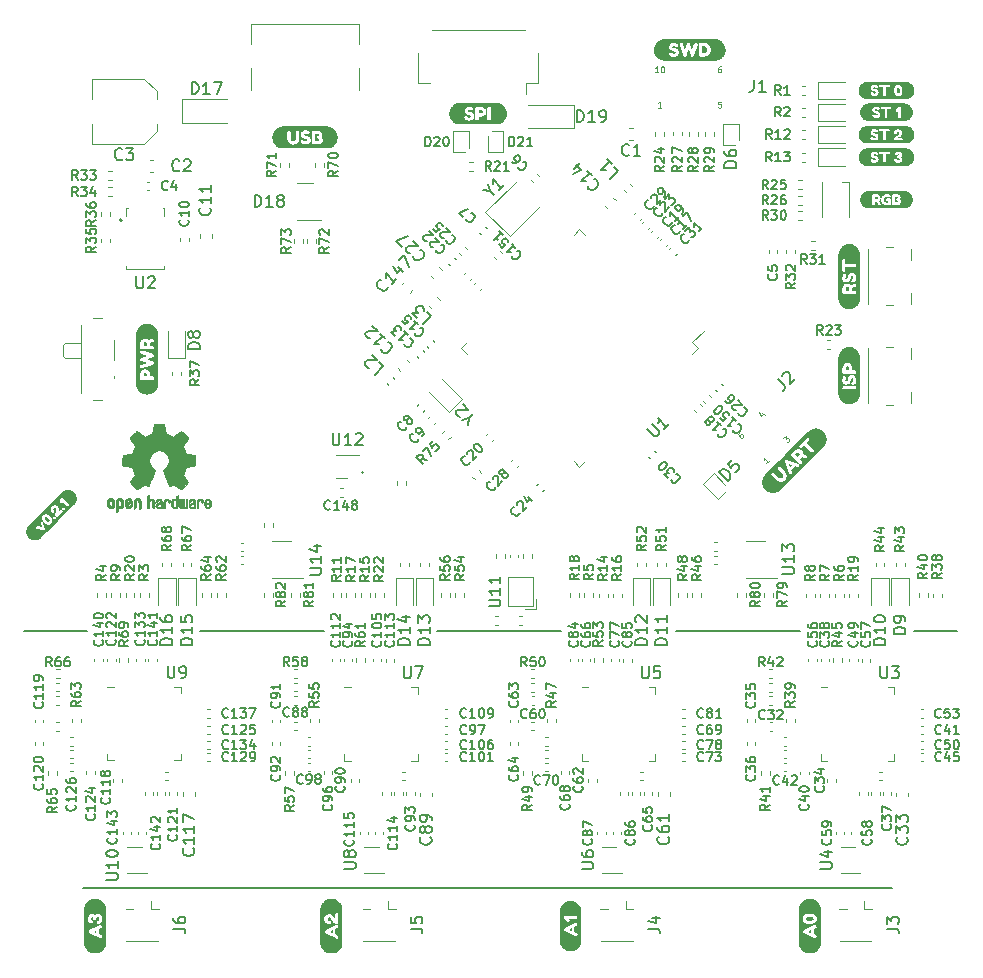
<source format=gbr>
G04 #@! TF.GenerationSoftware,KiCad,Pcbnew,(6.0.10-0)*
G04 #@! TF.CreationDate,2023-01-04T10:37:38-05:00*
G04 #@! TF.ProjectId,ReLoki_ECAD,52654c6f-6b69-45f4-9543-41442e6b6963,0.2.1*
G04 #@! TF.SameCoordinates,Original*
G04 #@! TF.FileFunction,Legend,Top*
G04 #@! TF.FilePolarity,Positive*
%FSLAX46Y46*%
G04 Gerber Fmt 4.6, Leading zero omitted, Abs format (unit mm)*
G04 Created by KiCad (PCBNEW (6.0.10-0)) date 2023-01-04 10:37:38*
%MOMM*%
%LPD*%
G01*
G04 APERTURE LIST*
%ADD10C,0.150000*%
%ADD11C,0.080000*%
%ADD12C,0.120000*%
%ADD13C,0.010000*%
%ADD14C,0.210000*%
G04 APERTURE END LIST*
D10*
X139150000Y-104100000D02*
X142800000Y-104100000D01*
X98750000Y-104100000D02*
X109250000Y-104100000D01*
X78650000Y-104100000D02*
X89150000Y-104100000D01*
X63800000Y-104100000D02*
X69150000Y-104100000D01*
X118950000Y-104100000D02*
X129450000Y-104100000D01*
X68799999Y-125849999D02*
X137299999Y-125849999D01*
G04 #@! TO.C,R14*
X113161903Y-99324284D02*
X112780951Y-99590951D01*
X113161903Y-99781427D02*
X112361903Y-99781427D01*
X112361903Y-99476665D01*
X112399999Y-99400475D01*
X112438094Y-99362379D01*
X112514284Y-99324284D01*
X112628570Y-99324284D01*
X112704760Y-99362379D01*
X112742856Y-99400475D01*
X112780951Y-99476665D01*
X112780951Y-99781427D01*
X113161903Y-98562379D02*
X113161903Y-99019522D01*
X113161903Y-98790951D02*
X112361903Y-98790951D01*
X112476189Y-98867141D01*
X112552379Y-98943332D01*
X112590475Y-99019522D01*
X112628570Y-97876665D02*
X113161903Y-97876665D01*
X112323808Y-98067141D02*
X112895237Y-98257618D01*
X112895237Y-97762379D01*
G04 #@! TO.C,C81*
X121285713Y-111395713D02*
X121247618Y-111433808D01*
X121133332Y-111471903D01*
X121057141Y-111471903D01*
X120942856Y-111433808D01*
X120866665Y-111357618D01*
X120828570Y-111281427D01*
X120790475Y-111129046D01*
X120790475Y-111014760D01*
X120828570Y-110862379D01*
X120866665Y-110786189D01*
X120942856Y-110709999D01*
X121057141Y-110671903D01*
X121133332Y-110671903D01*
X121247618Y-110709999D01*
X121285713Y-110748094D01*
X121742856Y-111014760D02*
X121666665Y-110976665D01*
X121628570Y-110938570D01*
X121590475Y-110862379D01*
X121590475Y-110824284D01*
X121628570Y-110748094D01*
X121666665Y-110709999D01*
X121742856Y-110671903D01*
X121895237Y-110671903D01*
X121971427Y-110709999D01*
X122009522Y-110748094D01*
X122047618Y-110824284D01*
X122047618Y-110862379D01*
X122009522Y-110938570D01*
X121971427Y-110976665D01*
X121895237Y-111014760D01*
X121742856Y-111014760D01*
X121666665Y-111052856D01*
X121628570Y-111090951D01*
X121590475Y-111167141D01*
X121590475Y-111319522D01*
X121628570Y-111395713D01*
X121666665Y-111433808D01*
X121742856Y-111471903D01*
X121895237Y-111471903D01*
X121971427Y-111433808D01*
X122009522Y-111395713D01*
X122047618Y-111319522D01*
X122047618Y-111167141D01*
X122009522Y-111090951D01*
X121971427Y-111052856D01*
X121895237Y-111014760D01*
X122809522Y-111471903D02*
X122352379Y-111471903D01*
X122580951Y-111471903D02*
X122580951Y-110671903D01*
X122504760Y-110786189D01*
X122428570Y-110862379D01*
X122352379Y-110900475D01*
G04 #@! TO.C,R54*
X101036903Y-99334284D02*
X100655951Y-99600951D01*
X101036903Y-99791427D02*
X100236903Y-99791427D01*
X100236903Y-99486665D01*
X100274999Y-99410475D01*
X100313094Y-99372379D01*
X100389284Y-99334284D01*
X100503570Y-99334284D01*
X100579760Y-99372379D01*
X100617856Y-99410475D01*
X100655951Y-99486665D01*
X100655951Y-99791427D01*
X100236903Y-98610475D02*
X100236903Y-98991427D01*
X100617856Y-99029522D01*
X100579760Y-98991427D01*
X100541665Y-98915237D01*
X100541665Y-98724760D01*
X100579760Y-98648570D01*
X100617856Y-98610475D01*
X100694046Y-98572379D01*
X100884522Y-98572379D01*
X100960713Y-98610475D01*
X100998808Y-98648570D01*
X101036903Y-98724760D01*
X101036903Y-98915237D01*
X100998808Y-98991427D01*
X100960713Y-99029522D01*
X100503570Y-97886665D02*
X101036903Y-97886665D01*
X100198808Y-98077141D02*
X100770237Y-98267618D01*
X100770237Y-97772379D01*
G04 #@! TO.C,U1*
X116556184Y-87017833D02*
X117128604Y-87590253D01*
X117229619Y-87623925D01*
X117296963Y-87623925D01*
X117397978Y-87590253D01*
X117532665Y-87455566D01*
X117566337Y-87354551D01*
X117566337Y-87287207D01*
X117532665Y-87186192D01*
X116960245Y-86613772D01*
X118374459Y-86613772D02*
X117970398Y-87017833D01*
X118172428Y-86815803D02*
X117465322Y-86108696D01*
X117498993Y-86277055D01*
X117498993Y-86411742D01*
X117465322Y-86512757D01*
G04 #@! TO.C,C65*
X116885713Y-120574284D02*
X116923808Y-120612379D01*
X116961903Y-120726665D01*
X116961903Y-120802856D01*
X116923808Y-120917141D01*
X116847618Y-120993332D01*
X116771427Y-121031427D01*
X116619046Y-121069522D01*
X116504760Y-121069522D01*
X116352379Y-121031427D01*
X116276189Y-120993332D01*
X116199999Y-120917141D01*
X116161903Y-120802856D01*
X116161903Y-120726665D01*
X116199999Y-120612379D01*
X116238094Y-120574284D01*
X116161903Y-119888570D02*
X116161903Y-120040951D01*
X116199999Y-120117141D01*
X116238094Y-120155237D01*
X116352379Y-120231427D01*
X116504760Y-120269522D01*
X116809522Y-120269522D01*
X116885713Y-120231427D01*
X116923808Y-120193332D01*
X116961903Y-120117141D01*
X116961903Y-119964760D01*
X116923808Y-119888570D01*
X116885713Y-119850475D01*
X116809522Y-119812379D01*
X116619046Y-119812379D01*
X116542856Y-119850475D01*
X116504760Y-119888570D01*
X116466665Y-119964760D01*
X116466665Y-120117141D01*
X116504760Y-120193332D01*
X116542856Y-120231427D01*
X116619046Y-120269522D01*
X116161903Y-119088570D02*
X116161903Y-119469522D01*
X116542856Y-119507618D01*
X116504760Y-119469522D01*
X116466665Y-119393332D01*
X116466665Y-119202856D01*
X116504760Y-119126665D01*
X116542856Y-119088570D01*
X116619046Y-119050475D01*
X116809522Y-119050475D01*
X116885713Y-119088570D01*
X116923808Y-119126665D01*
X116961903Y-119202856D01*
X116961903Y-119393332D01*
X116923808Y-119469522D01*
X116885713Y-119507618D01*
G04 #@! TO.C,C141*
X74960713Y-104855237D02*
X74998808Y-104893332D01*
X75036903Y-105007618D01*
X75036903Y-105083808D01*
X74998808Y-105198094D01*
X74922618Y-105274284D01*
X74846427Y-105312379D01*
X74694046Y-105350475D01*
X74579760Y-105350475D01*
X74427379Y-105312379D01*
X74351189Y-105274284D01*
X74274999Y-105198094D01*
X74236903Y-105083808D01*
X74236903Y-105007618D01*
X74274999Y-104893332D01*
X74313094Y-104855237D01*
X75036903Y-104093332D02*
X75036903Y-104550475D01*
X75036903Y-104321903D02*
X74236903Y-104321903D01*
X74351189Y-104398094D01*
X74427379Y-104474284D01*
X74465475Y-104550475D01*
X74503570Y-103407618D02*
X75036903Y-103407618D01*
X74198808Y-103598094D02*
X74770237Y-103788570D01*
X74770237Y-103293332D01*
X75036903Y-102569522D02*
X75036903Y-103026665D01*
X75036903Y-102798094D02*
X74236903Y-102798094D01*
X74351189Y-102874284D01*
X74427379Y-102950475D01*
X74465475Y-103026665D01*
G04 #@! TO.C,R45*
X133011903Y-104949284D02*
X132630951Y-105215951D01*
X133011903Y-105406427D02*
X132211903Y-105406427D01*
X132211903Y-105101665D01*
X132249999Y-105025475D01*
X132288094Y-104987379D01*
X132364284Y-104949284D01*
X132478570Y-104949284D01*
X132554760Y-104987379D01*
X132592856Y-105025475D01*
X132630951Y-105101665D01*
X132630951Y-105406427D01*
X132478570Y-104263570D02*
X133011903Y-104263570D01*
X132173808Y-104454046D02*
X132745237Y-104644522D01*
X132745237Y-104149284D01*
X132211903Y-103463570D02*
X132211903Y-103844522D01*
X132592856Y-103882618D01*
X132554760Y-103844522D01*
X132516665Y-103768332D01*
X132516665Y-103577856D01*
X132554760Y-103501665D01*
X132592856Y-103463570D01*
X132669046Y-103425475D01*
X132859522Y-103425475D01*
X132935713Y-103463570D01*
X132973808Y-103501665D01*
X133011903Y-103577856D01*
X133011903Y-103768332D01*
X132973808Y-103844522D01*
X132935713Y-103882618D01*
G04 #@! TO.C,R30*
X126758214Y-69311904D02*
X126491547Y-68930952D01*
X126301071Y-69311904D02*
X126301071Y-68511904D01*
X126605833Y-68511904D01*
X126682023Y-68550000D01*
X126720119Y-68588095D01*
X126758214Y-68664285D01*
X126758214Y-68778571D01*
X126720119Y-68854761D01*
X126682023Y-68892857D01*
X126605833Y-68930952D01*
X126301071Y-68930952D01*
X127024880Y-68511904D02*
X127520119Y-68511904D01*
X127253452Y-68816666D01*
X127367738Y-68816666D01*
X127443928Y-68854761D01*
X127482023Y-68892857D01*
X127520119Y-68969047D01*
X127520119Y-69159523D01*
X127482023Y-69235714D01*
X127443928Y-69273809D01*
X127367738Y-69311904D01*
X127139166Y-69311904D01*
X127062976Y-69273809D01*
X127024880Y-69235714D01*
X128015357Y-68511904D02*
X128091547Y-68511904D01*
X128167738Y-68550000D01*
X128205833Y-68588095D01*
X128243928Y-68664285D01*
X128282023Y-68816666D01*
X128282023Y-69007142D01*
X128243928Y-69159523D01*
X128205833Y-69235714D01*
X128167738Y-69273809D01*
X128091547Y-69311904D01*
X128015357Y-69311904D01*
X127939166Y-69273809D01*
X127901071Y-69235714D01*
X127862976Y-69159523D01*
X127824880Y-69007142D01*
X127824880Y-68816666D01*
X127862976Y-68664285D01*
X127901071Y-68588095D01*
X127939166Y-68550000D01*
X128015357Y-68511904D01*
G04 #@! TO.C,R80*
X126069404Y-101574285D02*
X125688452Y-101840952D01*
X126069404Y-102031428D02*
X125269404Y-102031428D01*
X125269404Y-101726666D01*
X125307500Y-101650476D01*
X125345595Y-101612380D01*
X125421785Y-101574285D01*
X125536071Y-101574285D01*
X125612261Y-101612380D01*
X125650357Y-101650476D01*
X125688452Y-101726666D01*
X125688452Y-102031428D01*
X125612261Y-101117142D02*
X125574166Y-101193333D01*
X125536071Y-101231428D01*
X125459880Y-101269523D01*
X125421785Y-101269523D01*
X125345595Y-101231428D01*
X125307500Y-101193333D01*
X125269404Y-101117142D01*
X125269404Y-100964761D01*
X125307500Y-100888571D01*
X125345595Y-100850476D01*
X125421785Y-100812380D01*
X125459880Y-100812380D01*
X125536071Y-100850476D01*
X125574166Y-100888571D01*
X125612261Y-100964761D01*
X125612261Y-101117142D01*
X125650357Y-101193333D01*
X125688452Y-101231428D01*
X125764642Y-101269523D01*
X125917023Y-101269523D01*
X125993214Y-101231428D01*
X126031309Y-101193333D01*
X126069404Y-101117142D01*
X126069404Y-100964761D01*
X126031309Y-100888571D01*
X125993214Y-100850476D01*
X125917023Y-100812380D01*
X125764642Y-100812380D01*
X125688452Y-100850476D01*
X125650357Y-100888571D01*
X125612261Y-100964761D01*
X125269404Y-100317142D02*
X125269404Y-100240952D01*
X125307500Y-100164761D01*
X125345595Y-100126666D01*
X125421785Y-100088571D01*
X125574166Y-100050476D01*
X125764642Y-100050476D01*
X125917023Y-100088571D01*
X125993214Y-100126666D01*
X126031309Y-100164761D01*
X126069404Y-100240952D01*
X126069404Y-100317142D01*
X126031309Y-100393333D01*
X125993214Y-100431428D01*
X125917023Y-100469523D01*
X125764642Y-100507619D01*
X125574166Y-100507619D01*
X125421785Y-100469523D01*
X125345595Y-100431428D01*
X125307500Y-100393333D01*
X125269404Y-100317142D01*
G04 #@! TO.C,D13*
X98127379Y-105284284D02*
X97127379Y-105284284D01*
X97127379Y-105046189D01*
X97174999Y-104903332D01*
X97270237Y-104808094D01*
X97365475Y-104760475D01*
X97555951Y-104712856D01*
X97698808Y-104712856D01*
X97889284Y-104760475D01*
X97984522Y-104808094D01*
X98079760Y-104903332D01*
X98127379Y-105046189D01*
X98127379Y-105284284D01*
X98127379Y-103760475D02*
X98127379Y-104331903D01*
X98127379Y-104046189D02*
X97127379Y-104046189D01*
X97270237Y-104141427D01*
X97365475Y-104236665D01*
X97413094Y-104331903D01*
X97127379Y-103427141D02*
X97127379Y-102808094D01*
X97508332Y-103141427D01*
X97508332Y-102998570D01*
X97555951Y-102903332D01*
X97603570Y-102855713D01*
X97698808Y-102808094D01*
X97936903Y-102808094D01*
X98032141Y-102855713D01*
X98079760Y-102903332D01*
X98127379Y-102998570D01*
X98127379Y-103284284D01*
X98079760Y-103379522D01*
X98032141Y-103427141D01*
G04 #@! TO.C,R25*
X126758214Y-66711904D02*
X126491547Y-66330952D01*
X126301071Y-66711904D02*
X126301071Y-65911904D01*
X126605833Y-65911904D01*
X126682023Y-65950000D01*
X126720119Y-65988095D01*
X126758214Y-66064285D01*
X126758214Y-66178571D01*
X126720119Y-66254761D01*
X126682023Y-66292857D01*
X126605833Y-66330952D01*
X126301071Y-66330952D01*
X127062976Y-65988095D02*
X127101071Y-65950000D01*
X127177261Y-65911904D01*
X127367738Y-65911904D01*
X127443928Y-65950000D01*
X127482023Y-65988095D01*
X127520119Y-66064285D01*
X127520119Y-66140476D01*
X127482023Y-66254761D01*
X127024880Y-66711904D01*
X127520119Y-66711904D01*
X128243928Y-65911904D02*
X127862976Y-65911904D01*
X127824880Y-66292857D01*
X127862976Y-66254761D01*
X127939166Y-66216666D01*
X128129642Y-66216666D01*
X128205833Y-66254761D01*
X128243928Y-66292857D01*
X128282023Y-66369047D01*
X128282023Y-66559523D01*
X128243928Y-66635714D01*
X128205833Y-66673809D01*
X128129642Y-66711904D01*
X127939166Y-66711904D01*
X127862976Y-66673809D01*
X127824880Y-66635714D01*
G04 #@! TO.C,D14*
X96427379Y-105284284D02*
X95427379Y-105284284D01*
X95427379Y-105046189D01*
X95474999Y-104903332D01*
X95570237Y-104808094D01*
X95665475Y-104760475D01*
X95855951Y-104712856D01*
X95998808Y-104712856D01*
X96189284Y-104760475D01*
X96284522Y-104808094D01*
X96379760Y-104903332D01*
X96427379Y-105046189D01*
X96427379Y-105284284D01*
X96427379Y-103760475D02*
X96427379Y-104331903D01*
X96427379Y-104046189D02*
X95427379Y-104046189D01*
X95570237Y-104141427D01*
X95665475Y-104236665D01*
X95713094Y-104331903D01*
X95760713Y-102903332D02*
X96427379Y-102903332D01*
X95379760Y-103141427D02*
X96094046Y-103379522D01*
X96094046Y-102760475D01*
G04 #@! TO.C,C17*
X119313375Y-70240685D02*
X119313375Y-70294560D01*
X119259500Y-70402309D01*
X119205625Y-70456184D01*
X119097876Y-70510059D01*
X118990126Y-70510059D01*
X118909314Y-70483122D01*
X118774627Y-70402309D01*
X118693815Y-70321497D01*
X118613003Y-70186810D01*
X118586065Y-70105998D01*
X118586065Y-69998248D01*
X118639940Y-69890499D01*
X118693815Y-69836624D01*
X118801564Y-69782749D01*
X118855439Y-69782749D01*
X119905998Y-69755812D02*
X119582749Y-70079061D01*
X119744374Y-69917436D02*
X119178688Y-69351751D01*
X119205625Y-69486438D01*
X119205625Y-69594187D01*
X119178688Y-69675000D01*
X119528874Y-69001564D02*
X119905998Y-68624441D01*
X120229247Y-69432563D01*
G04 #@! TO.C,R8*
X130736903Y-99343332D02*
X130355951Y-99609999D01*
X130736903Y-99800475D02*
X129936903Y-99800475D01*
X129936903Y-99495713D01*
X129974999Y-99419522D01*
X130013094Y-99381427D01*
X130089284Y-99343332D01*
X130203570Y-99343332D01*
X130279760Y-99381427D01*
X130317856Y-99419522D01*
X130355951Y-99495713D01*
X130355951Y-99800475D01*
X130279760Y-98886189D02*
X130241665Y-98962379D01*
X130203570Y-99000475D01*
X130127379Y-99038570D01*
X130089284Y-99038570D01*
X130013094Y-99000475D01*
X129974999Y-98962379D01*
X129936903Y-98886189D01*
X129936903Y-98733808D01*
X129974999Y-98657618D01*
X130013094Y-98619522D01*
X130089284Y-98581427D01*
X130127379Y-98581427D01*
X130203570Y-98619522D01*
X130241665Y-98657618D01*
X130279760Y-98733808D01*
X130279760Y-98886189D01*
X130317856Y-98962379D01*
X130355951Y-99000475D01*
X130432141Y-99038570D01*
X130584522Y-99038570D01*
X130660713Y-99000475D01*
X130698808Y-98962379D01*
X130736903Y-98886189D01*
X130736903Y-98733808D01*
X130698808Y-98657618D01*
X130660713Y-98619522D01*
X130584522Y-98581427D01*
X130432141Y-98581427D01*
X130355951Y-98619522D01*
X130317856Y-98657618D01*
X130279760Y-98733808D01*
G04 #@! TO.C,D10*
X136702379Y-105284284D02*
X135702379Y-105284284D01*
X135702379Y-105046189D01*
X135749999Y-104903332D01*
X135845237Y-104808094D01*
X135940475Y-104760475D01*
X136130951Y-104712856D01*
X136273808Y-104712856D01*
X136464284Y-104760475D01*
X136559522Y-104808094D01*
X136654760Y-104903332D01*
X136702379Y-105046189D01*
X136702379Y-105284284D01*
X136702379Y-103760475D02*
X136702379Y-104331903D01*
X136702379Y-104046189D02*
X135702379Y-104046189D01*
X135845237Y-104141427D01*
X135940475Y-104236665D01*
X135988094Y-104331903D01*
X135702379Y-103141427D02*
X135702379Y-103046189D01*
X135749999Y-102950951D01*
X135797618Y-102903332D01*
X135892856Y-102855713D01*
X136083332Y-102808094D01*
X136321427Y-102808094D01*
X136511903Y-102855713D01*
X136607141Y-102903332D01*
X136654760Y-102950951D01*
X136702379Y-103046189D01*
X136702379Y-103141427D01*
X136654760Y-103236665D01*
X136607141Y-103284284D01*
X136511903Y-103331903D01*
X136321427Y-103379522D01*
X136083332Y-103379522D01*
X135892856Y-103331903D01*
X135797618Y-103284284D01*
X135749999Y-103236665D01*
X135702379Y-103141427D01*
G04 #@! TO.C,C28*
X103690419Y-91947792D02*
X103690419Y-92001667D01*
X103636544Y-92109416D01*
X103582669Y-92163291D01*
X103474920Y-92217166D01*
X103367170Y-92217166D01*
X103286358Y-92190229D01*
X103151671Y-92109416D01*
X103070859Y-92028604D01*
X102990047Y-91893917D01*
X102963109Y-91813105D01*
X102963109Y-91705355D01*
X103016984Y-91597606D01*
X103070859Y-91543731D01*
X103178608Y-91489856D01*
X103232483Y-91489856D01*
X103447982Y-91274357D02*
X103447982Y-91220482D01*
X103474920Y-91139670D01*
X103609607Y-91004983D01*
X103690419Y-90978045D01*
X103744294Y-90978045D01*
X103825106Y-91004983D01*
X103878981Y-91058858D01*
X103932856Y-91166607D01*
X103932856Y-91813105D01*
X104283042Y-91462919D01*
X104283042Y-90816421D02*
X104202230Y-90843358D01*
X104148355Y-90843358D01*
X104067543Y-90816421D01*
X104040605Y-90789484D01*
X104013668Y-90708671D01*
X104013668Y-90654797D01*
X104040605Y-90573984D01*
X104148355Y-90466235D01*
X104229167Y-90439297D01*
X104283042Y-90439297D01*
X104363854Y-90466235D01*
X104390792Y-90493172D01*
X104417729Y-90573984D01*
X104417729Y-90627859D01*
X104390792Y-90708671D01*
X104283042Y-90816421D01*
X104256105Y-90897233D01*
X104256105Y-90951108D01*
X104283042Y-91031920D01*
X104390792Y-91139670D01*
X104471604Y-91166607D01*
X104525479Y-91166607D01*
X104606291Y-91139670D01*
X104714040Y-91031920D01*
X104740978Y-90951108D01*
X104740978Y-90897233D01*
X104714040Y-90816421D01*
X104606291Y-90708671D01*
X104525479Y-90681734D01*
X104471604Y-90681734D01*
X104390792Y-90708671D01*
G04 #@! TO.C,R2*
X127829166Y-60561904D02*
X127562500Y-60180952D01*
X127372023Y-60561904D02*
X127372023Y-59761904D01*
X127676785Y-59761904D01*
X127752976Y-59800000D01*
X127791071Y-59838095D01*
X127829166Y-59914285D01*
X127829166Y-60028571D01*
X127791071Y-60104761D01*
X127752976Y-60142857D01*
X127676785Y-60180952D01*
X127372023Y-60180952D01*
X128133928Y-59838095D02*
X128172023Y-59800000D01*
X128248214Y-59761904D01*
X128438690Y-59761904D01*
X128514880Y-59800000D01*
X128552976Y-59838095D01*
X128591071Y-59914285D01*
X128591071Y-59990476D01*
X128552976Y-60104761D01*
X128095833Y-60561904D01*
X128591071Y-60561904D01*
G04 #@! TO.C,R63*
X68586903Y-110024284D02*
X68205951Y-110290951D01*
X68586903Y-110481427D02*
X67786903Y-110481427D01*
X67786903Y-110176665D01*
X67824999Y-110100475D01*
X67863094Y-110062379D01*
X67939284Y-110024284D01*
X68053570Y-110024284D01*
X68129760Y-110062379D01*
X68167856Y-110100475D01*
X68205951Y-110176665D01*
X68205951Y-110481427D01*
X67786903Y-109338570D02*
X67786903Y-109490951D01*
X67824999Y-109567141D01*
X67863094Y-109605237D01*
X67977379Y-109681427D01*
X68129760Y-109719522D01*
X68434522Y-109719522D01*
X68510713Y-109681427D01*
X68548808Y-109643332D01*
X68586903Y-109567141D01*
X68586903Y-109414760D01*
X68548808Y-109338570D01*
X68510713Y-109300475D01*
X68434522Y-109262379D01*
X68244046Y-109262379D01*
X68167856Y-109300475D01*
X68129760Y-109338570D01*
X68091665Y-109414760D01*
X68091665Y-109567141D01*
X68129760Y-109643332D01*
X68167856Y-109681427D01*
X68244046Y-109719522D01*
X67786903Y-108995713D02*
X67786903Y-108500475D01*
X68091665Y-108767141D01*
X68091665Y-108652856D01*
X68129760Y-108576665D01*
X68167856Y-108538570D01*
X68244046Y-108500475D01*
X68434522Y-108500475D01*
X68510713Y-108538570D01*
X68548808Y-108576665D01*
X68586903Y-108652856D01*
X68586903Y-108881427D01*
X68548808Y-108957618D01*
X68510713Y-108995713D01*
G04 #@! TO.C,R50*
X106320713Y-107121903D02*
X106054046Y-106740951D01*
X105863570Y-107121903D02*
X105863570Y-106321903D01*
X106168332Y-106321903D01*
X106244522Y-106359999D01*
X106282618Y-106398094D01*
X106320713Y-106474284D01*
X106320713Y-106588570D01*
X106282618Y-106664760D01*
X106244522Y-106702856D01*
X106168332Y-106740951D01*
X105863570Y-106740951D01*
X107044522Y-106321903D02*
X106663570Y-106321903D01*
X106625475Y-106702856D01*
X106663570Y-106664760D01*
X106739760Y-106626665D01*
X106930237Y-106626665D01*
X107006427Y-106664760D01*
X107044522Y-106702856D01*
X107082618Y-106779046D01*
X107082618Y-106969522D01*
X107044522Y-107045713D01*
X107006427Y-107083808D01*
X106930237Y-107121903D01*
X106739760Y-107121903D01*
X106663570Y-107083808D01*
X106625475Y-107045713D01*
X107577856Y-106321903D02*
X107654046Y-106321903D01*
X107730237Y-106359999D01*
X107768332Y-106398094D01*
X107806427Y-106474284D01*
X107844522Y-106626665D01*
X107844522Y-106817141D01*
X107806427Y-106969522D01*
X107768332Y-107045713D01*
X107730237Y-107083808D01*
X107654046Y-107121903D01*
X107577856Y-107121903D01*
X107501665Y-107083808D01*
X107463570Y-107045713D01*
X107425475Y-106969522D01*
X107387379Y-106817141D01*
X107387379Y-106626665D01*
X107425475Y-106474284D01*
X107463570Y-106398094D01*
X107501665Y-106359999D01*
X107577856Y-106321903D01*
G04 #@! TO.C,R46*
X121111903Y-99334284D02*
X120730951Y-99600951D01*
X121111903Y-99791427D02*
X120311903Y-99791427D01*
X120311903Y-99486665D01*
X120349999Y-99410475D01*
X120388094Y-99372379D01*
X120464284Y-99334284D01*
X120578570Y-99334284D01*
X120654760Y-99372379D01*
X120692856Y-99410475D01*
X120730951Y-99486665D01*
X120730951Y-99791427D01*
X120578570Y-98648570D02*
X121111903Y-98648570D01*
X120273808Y-98839046D02*
X120845237Y-99029522D01*
X120845237Y-98534284D01*
X120311903Y-97886665D02*
X120311903Y-98039046D01*
X120349999Y-98115237D01*
X120388094Y-98153332D01*
X120502379Y-98229522D01*
X120654760Y-98267618D01*
X120959522Y-98267618D01*
X121035713Y-98229522D01*
X121073808Y-98191427D01*
X121111903Y-98115237D01*
X121111903Y-97962856D01*
X121073808Y-97886665D01*
X121035713Y-97848570D01*
X120959522Y-97810475D01*
X120769046Y-97810475D01*
X120692856Y-97848570D01*
X120654760Y-97886665D01*
X120616665Y-97962856D01*
X120616665Y-98115237D01*
X120654760Y-98191427D01*
X120692856Y-98229522D01*
X120769046Y-98267618D01*
G04 #@! TO.C,C73*
X121275713Y-115085713D02*
X121237618Y-115123808D01*
X121123332Y-115161903D01*
X121047141Y-115161903D01*
X120932856Y-115123808D01*
X120856665Y-115047618D01*
X120818570Y-114971427D01*
X120780475Y-114819046D01*
X120780475Y-114704760D01*
X120818570Y-114552379D01*
X120856665Y-114476189D01*
X120932856Y-114399999D01*
X121047141Y-114361903D01*
X121123332Y-114361903D01*
X121237618Y-114399999D01*
X121275713Y-114438094D01*
X121542379Y-114361903D02*
X122075713Y-114361903D01*
X121732856Y-115161903D01*
X122304284Y-114361903D02*
X122799522Y-114361903D01*
X122532856Y-114666665D01*
X122647141Y-114666665D01*
X122723332Y-114704760D01*
X122761427Y-114742856D01*
X122799522Y-114819046D01*
X122799522Y-115009522D01*
X122761427Y-115085713D01*
X122723332Y-115123808D01*
X122647141Y-115161903D01*
X122418570Y-115161903D01*
X122342379Y-115123808D01*
X122304284Y-115085713D01*
G04 #@! TO.C,C134*
X81054760Y-114045713D02*
X81016665Y-114083808D01*
X80902379Y-114121903D01*
X80826189Y-114121903D01*
X80711903Y-114083808D01*
X80635713Y-114007618D01*
X80597618Y-113931427D01*
X80559522Y-113779046D01*
X80559522Y-113664760D01*
X80597618Y-113512379D01*
X80635713Y-113436189D01*
X80711903Y-113359999D01*
X80826189Y-113321903D01*
X80902379Y-113321903D01*
X81016665Y-113359999D01*
X81054760Y-113398094D01*
X81816665Y-114121903D02*
X81359522Y-114121903D01*
X81588094Y-114121903D02*
X81588094Y-113321903D01*
X81511903Y-113436189D01*
X81435713Y-113512379D01*
X81359522Y-113550475D01*
X82083332Y-113321903D02*
X82578570Y-113321903D01*
X82311903Y-113626665D01*
X82426189Y-113626665D01*
X82502379Y-113664760D01*
X82540475Y-113702856D01*
X82578570Y-113779046D01*
X82578570Y-113969522D01*
X82540475Y-114045713D01*
X82502379Y-114083808D01*
X82426189Y-114121903D01*
X82197618Y-114121903D01*
X82121427Y-114083808D01*
X82083332Y-114045713D01*
X83264284Y-113588570D02*
X83264284Y-114121903D01*
X83073808Y-113283808D02*
X82883332Y-113855237D01*
X83378570Y-113855237D01*
G04 #@! TO.C,C151*
X105535059Y-71930997D02*
X105588934Y-71930997D01*
X105696683Y-71984872D01*
X105750558Y-72038747D01*
X105804433Y-72146496D01*
X105804433Y-72254246D01*
X105777496Y-72335058D01*
X105696683Y-72469745D01*
X105615871Y-72550557D01*
X105481184Y-72631369D01*
X105400372Y-72658307D01*
X105292622Y-72658307D01*
X105184873Y-72604432D01*
X105130998Y-72550557D01*
X105077123Y-72442808D01*
X105077123Y-72388933D01*
X105050186Y-71338374D02*
X105373435Y-71661623D01*
X105211810Y-71499999D02*
X104646125Y-72065684D01*
X104780812Y-72038747D01*
X104888561Y-72038747D01*
X104969374Y-72065684D01*
X103972690Y-71392249D02*
X104242064Y-71661623D01*
X104538375Y-71419186D01*
X104484500Y-71419186D01*
X104403688Y-71392249D01*
X104269001Y-71257562D01*
X104242064Y-71176750D01*
X104242064Y-71122875D01*
X104269001Y-71042063D01*
X104403688Y-70907376D01*
X104484500Y-70880438D01*
X104538375Y-70880438D01*
X104619187Y-70907376D01*
X104753874Y-71042063D01*
X104780812Y-71122875D01*
X104780812Y-71176750D01*
X103972690Y-70260878D02*
X104295938Y-70584127D01*
X104134314Y-70422502D02*
X103568629Y-70988188D01*
X103703316Y-70961250D01*
X103811065Y-70961250D01*
X103891877Y-70988188D01*
G04 #@! TO.C,D18*
X83305714Y-68212608D02*
X83305714Y-67212608D01*
X83543809Y-67212608D01*
X83686666Y-67260228D01*
X83781904Y-67355466D01*
X83829523Y-67450704D01*
X83877142Y-67641180D01*
X83877142Y-67784037D01*
X83829523Y-67974513D01*
X83781904Y-68069751D01*
X83686666Y-68164989D01*
X83543809Y-68212608D01*
X83305714Y-68212608D01*
X84829523Y-68212608D02*
X84258095Y-68212608D01*
X84543809Y-68212608D02*
X84543809Y-67212608D01*
X84448571Y-67355466D01*
X84353333Y-67450704D01*
X84258095Y-67498323D01*
X85400952Y-67641180D02*
X85305714Y-67593561D01*
X85258095Y-67545942D01*
X85210476Y-67450704D01*
X85210476Y-67403085D01*
X85258095Y-67307847D01*
X85305714Y-67260228D01*
X85400952Y-67212608D01*
X85591428Y-67212608D01*
X85686666Y-67260228D01*
X85734285Y-67307847D01*
X85781904Y-67403085D01*
X85781904Y-67450704D01*
X85734285Y-67545942D01*
X85686666Y-67593561D01*
X85591428Y-67641180D01*
X85400952Y-67641180D01*
X85305714Y-67688799D01*
X85258095Y-67736418D01*
X85210476Y-67831656D01*
X85210476Y-68022132D01*
X85258095Y-68117370D01*
X85305714Y-68164989D01*
X85400952Y-68212608D01*
X85591428Y-68212608D01*
X85686666Y-68164989D01*
X85734285Y-68117370D01*
X85781904Y-68022132D01*
X85781904Y-67831656D01*
X85734285Y-67736418D01*
X85686666Y-67688799D01*
X85591428Y-67641180D01*
G04 #@! TO.C,R57*
X86636903Y-118874284D02*
X86255951Y-119140951D01*
X86636903Y-119331427D02*
X85836903Y-119331427D01*
X85836903Y-119026665D01*
X85874999Y-118950475D01*
X85913094Y-118912379D01*
X85989284Y-118874284D01*
X86103570Y-118874284D01*
X86179760Y-118912379D01*
X86217856Y-118950475D01*
X86255951Y-119026665D01*
X86255951Y-119331427D01*
X85836903Y-118150475D02*
X85836903Y-118531427D01*
X86217856Y-118569522D01*
X86179760Y-118531427D01*
X86141665Y-118455237D01*
X86141665Y-118264760D01*
X86179760Y-118188570D01*
X86217856Y-118150475D01*
X86294046Y-118112379D01*
X86484522Y-118112379D01*
X86560713Y-118150475D01*
X86598808Y-118188570D01*
X86636903Y-118264760D01*
X86636903Y-118455237D01*
X86598808Y-118531427D01*
X86560713Y-118569522D01*
X85836903Y-117845713D02*
X85836903Y-117312379D01*
X86636903Y-117655237D01*
G04 #@! TO.C,C11*
X79507141Y-68292856D02*
X79554760Y-68340475D01*
X79602379Y-68483332D01*
X79602379Y-68578570D01*
X79554760Y-68721427D01*
X79459522Y-68816665D01*
X79364284Y-68864284D01*
X79173808Y-68911903D01*
X79030951Y-68911903D01*
X78840475Y-68864284D01*
X78745237Y-68816665D01*
X78649999Y-68721427D01*
X78602379Y-68578570D01*
X78602379Y-68483332D01*
X78649999Y-68340475D01*
X78697618Y-68292856D01*
X79602379Y-67340475D02*
X79602379Y-67911903D01*
X79602379Y-67626189D02*
X78602379Y-67626189D01*
X78745237Y-67721427D01*
X78840475Y-67816665D01*
X78888094Y-67911903D01*
X79602379Y-66388094D02*
X79602379Y-66959522D01*
X79602379Y-66673808D02*
X78602379Y-66673808D01*
X78745237Y-66769046D01*
X78840475Y-66864284D01*
X78888094Y-66959522D01*
G04 #@! TO.C,D20*
X97763571Y-63072132D02*
X97763571Y-62272132D01*
X97954047Y-62272132D01*
X98068333Y-62310228D01*
X98144523Y-62386418D01*
X98182619Y-62462608D01*
X98220714Y-62614989D01*
X98220714Y-62729275D01*
X98182619Y-62881656D01*
X98144523Y-62957847D01*
X98068333Y-63034037D01*
X97954047Y-63072132D01*
X97763571Y-63072132D01*
X98525476Y-62348323D02*
X98563571Y-62310228D01*
X98639761Y-62272132D01*
X98830238Y-62272132D01*
X98906428Y-62310228D01*
X98944523Y-62348323D01*
X98982619Y-62424513D01*
X98982619Y-62500704D01*
X98944523Y-62614989D01*
X98487380Y-63072132D01*
X98982619Y-63072132D01*
X99477857Y-62272132D02*
X99554047Y-62272132D01*
X99630238Y-62310228D01*
X99668333Y-62348323D01*
X99706428Y-62424513D01*
X99744523Y-62576894D01*
X99744523Y-62767370D01*
X99706428Y-62919751D01*
X99668333Y-62995942D01*
X99630238Y-63034037D01*
X99554047Y-63072132D01*
X99477857Y-63072132D01*
X99401666Y-63034037D01*
X99363571Y-62995942D01*
X99325476Y-62919751D01*
X99287380Y-62767370D01*
X99287380Y-62576894D01*
X99325476Y-62424513D01*
X99363571Y-62348323D01*
X99401666Y-62310228D01*
X99477857Y-62272132D01*
G04 #@! TO.C,Y2*
X101459292Y-86114142D02*
X101796010Y-85777424D01*
X101324605Y-86720233D02*
X101459292Y-86114142D01*
X100853201Y-86248829D01*
X100718514Y-85979455D02*
X100651170Y-85979455D01*
X100550155Y-85945783D01*
X100381796Y-85777424D01*
X100348124Y-85676409D01*
X100348124Y-85609066D01*
X100381796Y-85508050D01*
X100449140Y-85440707D01*
X100583827Y-85373363D01*
X101391949Y-85373363D01*
X100954216Y-84935631D01*
G04 #@! TO.C,C29*
X117088375Y-68115685D02*
X117088375Y-68169560D01*
X117034500Y-68277309D01*
X116980625Y-68331184D01*
X116872876Y-68385059D01*
X116765126Y-68385059D01*
X116684314Y-68358122D01*
X116549627Y-68277309D01*
X116468815Y-68196497D01*
X116388003Y-68061810D01*
X116361065Y-67980998D01*
X116361065Y-67873248D01*
X116414940Y-67765499D01*
X116468815Y-67711624D01*
X116576564Y-67657749D01*
X116630439Y-67657749D01*
X116845938Y-67442250D02*
X116845938Y-67388375D01*
X116872876Y-67307563D01*
X117007563Y-67172876D01*
X117088375Y-67145938D01*
X117142250Y-67145938D01*
X117223062Y-67172876D01*
X117276937Y-67226751D01*
X117330812Y-67334500D01*
X117330812Y-67980998D01*
X117680998Y-67630812D01*
X117950372Y-67361438D02*
X118058122Y-67253688D01*
X118085059Y-67172876D01*
X118085059Y-67119001D01*
X118058122Y-66984314D01*
X117977309Y-66849627D01*
X117761810Y-66634128D01*
X117680998Y-66607190D01*
X117627123Y-66607190D01*
X117546311Y-66634128D01*
X117438561Y-66741877D01*
X117411624Y-66822690D01*
X117411624Y-66876564D01*
X117438561Y-66957377D01*
X117573248Y-67092064D01*
X117654061Y-67119001D01*
X117707935Y-67119001D01*
X117788748Y-67092064D01*
X117896497Y-66984314D01*
X117923435Y-66903502D01*
X117923435Y-66849627D01*
X117896497Y-66768815D01*
G04 #@! TO.C,R37*
X78611903Y-82824284D02*
X78230951Y-83090951D01*
X78611903Y-83281427D02*
X77811903Y-83281427D01*
X77811903Y-82976665D01*
X77849999Y-82900475D01*
X77888094Y-82862379D01*
X77964284Y-82824284D01*
X78078570Y-82824284D01*
X78154760Y-82862379D01*
X78192856Y-82900475D01*
X78230951Y-82976665D01*
X78230951Y-83281427D01*
X77811903Y-82557618D02*
X77811903Y-82062379D01*
X78116665Y-82329046D01*
X78116665Y-82214760D01*
X78154760Y-82138570D01*
X78192856Y-82100475D01*
X78269046Y-82062379D01*
X78459522Y-82062379D01*
X78535713Y-82100475D01*
X78573808Y-82138570D01*
X78611903Y-82214760D01*
X78611903Y-82443332D01*
X78573808Y-82519522D01*
X78535713Y-82557618D01*
X77811903Y-81795713D02*
X77811903Y-81262379D01*
X78611903Y-81605237D01*
G04 #@! TO.C,C117*
X78107141Y-122529046D02*
X78154760Y-122576665D01*
X78202379Y-122719522D01*
X78202379Y-122814760D01*
X78154760Y-122957618D01*
X78059522Y-123052856D01*
X77964284Y-123100475D01*
X77773808Y-123148094D01*
X77630951Y-123148094D01*
X77440475Y-123100475D01*
X77345237Y-123052856D01*
X77249999Y-122957618D01*
X77202379Y-122814760D01*
X77202379Y-122719522D01*
X77249999Y-122576665D01*
X77297618Y-122529046D01*
X78202379Y-121576665D02*
X78202379Y-122148094D01*
X78202379Y-121862379D02*
X77202379Y-121862379D01*
X77345237Y-121957618D01*
X77440475Y-122052856D01*
X77488094Y-122148094D01*
X78202379Y-120624284D02*
X78202379Y-121195713D01*
X78202379Y-120909999D02*
X77202379Y-120909999D01*
X77345237Y-121005237D01*
X77440475Y-121100475D01*
X77488094Y-121195713D01*
X77202379Y-120290951D02*
X77202379Y-119624284D01*
X78202379Y-120052856D01*
G04 #@! TO.C,C9*
X97157749Y-87866311D02*
X97157749Y-87920186D01*
X97103874Y-88027935D01*
X97049999Y-88081810D01*
X96942250Y-88135685D01*
X96834500Y-88135685D01*
X96753688Y-88108748D01*
X96619001Y-88027935D01*
X96538189Y-87947123D01*
X96457377Y-87812436D01*
X96430439Y-87731624D01*
X96430439Y-87623874D01*
X96484314Y-87516125D01*
X96538189Y-87462250D01*
X96645938Y-87408375D01*
X96699813Y-87408375D01*
X97480998Y-87650812D02*
X97588748Y-87543062D01*
X97615685Y-87462250D01*
X97615685Y-87408375D01*
X97588748Y-87273688D01*
X97507935Y-87139001D01*
X97292436Y-86923502D01*
X97211624Y-86896564D01*
X97157749Y-86896564D01*
X97076937Y-86923502D01*
X96969187Y-87031251D01*
X96942250Y-87112064D01*
X96942250Y-87165938D01*
X96969187Y-87246751D01*
X97103874Y-87381438D01*
X97184687Y-87408375D01*
X97238561Y-87408375D01*
X97319374Y-87381438D01*
X97427123Y-87273688D01*
X97454061Y-87192876D01*
X97454061Y-87139001D01*
X97427123Y-87058189D01*
G04 #@! TO.C,R43*
X138311903Y-96884284D02*
X137930951Y-97150951D01*
X138311903Y-97341427D02*
X137511903Y-97341427D01*
X137511903Y-97036665D01*
X137549999Y-96960475D01*
X137588094Y-96922379D01*
X137664284Y-96884284D01*
X137778570Y-96884284D01*
X137854760Y-96922379D01*
X137892856Y-96960475D01*
X137930951Y-97036665D01*
X137930951Y-97341427D01*
X137778570Y-96198570D02*
X138311903Y-96198570D01*
X137473808Y-96389046D02*
X138045237Y-96579522D01*
X138045237Y-96084284D01*
X137511903Y-95855713D02*
X137511903Y-95360475D01*
X137816665Y-95627141D01*
X137816665Y-95512856D01*
X137854760Y-95436665D01*
X137892856Y-95398570D01*
X137969046Y-95360475D01*
X138159522Y-95360475D01*
X138235713Y-95398570D01*
X138273808Y-95436665D01*
X138311903Y-95512856D01*
X138311903Y-95741427D01*
X138273808Y-95817618D01*
X138235713Y-95855713D01*
G04 #@! TO.C,R47*
X108811903Y-110074284D02*
X108430951Y-110340951D01*
X108811903Y-110531427D02*
X108011903Y-110531427D01*
X108011903Y-110226665D01*
X108049999Y-110150475D01*
X108088094Y-110112379D01*
X108164284Y-110074284D01*
X108278570Y-110074284D01*
X108354760Y-110112379D01*
X108392856Y-110150475D01*
X108430951Y-110226665D01*
X108430951Y-110531427D01*
X108278570Y-109388570D02*
X108811903Y-109388570D01*
X107973808Y-109579046D02*
X108545237Y-109769522D01*
X108545237Y-109274284D01*
X108011903Y-109045713D02*
X108011903Y-108512379D01*
X108811903Y-108855237D01*
G04 #@! TO.C,D16*
X76327379Y-105284284D02*
X75327379Y-105284284D01*
X75327379Y-105046189D01*
X75374999Y-104903332D01*
X75470237Y-104808094D01*
X75565475Y-104760475D01*
X75755951Y-104712856D01*
X75898808Y-104712856D01*
X76089284Y-104760475D01*
X76184522Y-104808094D01*
X76279760Y-104903332D01*
X76327379Y-105046189D01*
X76327379Y-105284284D01*
X76327379Y-103760475D02*
X76327379Y-104331903D01*
X76327379Y-104046189D02*
X75327379Y-104046189D01*
X75470237Y-104141427D01*
X75565475Y-104236665D01*
X75613094Y-104331903D01*
X75327379Y-102903332D02*
X75327379Y-103093808D01*
X75374999Y-103189046D01*
X75422618Y-103236665D01*
X75565475Y-103331903D01*
X75755951Y-103379522D01*
X76136903Y-103379522D01*
X76232141Y-103331903D01*
X76279760Y-103284284D01*
X76327379Y-103189046D01*
X76327379Y-102998570D01*
X76279760Y-102903332D01*
X76232141Y-102855713D01*
X76136903Y-102808094D01*
X75898808Y-102808094D01*
X75803570Y-102855713D01*
X75755951Y-102903332D01*
X75708332Y-102998570D01*
X75708332Y-103189046D01*
X75755951Y-103284284D01*
X75803570Y-103331903D01*
X75898808Y-103379522D01*
G04 #@! TO.C,C88*
X86230713Y-111295713D02*
X86192618Y-111333808D01*
X86078332Y-111371903D01*
X86002141Y-111371903D01*
X85887856Y-111333808D01*
X85811665Y-111257618D01*
X85773570Y-111181427D01*
X85735475Y-111029046D01*
X85735475Y-110914760D01*
X85773570Y-110762379D01*
X85811665Y-110686189D01*
X85887856Y-110609999D01*
X86002141Y-110571903D01*
X86078332Y-110571903D01*
X86192618Y-110609999D01*
X86230713Y-110648094D01*
X86687856Y-110914760D02*
X86611665Y-110876665D01*
X86573570Y-110838570D01*
X86535475Y-110762379D01*
X86535475Y-110724284D01*
X86573570Y-110648094D01*
X86611665Y-110609999D01*
X86687856Y-110571903D01*
X86840237Y-110571903D01*
X86916427Y-110609999D01*
X86954522Y-110648094D01*
X86992618Y-110724284D01*
X86992618Y-110762379D01*
X86954522Y-110838570D01*
X86916427Y-110876665D01*
X86840237Y-110914760D01*
X86687856Y-110914760D01*
X86611665Y-110952856D01*
X86573570Y-110990951D01*
X86535475Y-111067141D01*
X86535475Y-111219522D01*
X86573570Y-111295713D01*
X86611665Y-111333808D01*
X86687856Y-111371903D01*
X86840237Y-111371903D01*
X86916427Y-111333808D01*
X86954522Y-111295713D01*
X86992618Y-111219522D01*
X86992618Y-111067141D01*
X86954522Y-110990951D01*
X86916427Y-110952856D01*
X86840237Y-110914760D01*
X87449760Y-110914760D02*
X87373570Y-110876665D01*
X87335475Y-110838570D01*
X87297379Y-110762379D01*
X87297379Y-110724284D01*
X87335475Y-110648094D01*
X87373570Y-110609999D01*
X87449760Y-110571903D01*
X87602141Y-110571903D01*
X87678332Y-110609999D01*
X87716427Y-110648094D01*
X87754522Y-110724284D01*
X87754522Y-110762379D01*
X87716427Y-110838570D01*
X87678332Y-110876665D01*
X87602141Y-110914760D01*
X87449760Y-110914760D01*
X87373570Y-110952856D01*
X87335475Y-110990951D01*
X87297379Y-111067141D01*
X87297379Y-111219522D01*
X87335475Y-111295713D01*
X87373570Y-111333808D01*
X87449760Y-111371903D01*
X87602141Y-111371903D01*
X87678332Y-111333808D01*
X87716427Y-111295713D01*
X87754522Y-111219522D01*
X87754522Y-111067141D01*
X87716427Y-110990951D01*
X87678332Y-110952856D01*
X87602141Y-110914760D01*
G04 #@! TO.C,R73*
X86351904Y-71624513D02*
X85970952Y-71891180D01*
X86351904Y-72081656D02*
X85551904Y-72081656D01*
X85551904Y-71776894D01*
X85590000Y-71700704D01*
X85628095Y-71662608D01*
X85704285Y-71624513D01*
X85818571Y-71624513D01*
X85894761Y-71662608D01*
X85932857Y-71700704D01*
X85970952Y-71776894D01*
X85970952Y-72081656D01*
X85551904Y-71357847D02*
X85551904Y-70824513D01*
X86351904Y-71167370D01*
X85551904Y-70595942D02*
X85551904Y-70100704D01*
X85856666Y-70367370D01*
X85856666Y-70253085D01*
X85894761Y-70176894D01*
X85932857Y-70138799D01*
X86009047Y-70100704D01*
X86199523Y-70100704D01*
X86275714Y-70138799D01*
X86313809Y-70176894D01*
X86351904Y-70253085D01*
X86351904Y-70481656D01*
X86313809Y-70557847D01*
X86275714Y-70595942D01*
G04 #@! TO.C,U5*
X116088094Y-107117379D02*
X116088094Y-107926903D01*
X116135713Y-108022141D01*
X116183332Y-108069760D01*
X116278570Y-108117379D01*
X116469046Y-108117379D01*
X116564284Y-108069760D01*
X116611903Y-108022141D01*
X116659522Y-107926903D01*
X116659522Y-107117379D01*
X117611903Y-107117379D02*
X117135713Y-107117379D01*
X117088094Y-107593570D01*
X117135713Y-107545951D01*
X117230951Y-107498332D01*
X117469046Y-107498332D01*
X117564284Y-107545951D01*
X117611903Y-107593570D01*
X117659522Y-107688808D01*
X117659522Y-107926903D01*
X117611903Y-108022141D01*
X117564284Y-108069760D01*
X117469046Y-108117379D01*
X117230951Y-108117379D01*
X117135713Y-108069760D01*
X117088094Y-108022141D01*
G04 #@! TO.C,R15*
X93011903Y-99424284D02*
X92630951Y-99690951D01*
X93011903Y-99881427D02*
X92211903Y-99881427D01*
X92211903Y-99576665D01*
X92249999Y-99500475D01*
X92288094Y-99462379D01*
X92364284Y-99424284D01*
X92478570Y-99424284D01*
X92554760Y-99462379D01*
X92592856Y-99500475D01*
X92630951Y-99576665D01*
X92630951Y-99881427D01*
X93011903Y-98662379D02*
X93011903Y-99119522D01*
X93011903Y-98890951D02*
X92211903Y-98890951D01*
X92326189Y-98967141D01*
X92402379Y-99043332D01*
X92440475Y-99119522D01*
X92211903Y-97938570D02*
X92211903Y-98319522D01*
X92592856Y-98357618D01*
X92554760Y-98319522D01*
X92516665Y-98243332D01*
X92516665Y-98052856D01*
X92554760Y-97976665D01*
X92592856Y-97938570D01*
X92669046Y-97900475D01*
X92859522Y-97900475D01*
X92935713Y-97938570D01*
X92973808Y-97976665D01*
X93011903Y-98052856D01*
X93011903Y-98243332D01*
X92973808Y-98319522D01*
X92935713Y-98357618D01*
G04 #@! TO.C,C86*
X115420713Y-121744284D02*
X115458808Y-121782379D01*
X115496903Y-121896665D01*
X115496903Y-121972856D01*
X115458808Y-122087141D01*
X115382618Y-122163332D01*
X115306427Y-122201427D01*
X115154046Y-122239522D01*
X115039760Y-122239522D01*
X114887379Y-122201427D01*
X114811189Y-122163332D01*
X114734999Y-122087141D01*
X114696903Y-121972856D01*
X114696903Y-121896665D01*
X114734999Y-121782379D01*
X114773094Y-121744284D01*
X115039760Y-121287141D02*
X115001665Y-121363332D01*
X114963570Y-121401427D01*
X114887379Y-121439522D01*
X114849284Y-121439522D01*
X114773094Y-121401427D01*
X114734999Y-121363332D01*
X114696903Y-121287141D01*
X114696903Y-121134760D01*
X114734999Y-121058570D01*
X114773094Y-121020475D01*
X114849284Y-120982379D01*
X114887379Y-120982379D01*
X114963570Y-121020475D01*
X115001665Y-121058570D01*
X115039760Y-121134760D01*
X115039760Y-121287141D01*
X115077856Y-121363332D01*
X115115951Y-121401427D01*
X115192141Y-121439522D01*
X115344522Y-121439522D01*
X115420713Y-121401427D01*
X115458808Y-121363332D01*
X115496903Y-121287141D01*
X115496903Y-121134760D01*
X115458808Y-121058570D01*
X115420713Y-121020475D01*
X115344522Y-120982379D01*
X115192141Y-120982379D01*
X115115951Y-121020475D01*
X115077856Y-121058570D01*
X115039760Y-121134760D01*
X114696903Y-120296665D02*
X114696903Y-120449046D01*
X114734999Y-120525237D01*
X114773094Y-120563332D01*
X114887379Y-120639522D01*
X115039760Y-120677618D01*
X115344522Y-120677618D01*
X115420713Y-120639522D01*
X115458808Y-120601427D01*
X115496903Y-120525237D01*
X115496903Y-120372856D01*
X115458808Y-120296665D01*
X115420713Y-120258570D01*
X115344522Y-120220475D01*
X115154046Y-120220475D01*
X115077856Y-120258570D01*
X115039760Y-120296665D01*
X115001665Y-120372856D01*
X115001665Y-120525237D01*
X115039760Y-120601427D01*
X115077856Y-120639522D01*
X115154046Y-120677618D01*
G04 #@! TO.C,C150*
X124235059Y-86630998D02*
X124288934Y-86630998D01*
X124396683Y-86684873D01*
X124450558Y-86738748D01*
X124504433Y-86846497D01*
X124504433Y-86954247D01*
X124477496Y-87035059D01*
X124396683Y-87169746D01*
X124315871Y-87250558D01*
X124181184Y-87331370D01*
X124100372Y-87358308D01*
X123992622Y-87358308D01*
X123884873Y-87304433D01*
X123830998Y-87250558D01*
X123777123Y-87142809D01*
X123777123Y-87088934D01*
X123750186Y-86038375D02*
X124073435Y-86361624D01*
X123911810Y-86200000D02*
X123346125Y-86765685D01*
X123480812Y-86738748D01*
X123588561Y-86738748D01*
X123669374Y-86765685D01*
X122672690Y-86092250D02*
X122942064Y-86361624D01*
X123238375Y-86119187D01*
X123184500Y-86119187D01*
X123103688Y-86092250D01*
X122969001Y-85957563D01*
X122942064Y-85876751D01*
X122942064Y-85822876D01*
X122969001Y-85742064D01*
X123103688Y-85607377D01*
X123184500Y-85580439D01*
X123238375Y-85580439D01*
X123319187Y-85607377D01*
X123453874Y-85742064D01*
X123480812Y-85822876D01*
X123480812Y-85876751D01*
X122295566Y-85715126D02*
X122241691Y-85661251D01*
X122214754Y-85580439D01*
X122214754Y-85526564D01*
X122241691Y-85445752D01*
X122322503Y-85311065D01*
X122457190Y-85176378D01*
X122591877Y-85095566D01*
X122672690Y-85068629D01*
X122726564Y-85068629D01*
X122807377Y-85095566D01*
X122861251Y-85149441D01*
X122888189Y-85230253D01*
X122888189Y-85284128D01*
X122861251Y-85364940D01*
X122780439Y-85499627D01*
X122645752Y-85634314D01*
X122511065Y-85715126D01*
X122430253Y-85742064D01*
X122376378Y-85742064D01*
X122295566Y-85715126D01*
G04 #@! TO.C,R23*
X131385713Y-79041904D02*
X131119046Y-78660952D01*
X130928570Y-79041904D02*
X130928570Y-78241904D01*
X131233332Y-78241904D01*
X131309522Y-78280000D01*
X131347618Y-78318095D01*
X131385713Y-78394285D01*
X131385713Y-78508571D01*
X131347618Y-78584761D01*
X131309522Y-78622857D01*
X131233332Y-78660952D01*
X130928570Y-78660952D01*
X131690475Y-78318095D02*
X131728570Y-78280000D01*
X131804760Y-78241904D01*
X131995237Y-78241904D01*
X132071427Y-78280000D01*
X132109522Y-78318095D01*
X132147618Y-78394285D01*
X132147618Y-78470476D01*
X132109522Y-78584761D01*
X131652379Y-79041904D01*
X132147618Y-79041904D01*
X132414284Y-78241904D02*
X132909522Y-78241904D01*
X132642856Y-78546666D01*
X132757141Y-78546666D01*
X132833332Y-78584761D01*
X132871427Y-78622857D01*
X132909522Y-78699047D01*
X132909522Y-78889523D01*
X132871427Y-78965714D01*
X132833332Y-79003809D01*
X132757141Y-79041904D01*
X132528570Y-79041904D01*
X132452379Y-79003809D01*
X132414284Y-78965714D01*
G04 #@! TO.C,U12*
X89911904Y-87392380D02*
X89911904Y-88201904D01*
X89959523Y-88297142D01*
X90007142Y-88344761D01*
X90102380Y-88392380D01*
X90292857Y-88392380D01*
X90388095Y-88344761D01*
X90435714Y-88297142D01*
X90483333Y-88201904D01*
X90483333Y-87392380D01*
X91483333Y-88392380D02*
X90911904Y-88392380D01*
X91197619Y-88392380D02*
X91197619Y-87392380D01*
X91102380Y-87535238D01*
X91007142Y-87630476D01*
X90911904Y-87678095D01*
X91864285Y-87487619D02*
X91911904Y-87440000D01*
X92007142Y-87392380D01*
X92245238Y-87392380D01*
X92340476Y-87440000D01*
X92388095Y-87487619D01*
X92435714Y-87582857D01*
X92435714Y-87678095D01*
X92388095Y-87820952D01*
X91816666Y-88392380D01*
X92435714Y-88392380D01*
G04 #@! TO.C,L1*
X113739776Y-64805076D02*
X114076494Y-65141794D01*
X113369387Y-65848900D01*
X113133685Y-64198984D02*
X113537746Y-64603045D01*
X113335715Y-64401015D02*
X112628608Y-65108122D01*
X112796967Y-65074450D01*
X112931654Y-65074450D01*
X113032669Y-65108122D01*
G04 #@! TO.C,C68*
X109885713Y-118774284D02*
X109923808Y-118812379D01*
X109961903Y-118926665D01*
X109961903Y-119002856D01*
X109923808Y-119117141D01*
X109847618Y-119193332D01*
X109771427Y-119231427D01*
X109619046Y-119269522D01*
X109504760Y-119269522D01*
X109352379Y-119231427D01*
X109276189Y-119193332D01*
X109199999Y-119117141D01*
X109161903Y-119002856D01*
X109161903Y-118926665D01*
X109199999Y-118812379D01*
X109238094Y-118774284D01*
X109161903Y-118088570D02*
X109161903Y-118240951D01*
X109199999Y-118317141D01*
X109238094Y-118355237D01*
X109352379Y-118431427D01*
X109504760Y-118469522D01*
X109809522Y-118469522D01*
X109885713Y-118431427D01*
X109923808Y-118393332D01*
X109961903Y-118317141D01*
X109961903Y-118164760D01*
X109923808Y-118088570D01*
X109885713Y-118050475D01*
X109809522Y-118012379D01*
X109619046Y-118012379D01*
X109542856Y-118050475D01*
X109504760Y-118088570D01*
X109466665Y-118164760D01*
X109466665Y-118317141D01*
X109504760Y-118393332D01*
X109542856Y-118431427D01*
X109619046Y-118469522D01*
X109504760Y-117555237D02*
X109466665Y-117631427D01*
X109428570Y-117669522D01*
X109352379Y-117707618D01*
X109314284Y-117707618D01*
X109238094Y-117669522D01*
X109199999Y-117631427D01*
X109161903Y-117555237D01*
X109161903Y-117402856D01*
X109199999Y-117326665D01*
X109238094Y-117288570D01*
X109314284Y-117250475D01*
X109352379Y-117250475D01*
X109428570Y-117288570D01*
X109466665Y-117326665D01*
X109504760Y-117402856D01*
X109504760Y-117555237D01*
X109542856Y-117631427D01*
X109580951Y-117669522D01*
X109657141Y-117707618D01*
X109809522Y-117707618D01*
X109885713Y-117669522D01*
X109923808Y-117631427D01*
X109961903Y-117555237D01*
X109961903Y-117402856D01*
X109923808Y-117326665D01*
X109885713Y-117288570D01*
X109809522Y-117250475D01*
X109657141Y-117250475D01*
X109580951Y-117288570D01*
X109542856Y-117326665D01*
X109504760Y-117402856D01*
G04 #@! TO.C,C109*
X101204760Y-111395713D02*
X101166665Y-111433808D01*
X101052379Y-111471903D01*
X100976189Y-111471903D01*
X100861903Y-111433808D01*
X100785713Y-111357618D01*
X100747618Y-111281427D01*
X100709522Y-111129046D01*
X100709522Y-111014760D01*
X100747618Y-110862379D01*
X100785713Y-110786189D01*
X100861903Y-110709999D01*
X100976189Y-110671903D01*
X101052379Y-110671903D01*
X101166665Y-110709999D01*
X101204760Y-110748094D01*
X101966665Y-111471903D02*
X101509522Y-111471903D01*
X101738094Y-111471903D02*
X101738094Y-110671903D01*
X101661903Y-110786189D01*
X101585713Y-110862379D01*
X101509522Y-110900475D01*
X102461903Y-110671903D02*
X102538094Y-110671903D01*
X102614284Y-110709999D01*
X102652379Y-110748094D01*
X102690475Y-110824284D01*
X102728570Y-110976665D01*
X102728570Y-111167141D01*
X102690475Y-111319522D01*
X102652379Y-111395713D01*
X102614284Y-111433808D01*
X102538094Y-111471903D01*
X102461903Y-111471903D01*
X102385713Y-111433808D01*
X102347618Y-111395713D01*
X102309522Y-111319522D01*
X102271427Y-111167141D01*
X102271427Y-110976665D01*
X102309522Y-110824284D01*
X102347618Y-110748094D01*
X102385713Y-110709999D01*
X102461903Y-110671903D01*
X103109522Y-111471903D02*
X103261903Y-111471903D01*
X103338094Y-111433808D01*
X103376189Y-111395713D01*
X103452379Y-111281427D01*
X103490475Y-111129046D01*
X103490475Y-110824284D01*
X103452379Y-110748094D01*
X103414284Y-110709999D01*
X103338094Y-110671903D01*
X103185713Y-110671903D01*
X103109522Y-110709999D01*
X103071427Y-110748094D01*
X103033332Y-110824284D01*
X103033332Y-111014760D01*
X103071427Y-111090951D01*
X103109522Y-111129046D01*
X103185713Y-111167141D01*
X103338094Y-111167141D01*
X103414284Y-111129046D01*
X103452379Y-111090951D01*
X103490475Y-111014760D01*
G04 #@! TO.C,C69*
X121285713Y-112770713D02*
X121247618Y-112808808D01*
X121133332Y-112846903D01*
X121057141Y-112846903D01*
X120942856Y-112808808D01*
X120866665Y-112732618D01*
X120828570Y-112656427D01*
X120790475Y-112504046D01*
X120790475Y-112389760D01*
X120828570Y-112237379D01*
X120866665Y-112161189D01*
X120942856Y-112084999D01*
X121057141Y-112046903D01*
X121133332Y-112046903D01*
X121247618Y-112084999D01*
X121285713Y-112123094D01*
X121971427Y-112046903D02*
X121819046Y-112046903D01*
X121742856Y-112084999D01*
X121704760Y-112123094D01*
X121628570Y-112237379D01*
X121590475Y-112389760D01*
X121590475Y-112694522D01*
X121628570Y-112770713D01*
X121666665Y-112808808D01*
X121742856Y-112846903D01*
X121895237Y-112846903D01*
X121971427Y-112808808D01*
X122009522Y-112770713D01*
X122047618Y-112694522D01*
X122047618Y-112504046D01*
X122009522Y-112427856D01*
X121971427Y-112389760D01*
X121895237Y-112351665D01*
X121742856Y-112351665D01*
X121666665Y-112389760D01*
X121628570Y-112427856D01*
X121590475Y-112504046D01*
X122428570Y-112846903D02*
X122580951Y-112846903D01*
X122657141Y-112808808D01*
X122695237Y-112770713D01*
X122771427Y-112656427D01*
X122809522Y-112504046D01*
X122809522Y-112199284D01*
X122771427Y-112123094D01*
X122733332Y-112084999D01*
X122657141Y-112046903D01*
X122504760Y-112046903D01*
X122428570Y-112084999D01*
X122390475Y-112123094D01*
X122352379Y-112199284D01*
X122352379Y-112389760D01*
X122390475Y-112465951D01*
X122428570Y-112504046D01*
X122504760Y-112542141D01*
X122657141Y-112542141D01*
X122733332Y-112504046D01*
X122771427Y-112465951D01*
X122809522Y-112389760D01*
G04 #@! TO.C,C114*
X95295713Y-122125237D02*
X95333808Y-122163332D01*
X95371903Y-122277618D01*
X95371903Y-122353808D01*
X95333808Y-122468094D01*
X95257618Y-122544284D01*
X95181427Y-122582379D01*
X95029046Y-122620475D01*
X94914760Y-122620475D01*
X94762379Y-122582379D01*
X94686189Y-122544284D01*
X94609999Y-122468094D01*
X94571903Y-122353808D01*
X94571903Y-122277618D01*
X94609999Y-122163332D01*
X94648094Y-122125237D01*
X95371903Y-121363332D02*
X95371903Y-121820475D01*
X95371903Y-121591903D02*
X94571903Y-121591903D01*
X94686189Y-121668094D01*
X94762379Y-121744284D01*
X94800475Y-121820475D01*
X95371903Y-120601427D02*
X95371903Y-121058570D01*
X95371903Y-120829999D02*
X94571903Y-120829999D01*
X94686189Y-120906189D01*
X94762379Y-120982379D01*
X94800475Y-121058570D01*
X94838570Y-119915713D02*
X95371903Y-119915713D01*
X94533808Y-120106189D02*
X95105237Y-120296665D01*
X95105237Y-119801427D01*
G04 #@! TO.C,C61*
X118307141Y-121552856D02*
X118354760Y-121600475D01*
X118402379Y-121743332D01*
X118402379Y-121838570D01*
X118354760Y-121981427D01*
X118259522Y-122076665D01*
X118164284Y-122124284D01*
X117973808Y-122171903D01*
X117830951Y-122171903D01*
X117640475Y-122124284D01*
X117545237Y-122076665D01*
X117449999Y-121981427D01*
X117402379Y-121838570D01*
X117402379Y-121743332D01*
X117449999Y-121600475D01*
X117497618Y-121552856D01*
X117402379Y-120695713D02*
X117402379Y-120886189D01*
X117449999Y-120981427D01*
X117497618Y-121029046D01*
X117640475Y-121124284D01*
X117830951Y-121171903D01*
X118211903Y-121171903D01*
X118307141Y-121124284D01*
X118354760Y-121076665D01*
X118402379Y-120981427D01*
X118402379Y-120790951D01*
X118354760Y-120695713D01*
X118307141Y-120648094D01*
X118211903Y-120600475D01*
X117973808Y-120600475D01*
X117878570Y-120648094D01*
X117830951Y-120695713D01*
X117783332Y-120790951D01*
X117783332Y-120981427D01*
X117830951Y-121076665D01*
X117878570Y-121124284D01*
X117973808Y-121171903D01*
X118402379Y-119648094D02*
X118402379Y-120219522D01*
X118402379Y-119933808D02*
X117402379Y-119933808D01*
X117545237Y-120029046D01*
X117640475Y-120124284D01*
X117688094Y-120219522D01*
G04 #@! TO.C,R66*
X66120713Y-107121903D02*
X65854046Y-106740951D01*
X65663570Y-107121903D02*
X65663570Y-106321903D01*
X65968332Y-106321903D01*
X66044522Y-106359999D01*
X66082618Y-106398094D01*
X66120713Y-106474284D01*
X66120713Y-106588570D01*
X66082618Y-106664760D01*
X66044522Y-106702856D01*
X65968332Y-106740951D01*
X65663570Y-106740951D01*
X66806427Y-106321903D02*
X66654046Y-106321903D01*
X66577856Y-106359999D01*
X66539760Y-106398094D01*
X66463570Y-106512379D01*
X66425475Y-106664760D01*
X66425475Y-106969522D01*
X66463570Y-107045713D01*
X66501665Y-107083808D01*
X66577856Y-107121903D01*
X66730237Y-107121903D01*
X66806427Y-107083808D01*
X66844522Y-107045713D01*
X66882618Y-106969522D01*
X66882618Y-106779046D01*
X66844522Y-106702856D01*
X66806427Y-106664760D01*
X66730237Y-106626665D01*
X66577856Y-106626665D01*
X66501665Y-106664760D01*
X66463570Y-106702856D01*
X66425475Y-106779046D01*
X67568332Y-106321903D02*
X67415951Y-106321903D01*
X67339760Y-106359999D01*
X67301665Y-106398094D01*
X67225475Y-106512379D01*
X67187379Y-106664760D01*
X67187379Y-106969522D01*
X67225475Y-107045713D01*
X67263570Y-107083808D01*
X67339760Y-107121903D01*
X67492141Y-107121903D01*
X67568332Y-107083808D01*
X67606427Y-107045713D01*
X67644522Y-106969522D01*
X67644522Y-106779046D01*
X67606427Y-106702856D01*
X67568332Y-106664760D01*
X67492141Y-106626665D01*
X67339760Y-106626665D01*
X67263570Y-106664760D01*
X67225475Y-106702856D01*
X67187379Y-106779046D01*
G04 #@! TO.C,D6*
X124082379Y-64888095D02*
X123082379Y-64888095D01*
X123082379Y-64650000D01*
X123129999Y-64507142D01*
X123225237Y-64411904D01*
X123320475Y-64364285D01*
X123510951Y-64316666D01*
X123653808Y-64316666D01*
X123844284Y-64364285D01*
X123939522Y-64411904D01*
X124034760Y-64507142D01*
X124082379Y-64650000D01*
X124082379Y-64888095D01*
X123082379Y-63459523D02*
X123082379Y-63650000D01*
X123129999Y-63745238D01*
X123177618Y-63792857D01*
X123320475Y-63888095D01*
X123510951Y-63935714D01*
X123891903Y-63935714D01*
X123987141Y-63888095D01*
X124034760Y-63840476D01*
X124082379Y-63745238D01*
X124082379Y-63554761D01*
X124034760Y-63459523D01*
X123987141Y-63411904D01*
X123891903Y-63364285D01*
X123653808Y-63364285D01*
X123558570Y-63411904D01*
X123510951Y-63459523D01*
X123463332Y-63554761D01*
X123463332Y-63745238D01*
X123510951Y-63840476D01*
X123558570Y-63888095D01*
X123653808Y-63935714D01*
G04 #@! TO.C,C93*
X96785713Y-120539284D02*
X96823808Y-120577379D01*
X96861903Y-120691665D01*
X96861903Y-120767856D01*
X96823808Y-120882141D01*
X96747618Y-120958332D01*
X96671427Y-120996427D01*
X96519046Y-121034522D01*
X96404760Y-121034522D01*
X96252379Y-120996427D01*
X96176189Y-120958332D01*
X96099999Y-120882141D01*
X96061903Y-120767856D01*
X96061903Y-120691665D01*
X96099999Y-120577379D01*
X96138094Y-120539284D01*
X96861903Y-120158332D02*
X96861903Y-120005951D01*
X96823808Y-119929760D01*
X96785713Y-119891665D01*
X96671427Y-119815475D01*
X96519046Y-119777379D01*
X96214284Y-119777379D01*
X96138094Y-119815475D01*
X96099999Y-119853570D01*
X96061903Y-119929760D01*
X96061903Y-120082141D01*
X96099999Y-120158332D01*
X96138094Y-120196427D01*
X96214284Y-120234522D01*
X96404760Y-120234522D01*
X96480951Y-120196427D01*
X96519046Y-120158332D01*
X96557141Y-120082141D01*
X96557141Y-119929760D01*
X96519046Y-119853570D01*
X96480951Y-119815475D01*
X96404760Y-119777379D01*
X96061903Y-119510713D02*
X96061903Y-119015475D01*
X96366665Y-119282141D01*
X96366665Y-119167856D01*
X96404760Y-119091665D01*
X96442856Y-119053570D01*
X96519046Y-119015475D01*
X96709522Y-119015475D01*
X96785713Y-119053570D01*
X96823808Y-119091665D01*
X96861903Y-119167856D01*
X96861903Y-119396427D01*
X96823808Y-119472618D01*
X96785713Y-119510713D01*
G04 #@! TO.C,C59*
X132060714Y-121744284D02*
X132098809Y-121782379D01*
X132136904Y-121896665D01*
X132136904Y-121972856D01*
X132098809Y-122087141D01*
X132022619Y-122163332D01*
X131946428Y-122201427D01*
X131794047Y-122239522D01*
X131679761Y-122239522D01*
X131527380Y-122201427D01*
X131451190Y-122163332D01*
X131375000Y-122087141D01*
X131336904Y-121972856D01*
X131336904Y-121896665D01*
X131375000Y-121782379D01*
X131413095Y-121744284D01*
X131336904Y-121020475D02*
X131336904Y-121401427D01*
X131717857Y-121439522D01*
X131679761Y-121401427D01*
X131641666Y-121325237D01*
X131641666Y-121134760D01*
X131679761Y-121058570D01*
X131717857Y-121020475D01*
X131794047Y-120982379D01*
X131984523Y-120982379D01*
X132060714Y-121020475D01*
X132098809Y-121058570D01*
X132136904Y-121134760D01*
X132136904Y-121325237D01*
X132098809Y-121401427D01*
X132060714Y-121439522D01*
X132136904Y-120601427D02*
X132136904Y-120449046D01*
X132098809Y-120372856D01*
X132060714Y-120334760D01*
X131946428Y-120258570D01*
X131794047Y-120220475D01*
X131489285Y-120220475D01*
X131413095Y-120258570D01*
X131375000Y-120296665D01*
X131336904Y-120372856D01*
X131336904Y-120525237D01*
X131375000Y-120601427D01*
X131413095Y-120639522D01*
X131489285Y-120677618D01*
X131679761Y-120677618D01*
X131755952Y-120639522D01*
X131794047Y-120601427D01*
X131832142Y-120525237D01*
X131832142Y-120372856D01*
X131794047Y-120296665D01*
X131755952Y-120258570D01*
X131679761Y-120220475D01*
G04 #@! TO.C,C98*
X87380713Y-116995713D02*
X87342618Y-117033808D01*
X87228332Y-117071903D01*
X87152141Y-117071903D01*
X87037856Y-117033808D01*
X86961665Y-116957618D01*
X86923570Y-116881427D01*
X86885475Y-116729046D01*
X86885475Y-116614760D01*
X86923570Y-116462379D01*
X86961665Y-116386189D01*
X87037856Y-116309999D01*
X87152141Y-116271903D01*
X87228332Y-116271903D01*
X87342618Y-116309999D01*
X87380713Y-116348094D01*
X87761665Y-117071903D02*
X87914046Y-117071903D01*
X87990237Y-117033808D01*
X88028332Y-116995713D01*
X88104522Y-116881427D01*
X88142618Y-116729046D01*
X88142618Y-116424284D01*
X88104522Y-116348094D01*
X88066427Y-116309999D01*
X87990237Y-116271903D01*
X87837856Y-116271903D01*
X87761665Y-116309999D01*
X87723570Y-116348094D01*
X87685475Y-116424284D01*
X87685475Y-116614760D01*
X87723570Y-116690951D01*
X87761665Y-116729046D01*
X87837856Y-116767141D01*
X87990237Y-116767141D01*
X88066427Y-116729046D01*
X88104522Y-116690951D01*
X88142618Y-116614760D01*
X88599760Y-116614760D02*
X88523570Y-116576665D01*
X88485475Y-116538570D01*
X88447379Y-116462379D01*
X88447379Y-116424284D01*
X88485475Y-116348094D01*
X88523570Y-116309999D01*
X88599760Y-116271903D01*
X88752141Y-116271903D01*
X88828332Y-116309999D01*
X88866427Y-116348094D01*
X88904522Y-116424284D01*
X88904522Y-116462379D01*
X88866427Y-116538570D01*
X88828332Y-116576665D01*
X88752141Y-116614760D01*
X88599760Y-116614760D01*
X88523570Y-116652856D01*
X88485475Y-116690951D01*
X88447379Y-116767141D01*
X88447379Y-116919522D01*
X88485475Y-116995713D01*
X88523570Y-117033808D01*
X88599760Y-117071903D01*
X88752141Y-117071903D01*
X88828332Y-117033808D01*
X88866427Y-116995713D01*
X88904522Y-116919522D01*
X88904522Y-116767141D01*
X88866427Y-116690951D01*
X88828332Y-116652856D01*
X88752141Y-116614760D01*
G04 #@! TO.C,D8*
X78677379Y-80248094D02*
X77677379Y-80248094D01*
X77677379Y-80009999D01*
X77724999Y-79867141D01*
X77820237Y-79771903D01*
X77915475Y-79724284D01*
X78105951Y-79676665D01*
X78248808Y-79676665D01*
X78439284Y-79724284D01*
X78534522Y-79771903D01*
X78629760Y-79867141D01*
X78677379Y-80009999D01*
X78677379Y-80248094D01*
X78105951Y-79105237D02*
X78058332Y-79200475D01*
X78010713Y-79248094D01*
X77915475Y-79295713D01*
X77867856Y-79295713D01*
X77772618Y-79248094D01*
X77724999Y-79200475D01*
X77677379Y-79105237D01*
X77677379Y-78914760D01*
X77724999Y-78819522D01*
X77772618Y-78771903D01*
X77867856Y-78724284D01*
X77915475Y-78724284D01*
X78010713Y-78771903D01*
X78058332Y-78819522D01*
X78105951Y-78914760D01*
X78105951Y-79105237D01*
X78153570Y-79200475D01*
X78201189Y-79248094D01*
X78296427Y-79295713D01*
X78486903Y-79295713D01*
X78582141Y-79248094D01*
X78629760Y-79200475D01*
X78677379Y-79105237D01*
X78677379Y-78914760D01*
X78629760Y-78819522D01*
X78582141Y-78771903D01*
X78486903Y-78724284D01*
X78296427Y-78724284D01*
X78201189Y-78771903D01*
X78153570Y-78819522D01*
X78105951Y-78914760D01*
G04 #@! TO.C,U4*
X131177380Y-124271903D02*
X131986904Y-124271903D01*
X132082142Y-124224284D01*
X132129761Y-124176665D01*
X132177380Y-124081427D01*
X132177380Y-123890951D01*
X132129761Y-123795713D01*
X132082142Y-123748094D01*
X131986904Y-123700475D01*
X131177380Y-123700475D01*
X131510714Y-122795713D02*
X132177380Y-122795713D01*
X131129761Y-123033808D02*
X131844047Y-123271903D01*
X131844047Y-122652856D01*
G04 #@! TO.C,C32*
X126500713Y-111525713D02*
X126462618Y-111563808D01*
X126348332Y-111601903D01*
X126272141Y-111601903D01*
X126157856Y-111563808D01*
X126081665Y-111487618D01*
X126043570Y-111411427D01*
X126005475Y-111259046D01*
X126005475Y-111144760D01*
X126043570Y-110992379D01*
X126081665Y-110916189D01*
X126157856Y-110839999D01*
X126272141Y-110801903D01*
X126348332Y-110801903D01*
X126462618Y-110839999D01*
X126500713Y-110878094D01*
X126767379Y-110801903D02*
X127262618Y-110801903D01*
X126995951Y-111106665D01*
X127110237Y-111106665D01*
X127186427Y-111144760D01*
X127224522Y-111182856D01*
X127262618Y-111259046D01*
X127262618Y-111449522D01*
X127224522Y-111525713D01*
X127186427Y-111563808D01*
X127110237Y-111601903D01*
X126881665Y-111601903D01*
X126805475Y-111563808D01*
X126767379Y-111525713D01*
X127567379Y-110878094D02*
X127605475Y-110839999D01*
X127681665Y-110801903D01*
X127872141Y-110801903D01*
X127948332Y-110839999D01*
X127986427Y-110878094D01*
X128024522Y-110954284D01*
X128024522Y-111030475D01*
X127986427Y-111144760D01*
X127529284Y-111601903D01*
X128024522Y-111601903D01*
G04 #@! TO.C,R70*
X90351904Y-65174513D02*
X89970952Y-65441180D01*
X90351904Y-65631656D02*
X89551904Y-65631656D01*
X89551904Y-65326894D01*
X89590000Y-65250704D01*
X89628095Y-65212608D01*
X89704285Y-65174513D01*
X89818571Y-65174513D01*
X89894761Y-65212608D01*
X89932857Y-65250704D01*
X89970952Y-65326894D01*
X89970952Y-65631656D01*
X89551904Y-64907847D02*
X89551904Y-64374513D01*
X90351904Y-64717370D01*
X89551904Y-63917370D02*
X89551904Y-63841180D01*
X89590000Y-63764989D01*
X89628095Y-63726894D01*
X89704285Y-63688799D01*
X89856666Y-63650704D01*
X90047142Y-63650704D01*
X90199523Y-63688799D01*
X90275714Y-63726894D01*
X90313809Y-63764989D01*
X90351904Y-63841180D01*
X90351904Y-63917370D01*
X90313809Y-63993561D01*
X90275714Y-64031656D01*
X90199523Y-64069751D01*
X90047142Y-64107847D01*
X89856666Y-64107847D01*
X89704285Y-64069751D01*
X89628095Y-64031656D01*
X89590000Y-63993561D01*
X89551904Y-63917370D01*
G04 #@! TO.C,C38*
X131885713Y-104974284D02*
X131923808Y-105012379D01*
X131961903Y-105126665D01*
X131961903Y-105202856D01*
X131923808Y-105317141D01*
X131847618Y-105393332D01*
X131771427Y-105431427D01*
X131619046Y-105469522D01*
X131504760Y-105469522D01*
X131352379Y-105431427D01*
X131276189Y-105393332D01*
X131199999Y-105317141D01*
X131161903Y-105202856D01*
X131161903Y-105126665D01*
X131199999Y-105012379D01*
X131238094Y-104974284D01*
X131161903Y-104707618D02*
X131161903Y-104212379D01*
X131466665Y-104479046D01*
X131466665Y-104364760D01*
X131504760Y-104288570D01*
X131542856Y-104250475D01*
X131619046Y-104212379D01*
X131809522Y-104212379D01*
X131885713Y-104250475D01*
X131923808Y-104288570D01*
X131961903Y-104364760D01*
X131961903Y-104593332D01*
X131923808Y-104669522D01*
X131885713Y-104707618D01*
X131504760Y-103755237D02*
X131466665Y-103831427D01*
X131428570Y-103869522D01*
X131352379Y-103907618D01*
X131314284Y-103907618D01*
X131238094Y-103869522D01*
X131199999Y-103831427D01*
X131161903Y-103755237D01*
X131161903Y-103602856D01*
X131199999Y-103526665D01*
X131238094Y-103488570D01*
X131314284Y-103450475D01*
X131352379Y-103450475D01*
X131428570Y-103488570D01*
X131466665Y-103526665D01*
X131504760Y-103602856D01*
X131504760Y-103755237D01*
X131542856Y-103831427D01*
X131580951Y-103869522D01*
X131657141Y-103907618D01*
X131809522Y-103907618D01*
X131885713Y-103869522D01*
X131923808Y-103831427D01*
X131961903Y-103755237D01*
X131961903Y-103602856D01*
X131923808Y-103526665D01*
X131885713Y-103488570D01*
X131809522Y-103450475D01*
X131657141Y-103450475D01*
X131580951Y-103488570D01*
X131542856Y-103526665D01*
X131504760Y-103602856D01*
G04 #@! TO.C,R35*
X69841903Y-71574285D02*
X69460951Y-71840952D01*
X69841903Y-72031428D02*
X69041903Y-72031428D01*
X69041903Y-71726666D01*
X69079999Y-71650476D01*
X69118094Y-71612380D01*
X69194284Y-71574285D01*
X69308570Y-71574285D01*
X69384760Y-71612380D01*
X69422856Y-71650476D01*
X69460951Y-71726666D01*
X69460951Y-72031428D01*
X69041903Y-71307619D02*
X69041903Y-70812380D01*
X69346665Y-71079047D01*
X69346665Y-70964761D01*
X69384760Y-70888571D01*
X69422856Y-70850476D01*
X69499046Y-70812380D01*
X69689522Y-70812380D01*
X69765713Y-70850476D01*
X69803808Y-70888571D01*
X69841903Y-70964761D01*
X69841903Y-71193333D01*
X69803808Y-71269523D01*
X69765713Y-71307619D01*
X69041903Y-70088571D02*
X69041903Y-70469523D01*
X69422856Y-70507619D01*
X69384760Y-70469523D01*
X69346665Y-70393333D01*
X69346665Y-70202857D01*
X69384760Y-70126666D01*
X69422856Y-70088571D01*
X69499046Y-70050476D01*
X69689522Y-70050476D01*
X69765713Y-70088571D01*
X69803808Y-70126666D01*
X69841903Y-70202857D01*
X69841903Y-70393333D01*
X69803808Y-70469523D01*
X69765713Y-70507619D01*
G04 #@! TO.C,R39*
X129011903Y-110074284D02*
X128630951Y-110340951D01*
X129011903Y-110531427D02*
X128211903Y-110531427D01*
X128211903Y-110226665D01*
X128249999Y-110150475D01*
X128288094Y-110112379D01*
X128364284Y-110074284D01*
X128478570Y-110074284D01*
X128554760Y-110112379D01*
X128592856Y-110150475D01*
X128630951Y-110226665D01*
X128630951Y-110531427D01*
X128211903Y-109807618D02*
X128211903Y-109312379D01*
X128516665Y-109579046D01*
X128516665Y-109464760D01*
X128554760Y-109388570D01*
X128592856Y-109350475D01*
X128669046Y-109312379D01*
X128859522Y-109312379D01*
X128935713Y-109350475D01*
X128973808Y-109388570D01*
X129011903Y-109464760D01*
X129011903Y-109693332D01*
X128973808Y-109769522D01*
X128935713Y-109807618D01*
X129011903Y-108931427D02*
X129011903Y-108779046D01*
X128973808Y-108702856D01*
X128935713Y-108664760D01*
X128821427Y-108588570D01*
X128669046Y-108550475D01*
X128364284Y-108550475D01*
X128288094Y-108588570D01*
X128249999Y-108626665D01*
X128211903Y-108702856D01*
X128211903Y-108855237D01*
X128249999Y-108931427D01*
X128288094Y-108969522D01*
X128364284Y-109007618D01*
X128554760Y-109007618D01*
X128630951Y-108969522D01*
X128669046Y-108931427D01*
X128707141Y-108855237D01*
X128707141Y-108702856D01*
X128669046Y-108626665D01*
X128630951Y-108588570D01*
X128554760Y-108550475D01*
G04 #@! TO.C,C1*
X115008332Y-63807370D02*
X114960713Y-63854989D01*
X114817856Y-63902608D01*
X114722618Y-63902608D01*
X114579760Y-63854989D01*
X114484522Y-63759751D01*
X114436903Y-63664513D01*
X114389284Y-63474037D01*
X114389284Y-63331180D01*
X114436903Y-63140704D01*
X114484522Y-63045466D01*
X114579760Y-62950228D01*
X114722618Y-62902608D01*
X114817856Y-62902608D01*
X114960713Y-62950228D01*
X115008332Y-62997847D01*
X115960713Y-63902608D02*
X115389284Y-63902608D01*
X115674999Y-63902608D02*
X115674999Y-62902608D01*
X115579760Y-63045466D01*
X115484522Y-63140704D01*
X115389284Y-63188323D01*
G04 #@! TO.C,C84*
X110610713Y-104949284D02*
X110648808Y-104987379D01*
X110686903Y-105101665D01*
X110686903Y-105177856D01*
X110648808Y-105292141D01*
X110572618Y-105368332D01*
X110496427Y-105406427D01*
X110344046Y-105444522D01*
X110229760Y-105444522D01*
X110077379Y-105406427D01*
X110001189Y-105368332D01*
X109924999Y-105292141D01*
X109886903Y-105177856D01*
X109886903Y-105101665D01*
X109924999Y-104987379D01*
X109963094Y-104949284D01*
X110229760Y-104492141D02*
X110191665Y-104568332D01*
X110153570Y-104606427D01*
X110077379Y-104644522D01*
X110039284Y-104644522D01*
X109963094Y-104606427D01*
X109924999Y-104568332D01*
X109886903Y-104492141D01*
X109886903Y-104339760D01*
X109924999Y-104263570D01*
X109963094Y-104225475D01*
X110039284Y-104187379D01*
X110077379Y-104187379D01*
X110153570Y-104225475D01*
X110191665Y-104263570D01*
X110229760Y-104339760D01*
X110229760Y-104492141D01*
X110267856Y-104568332D01*
X110305951Y-104606427D01*
X110382141Y-104644522D01*
X110534522Y-104644522D01*
X110610713Y-104606427D01*
X110648808Y-104568332D01*
X110686903Y-104492141D01*
X110686903Y-104339760D01*
X110648808Y-104263570D01*
X110610713Y-104225475D01*
X110534522Y-104187379D01*
X110382141Y-104187379D01*
X110305951Y-104225475D01*
X110267856Y-104263570D01*
X110229760Y-104339760D01*
X110153570Y-103501665D02*
X110686903Y-103501665D01*
X109848808Y-103692141D02*
X110420237Y-103882618D01*
X110420237Y-103387379D01*
G04 #@! TO.C,D17*
X77978714Y-58657608D02*
X77978714Y-57657608D01*
X78216809Y-57657608D01*
X78359666Y-57705228D01*
X78454904Y-57800466D01*
X78502523Y-57895704D01*
X78550142Y-58086180D01*
X78550142Y-58229037D01*
X78502523Y-58419513D01*
X78454904Y-58514751D01*
X78359666Y-58609989D01*
X78216809Y-58657608D01*
X77978714Y-58657608D01*
X79502523Y-58657608D02*
X78931095Y-58657608D01*
X79216809Y-58657608D02*
X79216809Y-57657608D01*
X79121571Y-57800466D01*
X79026333Y-57895704D01*
X78931095Y-57943323D01*
X79835857Y-57657608D02*
X80502523Y-57657608D01*
X80073952Y-58657608D01*
G04 #@! TO.C,J6*
X76427379Y-129318332D02*
X77141665Y-129318332D01*
X77284522Y-129365951D01*
X77379760Y-129461189D01*
X77427379Y-129604046D01*
X77427379Y-129699284D01*
X76427379Y-128413570D02*
X76427379Y-128604046D01*
X76474999Y-128699284D01*
X76522618Y-128746903D01*
X76665475Y-128842141D01*
X76855951Y-128889760D01*
X77236903Y-128889760D01*
X77332141Y-128842141D01*
X77379760Y-128794522D01*
X77427379Y-128699284D01*
X77427379Y-128508808D01*
X77379760Y-128413570D01*
X77332141Y-128365951D01*
X77236903Y-128318332D01*
X76998808Y-128318332D01*
X76903570Y-128365951D01*
X76855951Y-128413570D01*
X76808332Y-128508808D01*
X76808332Y-128699284D01*
X76855951Y-128794522D01*
X76903570Y-128842141D01*
X76998808Y-128889760D01*
G04 #@! TO.C,R42*
X126475713Y-107121903D02*
X126209046Y-106740951D01*
X126018570Y-107121903D02*
X126018570Y-106321903D01*
X126323332Y-106321903D01*
X126399522Y-106359999D01*
X126437618Y-106398094D01*
X126475713Y-106474284D01*
X126475713Y-106588570D01*
X126437618Y-106664760D01*
X126399522Y-106702856D01*
X126323332Y-106740951D01*
X126018570Y-106740951D01*
X127161427Y-106588570D02*
X127161427Y-107121903D01*
X126970951Y-106283808D02*
X126780475Y-106855237D01*
X127275713Y-106855237D01*
X127542379Y-106398094D02*
X127580475Y-106359999D01*
X127656665Y-106321903D01*
X127847141Y-106321903D01*
X127923332Y-106359999D01*
X127961427Y-106398094D01*
X127999522Y-106474284D01*
X127999522Y-106550475D01*
X127961427Y-106664760D01*
X127504284Y-107121903D01*
X127999522Y-107121903D01*
G04 #@! TO.C,D12*
X116527379Y-105284284D02*
X115527379Y-105284284D01*
X115527379Y-105046189D01*
X115574999Y-104903332D01*
X115670237Y-104808094D01*
X115765475Y-104760475D01*
X115955951Y-104712856D01*
X116098808Y-104712856D01*
X116289284Y-104760475D01*
X116384522Y-104808094D01*
X116479760Y-104903332D01*
X116527379Y-105046189D01*
X116527379Y-105284284D01*
X116527379Y-103760475D02*
X116527379Y-104331903D01*
X116527379Y-104046189D02*
X115527379Y-104046189D01*
X115670237Y-104141427D01*
X115765475Y-104236665D01*
X115813094Y-104331903D01*
X115622618Y-103379522D02*
X115574999Y-103331903D01*
X115527379Y-103236665D01*
X115527379Y-102998570D01*
X115574999Y-102903332D01*
X115622618Y-102855713D01*
X115717856Y-102808094D01*
X115813094Y-102808094D01*
X115955951Y-102855713D01*
X116527379Y-103427141D01*
X116527379Y-102808094D01*
G04 #@! TO.C,U8*
X90852379Y-124271903D02*
X91661903Y-124271903D01*
X91757141Y-124224284D01*
X91804760Y-124176665D01*
X91852379Y-124081427D01*
X91852379Y-123890951D01*
X91804760Y-123795713D01*
X91757141Y-123748094D01*
X91661903Y-123700475D01*
X90852379Y-123700475D01*
X91280951Y-123081427D02*
X91233332Y-123176665D01*
X91185713Y-123224284D01*
X91090475Y-123271903D01*
X91042856Y-123271903D01*
X90947618Y-123224284D01*
X90899999Y-123176665D01*
X90852379Y-123081427D01*
X90852379Y-122890951D01*
X90899999Y-122795713D01*
X90947618Y-122748094D01*
X91042856Y-122700475D01*
X91090475Y-122700475D01*
X91185713Y-122748094D01*
X91233332Y-122795713D01*
X91280951Y-122890951D01*
X91280951Y-123081427D01*
X91328570Y-123176665D01*
X91376189Y-123224284D01*
X91471427Y-123271903D01*
X91661903Y-123271903D01*
X91757141Y-123224284D01*
X91804760Y-123176665D01*
X91852379Y-123081427D01*
X91852379Y-122890951D01*
X91804760Y-122795713D01*
X91757141Y-122748094D01*
X91661903Y-122700475D01*
X91471427Y-122700475D01*
X91376189Y-122748094D01*
X91328570Y-122795713D01*
X91280951Y-122890951D01*
G04 #@! TO.C,C78*
X121275713Y-114055713D02*
X121237618Y-114093808D01*
X121123332Y-114131903D01*
X121047141Y-114131903D01*
X120932856Y-114093808D01*
X120856665Y-114017618D01*
X120818570Y-113941427D01*
X120780475Y-113789046D01*
X120780475Y-113674760D01*
X120818570Y-113522379D01*
X120856665Y-113446189D01*
X120932856Y-113369999D01*
X121047141Y-113331903D01*
X121123332Y-113331903D01*
X121237618Y-113369999D01*
X121275713Y-113408094D01*
X121542379Y-113331903D02*
X122075713Y-113331903D01*
X121732856Y-114131903D01*
X122494760Y-113674760D02*
X122418570Y-113636665D01*
X122380475Y-113598570D01*
X122342379Y-113522379D01*
X122342379Y-113484284D01*
X122380475Y-113408094D01*
X122418570Y-113369999D01*
X122494760Y-113331903D01*
X122647141Y-113331903D01*
X122723332Y-113369999D01*
X122761427Y-113408094D01*
X122799522Y-113484284D01*
X122799522Y-113522379D01*
X122761427Y-113598570D01*
X122723332Y-113636665D01*
X122647141Y-113674760D01*
X122494760Y-113674760D01*
X122418570Y-113712856D01*
X122380475Y-113750951D01*
X122342379Y-113827141D01*
X122342379Y-113979522D01*
X122380475Y-114055713D01*
X122418570Y-114093808D01*
X122494760Y-114131903D01*
X122647141Y-114131903D01*
X122723332Y-114093808D01*
X122761427Y-114055713D01*
X122799522Y-113979522D01*
X122799522Y-113827141D01*
X122761427Y-113750951D01*
X122723332Y-113712856D01*
X122647141Y-113674760D01*
G04 #@! TO.C,C97*
X101210713Y-112795713D02*
X101172618Y-112833808D01*
X101058332Y-112871903D01*
X100982141Y-112871903D01*
X100867856Y-112833808D01*
X100791665Y-112757618D01*
X100753570Y-112681427D01*
X100715475Y-112529046D01*
X100715475Y-112414760D01*
X100753570Y-112262379D01*
X100791665Y-112186189D01*
X100867856Y-112109999D01*
X100982141Y-112071903D01*
X101058332Y-112071903D01*
X101172618Y-112109999D01*
X101210713Y-112148094D01*
X101591665Y-112871903D02*
X101744046Y-112871903D01*
X101820237Y-112833808D01*
X101858332Y-112795713D01*
X101934522Y-112681427D01*
X101972618Y-112529046D01*
X101972618Y-112224284D01*
X101934522Y-112148094D01*
X101896427Y-112109999D01*
X101820237Y-112071903D01*
X101667856Y-112071903D01*
X101591665Y-112109999D01*
X101553570Y-112148094D01*
X101515475Y-112224284D01*
X101515475Y-112414760D01*
X101553570Y-112490951D01*
X101591665Y-112529046D01*
X101667856Y-112567141D01*
X101820237Y-112567141D01*
X101896427Y-112529046D01*
X101934522Y-112490951D01*
X101972618Y-112414760D01*
X102239284Y-112071903D02*
X102772618Y-112071903D01*
X102429760Y-112871903D01*
G04 #@! TO.C,C120*
X65310713Y-117055237D02*
X65348808Y-117093332D01*
X65386903Y-117207618D01*
X65386903Y-117283808D01*
X65348808Y-117398094D01*
X65272618Y-117474284D01*
X65196427Y-117512379D01*
X65044046Y-117550475D01*
X64929760Y-117550475D01*
X64777379Y-117512379D01*
X64701189Y-117474284D01*
X64624999Y-117398094D01*
X64586903Y-117283808D01*
X64586903Y-117207618D01*
X64624999Y-117093332D01*
X64663094Y-117055237D01*
X65386903Y-116293332D02*
X65386903Y-116750475D01*
X65386903Y-116521903D02*
X64586903Y-116521903D01*
X64701189Y-116598094D01*
X64777379Y-116674284D01*
X64815475Y-116750475D01*
X64663094Y-115988570D02*
X64624999Y-115950475D01*
X64586903Y-115874284D01*
X64586903Y-115683808D01*
X64624999Y-115607618D01*
X64663094Y-115569522D01*
X64739284Y-115531427D01*
X64815475Y-115531427D01*
X64929760Y-115569522D01*
X65386903Y-116026665D01*
X65386903Y-115531427D01*
X64586903Y-115036189D02*
X64586903Y-114959999D01*
X64624999Y-114883808D01*
X64663094Y-114845713D01*
X64739284Y-114807618D01*
X64891665Y-114769522D01*
X65082141Y-114769522D01*
X65234522Y-114807618D01*
X65310713Y-114845713D01*
X65348808Y-114883808D01*
X65386903Y-114959999D01*
X65386903Y-115036189D01*
X65348808Y-115112379D01*
X65310713Y-115150475D01*
X65234522Y-115188570D01*
X65082141Y-115226665D01*
X64891665Y-115226665D01*
X64739284Y-115188570D01*
X64663094Y-115150475D01*
X64624999Y-115112379D01*
X64586903Y-115036189D01*
G04 #@! TO.C,C115*
X91610713Y-121805237D02*
X91648808Y-121843332D01*
X91686903Y-121957618D01*
X91686903Y-122033808D01*
X91648808Y-122148094D01*
X91572618Y-122224284D01*
X91496427Y-122262379D01*
X91344046Y-122300475D01*
X91229760Y-122300475D01*
X91077379Y-122262379D01*
X91001189Y-122224284D01*
X90924999Y-122148094D01*
X90886903Y-122033808D01*
X90886903Y-121957618D01*
X90924999Y-121843332D01*
X90963094Y-121805237D01*
X91686903Y-121043332D02*
X91686903Y-121500475D01*
X91686903Y-121271903D02*
X90886903Y-121271903D01*
X91001189Y-121348094D01*
X91077379Y-121424284D01*
X91115475Y-121500475D01*
X91686903Y-120281427D02*
X91686903Y-120738570D01*
X91686903Y-120509999D02*
X90886903Y-120509999D01*
X91001189Y-120586189D01*
X91077379Y-120662379D01*
X91115475Y-120738570D01*
X90886903Y-119557618D02*
X90886903Y-119938570D01*
X91267856Y-119976665D01*
X91229760Y-119938570D01*
X91191665Y-119862379D01*
X91191665Y-119671903D01*
X91229760Y-119595713D01*
X91267856Y-119557618D01*
X91344046Y-119519522D01*
X91534522Y-119519522D01*
X91610713Y-119557618D01*
X91648808Y-119595713D01*
X91686903Y-119671903D01*
X91686903Y-119862379D01*
X91648808Y-119938570D01*
X91610713Y-119976665D01*
G04 #@! TO.C,C113*
X95035713Y-104955237D02*
X95073808Y-104993332D01*
X95111903Y-105107618D01*
X95111903Y-105183808D01*
X95073808Y-105298094D01*
X94997618Y-105374284D01*
X94921427Y-105412379D01*
X94769046Y-105450475D01*
X94654760Y-105450475D01*
X94502379Y-105412379D01*
X94426189Y-105374284D01*
X94349999Y-105298094D01*
X94311903Y-105183808D01*
X94311903Y-105107618D01*
X94349999Y-104993332D01*
X94388094Y-104955237D01*
X95111903Y-104193332D02*
X95111903Y-104650475D01*
X95111903Y-104421903D02*
X94311903Y-104421903D01*
X94426189Y-104498094D01*
X94502379Y-104574284D01*
X94540475Y-104650475D01*
X95111903Y-103431427D02*
X95111903Y-103888570D01*
X95111903Y-103659999D02*
X94311903Y-103659999D01*
X94426189Y-103736189D01*
X94502379Y-103812379D01*
X94540475Y-103888570D01*
X94311903Y-103164760D02*
X94311903Y-102669522D01*
X94616665Y-102936189D01*
X94616665Y-102821903D01*
X94654760Y-102745713D01*
X94692856Y-102707618D01*
X94769046Y-102669522D01*
X94959522Y-102669522D01*
X95035713Y-102707618D01*
X95073808Y-102745713D01*
X95111903Y-102821903D01*
X95111903Y-103050475D01*
X95073808Y-103126665D01*
X95035713Y-103164760D01*
G04 #@! TO.C,J4*
X116627378Y-129318332D02*
X117341664Y-129318332D01*
X117484521Y-129365951D01*
X117579759Y-129461189D01*
X117627378Y-129604046D01*
X117627378Y-129699284D01*
X116960712Y-128413570D02*
X117627378Y-128413570D01*
X116579759Y-128651665D02*
X117294045Y-128889760D01*
X117294045Y-128270713D01*
G04 #@! TO.C,R22*
X94211903Y-99414284D02*
X93830951Y-99680951D01*
X94211903Y-99871427D02*
X93411903Y-99871427D01*
X93411903Y-99566665D01*
X93449999Y-99490475D01*
X93488094Y-99452379D01*
X93564284Y-99414284D01*
X93678570Y-99414284D01*
X93754760Y-99452379D01*
X93792856Y-99490475D01*
X93830951Y-99566665D01*
X93830951Y-99871427D01*
X93488094Y-99109522D02*
X93449999Y-99071427D01*
X93411903Y-98995237D01*
X93411903Y-98804760D01*
X93449999Y-98728570D01*
X93488094Y-98690475D01*
X93564284Y-98652379D01*
X93640475Y-98652379D01*
X93754760Y-98690475D01*
X94211903Y-99147618D01*
X94211903Y-98652379D01*
X93488094Y-98347618D02*
X93449999Y-98309522D01*
X93411903Y-98233332D01*
X93411903Y-98042856D01*
X93449999Y-97966665D01*
X93488094Y-97928570D01*
X93564284Y-97890475D01*
X93640475Y-97890475D01*
X93754760Y-97928570D01*
X94211903Y-98385713D01*
X94211903Y-97890475D01*
G04 #@! TO.C,C105*
X93960713Y-104955237D02*
X93998808Y-104993332D01*
X94036903Y-105107618D01*
X94036903Y-105183808D01*
X93998808Y-105298094D01*
X93922618Y-105374284D01*
X93846427Y-105412379D01*
X93694046Y-105450475D01*
X93579760Y-105450475D01*
X93427379Y-105412379D01*
X93351189Y-105374284D01*
X93274999Y-105298094D01*
X93236903Y-105183808D01*
X93236903Y-105107618D01*
X93274999Y-104993332D01*
X93313094Y-104955237D01*
X94036903Y-104193332D02*
X94036903Y-104650475D01*
X94036903Y-104421903D02*
X93236903Y-104421903D01*
X93351189Y-104498094D01*
X93427379Y-104574284D01*
X93465475Y-104650475D01*
X93236903Y-103698094D02*
X93236903Y-103621903D01*
X93274999Y-103545713D01*
X93313094Y-103507618D01*
X93389284Y-103469522D01*
X93541665Y-103431427D01*
X93732141Y-103431427D01*
X93884522Y-103469522D01*
X93960713Y-103507618D01*
X93998808Y-103545713D01*
X94036903Y-103621903D01*
X94036903Y-103698094D01*
X93998808Y-103774284D01*
X93960713Y-103812379D01*
X93884522Y-103850475D01*
X93732141Y-103888570D01*
X93541665Y-103888570D01*
X93389284Y-103850475D01*
X93313094Y-103812379D01*
X93274999Y-103774284D01*
X93236903Y-103698094D01*
X93236903Y-102707618D02*
X93236903Y-103088570D01*
X93617856Y-103126665D01*
X93579760Y-103088570D01*
X93541665Y-103012379D01*
X93541665Y-102821903D01*
X93579760Y-102745713D01*
X93617856Y-102707618D01*
X93694046Y-102669522D01*
X93884522Y-102669522D01*
X93960713Y-102707618D01*
X93998808Y-102745713D01*
X94036903Y-102821903D01*
X94036903Y-103012379D01*
X93998808Y-103088570D01*
X93960713Y-103126665D01*
G04 #@! TO.C,C92*
X85410713Y-116314284D02*
X85448808Y-116352379D01*
X85486903Y-116466665D01*
X85486903Y-116542856D01*
X85448808Y-116657141D01*
X85372618Y-116733332D01*
X85296427Y-116771427D01*
X85144046Y-116809522D01*
X85029760Y-116809522D01*
X84877379Y-116771427D01*
X84801189Y-116733332D01*
X84724999Y-116657141D01*
X84686903Y-116542856D01*
X84686903Y-116466665D01*
X84724999Y-116352379D01*
X84763094Y-116314284D01*
X85486903Y-115933332D02*
X85486903Y-115780951D01*
X85448808Y-115704760D01*
X85410713Y-115666665D01*
X85296427Y-115590475D01*
X85144046Y-115552379D01*
X84839284Y-115552379D01*
X84763094Y-115590475D01*
X84724999Y-115628570D01*
X84686903Y-115704760D01*
X84686903Y-115857141D01*
X84724999Y-115933332D01*
X84763094Y-115971427D01*
X84839284Y-116009522D01*
X85029760Y-116009522D01*
X85105951Y-115971427D01*
X85144046Y-115933332D01*
X85182141Y-115857141D01*
X85182141Y-115704760D01*
X85144046Y-115628570D01*
X85105951Y-115590475D01*
X85029760Y-115552379D01*
X84763094Y-115247618D02*
X84724999Y-115209522D01*
X84686903Y-115133332D01*
X84686903Y-114942856D01*
X84724999Y-114866665D01*
X84763094Y-114828570D01*
X84839284Y-114790475D01*
X84915475Y-114790475D01*
X85029760Y-114828570D01*
X85486903Y-115285713D01*
X85486903Y-114790475D01*
G04 #@! TO.C,C124*
X69710713Y-119655237D02*
X69748808Y-119693332D01*
X69786903Y-119807618D01*
X69786903Y-119883808D01*
X69748808Y-119998094D01*
X69672618Y-120074284D01*
X69596427Y-120112379D01*
X69444046Y-120150475D01*
X69329760Y-120150475D01*
X69177379Y-120112379D01*
X69101189Y-120074284D01*
X69024999Y-119998094D01*
X68986903Y-119883808D01*
X68986903Y-119807618D01*
X69024999Y-119693332D01*
X69063094Y-119655237D01*
X69786903Y-118893332D02*
X69786903Y-119350475D01*
X69786903Y-119121903D02*
X68986903Y-119121903D01*
X69101189Y-119198094D01*
X69177379Y-119274284D01*
X69215475Y-119350475D01*
X69063094Y-118588570D02*
X69024999Y-118550475D01*
X68986903Y-118474284D01*
X68986903Y-118283808D01*
X69024999Y-118207618D01*
X69063094Y-118169522D01*
X69139284Y-118131427D01*
X69215475Y-118131427D01*
X69329760Y-118169522D01*
X69786903Y-118626665D01*
X69786903Y-118131427D01*
X69253570Y-117445713D02*
X69786903Y-117445713D01*
X68948808Y-117636189D02*
X69520237Y-117826665D01*
X69520237Y-117331427D01*
G04 #@! TO.C,R32*
X129061904Y-74664285D02*
X128680952Y-74930952D01*
X129061904Y-75121428D02*
X128261904Y-75121428D01*
X128261904Y-74816666D01*
X128300000Y-74740476D01*
X128338095Y-74702380D01*
X128414285Y-74664285D01*
X128528571Y-74664285D01*
X128604761Y-74702380D01*
X128642857Y-74740476D01*
X128680952Y-74816666D01*
X128680952Y-75121428D01*
X128261904Y-74397619D02*
X128261904Y-73902380D01*
X128566666Y-74169047D01*
X128566666Y-74054761D01*
X128604761Y-73978571D01*
X128642857Y-73940476D01*
X128719047Y-73902380D01*
X128909523Y-73902380D01*
X128985714Y-73940476D01*
X129023809Y-73978571D01*
X129061904Y-74054761D01*
X129061904Y-74283333D01*
X129023809Y-74359523D01*
X128985714Y-74397619D01*
X128338095Y-73597619D02*
X128300000Y-73559523D01*
X128261904Y-73483333D01*
X128261904Y-73292857D01*
X128300000Y-73216666D01*
X128338095Y-73178571D01*
X128414285Y-73140476D01*
X128490476Y-73140476D01*
X128604761Y-73178571D01*
X129061904Y-73635714D01*
X129061904Y-73140476D01*
G04 #@! TO.C,U10*
X70727379Y-125198094D02*
X71536903Y-125198094D01*
X71632141Y-125150475D01*
X71679760Y-125102856D01*
X71727379Y-125007618D01*
X71727379Y-124817141D01*
X71679760Y-124721903D01*
X71632141Y-124674284D01*
X71536903Y-124626665D01*
X70727379Y-124626665D01*
X71727379Y-123626665D02*
X71727379Y-124198094D01*
X71727379Y-123912379D02*
X70727379Y-123912379D01*
X70870237Y-124007618D01*
X70965475Y-124102856D01*
X71013094Y-124198094D01*
X70727379Y-123007618D02*
X70727379Y-122912379D01*
X70774999Y-122817141D01*
X70822618Y-122769522D01*
X70917856Y-122721903D01*
X71108332Y-122674284D01*
X71346427Y-122674284D01*
X71536903Y-122721903D01*
X71632141Y-122769522D01*
X71679760Y-122817141D01*
X71727379Y-122912379D01*
X71727379Y-123007618D01*
X71679760Y-123102856D01*
X71632141Y-123150475D01*
X71536903Y-123198094D01*
X71346427Y-123245713D01*
X71108332Y-123245713D01*
X70917856Y-123198094D01*
X70822618Y-123150475D01*
X70774999Y-123102856D01*
X70727379Y-123007618D01*
G04 #@! TO.C,C22*
X99078318Y-71404320D02*
X99132193Y-71404320D01*
X99239942Y-71458195D01*
X99293817Y-71512070D01*
X99347692Y-71619819D01*
X99347692Y-71727569D01*
X99320755Y-71808381D01*
X99239942Y-71943068D01*
X99159130Y-72023880D01*
X99024443Y-72104692D01*
X98943631Y-72131630D01*
X98835881Y-72131630D01*
X98728132Y-72077755D01*
X98674257Y-72023880D01*
X98620382Y-71916131D01*
X98620382Y-71862256D01*
X98404883Y-71646757D02*
X98351008Y-71646757D01*
X98270196Y-71619819D01*
X98135509Y-71485132D01*
X98108571Y-71404320D01*
X98108571Y-71350445D01*
X98135509Y-71269633D01*
X98189384Y-71215758D01*
X98297133Y-71161883D01*
X98943631Y-71161883D01*
X98593445Y-70811697D01*
X97866135Y-71108008D02*
X97812260Y-71108008D01*
X97731448Y-71081071D01*
X97596761Y-70946384D01*
X97569823Y-70865572D01*
X97569823Y-70811697D01*
X97596761Y-70730885D01*
X97650636Y-70677010D01*
X97758385Y-70623135D01*
X98404883Y-70623135D01*
X98054697Y-70272949D01*
G04 #@! TO.C,R18*
X110761903Y-99304284D02*
X110380951Y-99570951D01*
X110761903Y-99761427D02*
X109961903Y-99761427D01*
X109961903Y-99456665D01*
X109999999Y-99380475D01*
X110038094Y-99342379D01*
X110114284Y-99304284D01*
X110228570Y-99304284D01*
X110304760Y-99342379D01*
X110342856Y-99380475D01*
X110380951Y-99456665D01*
X110380951Y-99761427D01*
X110761903Y-98542379D02*
X110761903Y-98999522D01*
X110761903Y-98770951D02*
X109961903Y-98770951D01*
X110076189Y-98847141D01*
X110152379Y-98923332D01*
X110190475Y-98999522D01*
X110304760Y-98085237D02*
X110266665Y-98161427D01*
X110228570Y-98199522D01*
X110152379Y-98237618D01*
X110114284Y-98237618D01*
X110038094Y-98199522D01*
X109999999Y-98161427D01*
X109961903Y-98085237D01*
X109961903Y-97932856D01*
X109999999Y-97856665D01*
X110038094Y-97818570D01*
X110114284Y-97780475D01*
X110152379Y-97780475D01*
X110228570Y-97818570D01*
X110266665Y-97856665D01*
X110304760Y-97932856D01*
X110304760Y-98085237D01*
X110342856Y-98161427D01*
X110380951Y-98199522D01*
X110457141Y-98237618D01*
X110609522Y-98237618D01*
X110685713Y-98199522D01*
X110723808Y-98161427D01*
X110761903Y-98085237D01*
X110761903Y-97932856D01*
X110723808Y-97856665D01*
X110685713Y-97818570D01*
X110609522Y-97780475D01*
X110457141Y-97780475D01*
X110380951Y-97818570D01*
X110342856Y-97856665D01*
X110304760Y-97932856D01*
G04 #@! TO.C,R41*
X126901903Y-118819284D02*
X126520951Y-119085951D01*
X126901903Y-119276427D02*
X126101903Y-119276427D01*
X126101903Y-118971665D01*
X126139999Y-118895475D01*
X126178094Y-118857379D01*
X126254284Y-118819284D01*
X126368570Y-118819284D01*
X126444760Y-118857379D01*
X126482856Y-118895475D01*
X126520951Y-118971665D01*
X126520951Y-119276427D01*
X126368570Y-118133570D02*
X126901903Y-118133570D01*
X126063808Y-118324046D02*
X126635237Y-118514522D01*
X126635237Y-118019284D01*
X126901903Y-117295475D02*
X126901903Y-117752618D01*
X126901903Y-117524046D02*
X126101903Y-117524046D01*
X126216189Y-117600237D01*
X126292379Y-117676427D01*
X126330475Y-117752618D01*
G04 #@! TO.C,R29*
X122161905Y-64724514D02*
X121780953Y-64991181D01*
X122161905Y-65181657D02*
X121361905Y-65181657D01*
X121361905Y-64876895D01*
X121400001Y-64800705D01*
X121438096Y-64762609D01*
X121514286Y-64724514D01*
X121628572Y-64724514D01*
X121704762Y-64762609D01*
X121742858Y-64800705D01*
X121780953Y-64876895D01*
X121780953Y-65181657D01*
X121438096Y-64419752D02*
X121400001Y-64381657D01*
X121361905Y-64305467D01*
X121361905Y-64114990D01*
X121400001Y-64038800D01*
X121438096Y-64000705D01*
X121514286Y-63962609D01*
X121590477Y-63962609D01*
X121704762Y-64000705D01*
X122161905Y-64457848D01*
X122161905Y-63962609D01*
X122161905Y-63581657D02*
X122161905Y-63429276D01*
X122123810Y-63353086D01*
X122085715Y-63314990D01*
X121971429Y-63238800D01*
X121819048Y-63200705D01*
X121514286Y-63200705D01*
X121438096Y-63238800D01*
X121400001Y-63276895D01*
X121361905Y-63353086D01*
X121361905Y-63505467D01*
X121400001Y-63581657D01*
X121438096Y-63619752D01*
X121514286Y-63657848D01*
X121704762Y-63657848D01*
X121780953Y-63619752D01*
X121819048Y-63581657D01*
X121857143Y-63505467D01*
X121857143Y-63353086D01*
X121819048Y-63276895D01*
X121780953Y-63238800D01*
X121704762Y-63200705D01*
G04 #@! TO.C,D9*
X138402379Y-104358094D02*
X137402379Y-104358094D01*
X137402379Y-104119999D01*
X137449999Y-103977141D01*
X137545237Y-103881903D01*
X137640475Y-103834284D01*
X137830951Y-103786665D01*
X137973808Y-103786665D01*
X138164284Y-103834284D01*
X138259522Y-103881903D01*
X138354760Y-103977141D01*
X138402379Y-104119999D01*
X138402379Y-104358094D01*
X138402379Y-103310475D02*
X138402379Y-103119999D01*
X138354760Y-103024760D01*
X138307141Y-102977141D01*
X138164284Y-102881903D01*
X137973808Y-102834284D01*
X137592856Y-102834284D01*
X137497618Y-102881903D01*
X137449999Y-102929522D01*
X137402379Y-103024760D01*
X137402379Y-103215237D01*
X137449999Y-103310475D01*
X137497618Y-103358094D01*
X137592856Y-103405713D01*
X137830951Y-103405713D01*
X137926189Y-103358094D01*
X137973808Y-103310475D01*
X138021427Y-103215237D01*
X138021427Y-103024760D01*
X137973808Y-102929522D01*
X137926189Y-102881903D01*
X137830951Y-102834284D01*
G04 #@! TO.C,C62*
X111010713Y-117279284D02*
X111048808Y-117317379D01*
X111086903Y-117431665D01*
X111086903Y-117507856D01*
X111048808Y-117622141D01*
X110972618Y-117698332D01*
X110896427Y-117736427D01*
X110744046Y-117774522D01*
X110629760Y-117774522D01*
X110477379Y-117736427D01*
X110401189Y-117698332D01*
X110324999Y-117622141D01*
X110286903Y-117507856D01*
X110286903Y-117431665D01*
X110324999Y-117317379D01*
X110363094Y-117279284D01*
X110286903Y-116593570D02*
X110286903Y-116745951D01*
X110324999Y-116822141D01*
X110363094Y-116860237D01*
X110477379Y-116936427D01*
X110629760Y-116974522D01*
X110934522Y-116974522D01*
X111010713Y-116936427D01*
X111048808Y-116898332D01*
X111086903Y-116822141D01*
X111086903Y-116669760D01*
X111048808Y-116593570D01*
X111010713Y-116555475D01*
X110934522Y-116517379D01*
X110744046Y-116517379D01*
X110667856Y-116555475D01*
X110629760Y-116593570D01*
X110591665Y-116669760D01*
X110591665Y-116822141D01*
X110629760Y-116898332D01*
X110667856Y-116936427D01*
X110744046Y-116974522D01*
X110363094Y-116212618D02*
X110324999Y-116174522D01*
X110286903Y-116098332D01*
X110286903Y-115907856D01*
X110324999Y-115831665D01*
X110363094Y-115793570D01*
X110439284Y-115755475D01*
X110515475Y-115755475D01*
X110629760Y-115793570D01*
X111086903Y-116250713D01*
X111086903Y-115755475D01*
G04 #@! TO.C,C30*
X119007140Y-90843731D02*
X119061015Y-90843731D01*
X119168764Y-90897606D01*
X119222639Y-90951481D01*
X119276514Y-91059230D01*
X119276514Y-91166980D01*
X119249577Y-91247792D01*
X119168764Y-91382479D01*
X119087952Y-91463291D01*
X118953265Y-91544103D01*
X118872453Y-91571041D01*
X118764703Y-91571041D01*
X118656954Y-91517166D01*
X118603079Y-91463291D01*
X118549204Y-91355542D01*
X118549204Y-91301667D01*
X118306767Y-91166980D02*
X117956581Y-90816794D01*
X118360642Y-90789856D01*
X118279830Y-90709044D01*
X118252893Y-90628232D01*
X118252893Y-90574357D01*
X118279830Y-90493545D01*
X118414517Y-90358858D01*
X118495329Y-90331920D01*
X118549204Y-90331920D01*
X118630016Y-90358858D01*
X118791641Y-90520482D01*
X118818578Y-90601294D01*
X118818578Y-90655169D01*
X117606395Y-90466607D02*
X117552520Y-90412732D01*
X117525583Y-90331920D01*
X117525583Y-90278045D01*
X117552520Y-90197233D01*
X117633332Y-90062546D01*
X117768019Y-89927859D01*
X117902706Y-89847047D01*
X117983519Y-89820110D01*
X118037393Y-89820110D01*
X118118206Y-89847047D01*
X118172080Y-89900922D01*
X118199018Y-89981734D01*
X118199018Y-90035609D01*
X118172080Y-90116421D01*
X118091268Y-90251108D01*
X117956581Y-90385795D01*
X117821894Y-90466607D01*
X117741082Y-90493545D01*
X117687207Y-90493545D01*
X117606395Y-90466607D01*
G04 #@! TO.C,U7*
X95938094Y-107117379D02*
X95938094Y-107926903D01*
X95985713Y-108022141D01*
X96033332Y-108069760D01*
X96128570Y-108117379D01*
X96319046Y-108117379D01*
X96414284Y-108069760D01*
X96461903Y-108022141D01*
X96509522Y-107926903D01*
X96509522Y-107117379D01*
X96890475Y-107117379D02*
X97557141Y-107117379D01*
X97128570Y-108117379D01*
G04 #@! TO.C,C60*
X106335713Y-111445713D02*
X106297618Y-111483808D01*
X106183332Y-111521903D01*
X106107141Y-111521903D01*
X105992856Y-111483808D01*
X105916665Y-111407618D01*
X105878570Y-111331427D01*
X105840475Y-111179046D01*
X105840475Y-111064760D01*
X105878570Y-110912379D01*
X105916665Y-110836189D01*
X105992856Y-110759999D01*
X106107141Y-110721903D01*
X106183332Y-110721903D01*
X106297618Y-110759999D01*
X106335713Y-110798094D01*
X107021427Y-110721903D02*
X106869046Y-110721903D01*
X106792856Y-110759999D01*
X106754760Y-110798094D01*
X106678570Y-110912379D01*
X106640475Y-111064760D01*
X106640475Y-111369522D01*
X106678570Y-111445713D01*
X106716665Y-111483808D01*
X106792856Y-111521903D01*
X106945237Y-111521903D01*
X107021427Y-111483808D01*
X107059522Y-111445713D01*
X107097618Y-111369522D01*
X107097618Y-111179046D01*
X107059522Y-111102856D01*
X107021427Y-111064760D01*
X106945237Y-111026665D01*
X106792856Y-111026665D01*
X106716665Y-111064760D01*
X106678570Y-111102856D01*
X106640475Y-111179046D01*
X107592856Y-110721903D02*
X107669046Y-110721903D01*
X107745237Y-110759999D01*
X107783332Y-110798094D01*
X107821427Y-110874284D01*
X107859522Y-111026665D01*
X107859522Y-111217141D01*
X107821427Y-111369522D01*
X107783332Y-111445713D01*
X107745237Y-111483808D01*
X107669046Y-111521903D01*
X107592856Y-111521903D01*
X107516665Y-111483808D01*
X107478570Y-111445713D01*
X107440475Y-111369522D01*
X107402379Y-111217141D01*
X107402379Y-111026665D01*
X107440475Y-110874284D01*
X107478570Y-110798094D01*
X107516665Y-110759999D01*
X107592856Y-110721903D01*
G04 #@! TO.C,C3*
X72083332Y-64167142D02*
X72035713Y-64214761D01*
X71892856Y-64262380D01*
X71797618Y-64262380D01*
X71654760Y-64214761D01*
X71559522Y-64119523D01*
X71511903Y-64024285D01*
X71464284Y-63833809D01*
X71464284Y-63690952D01*
X71511903Y-63500476D01*
X71559522Y-63405238D01*
X71654760Y-63310000D01*
X71797618Y-63262380D01*
X71892856Y-63262380D01*
X72035713Y-63310000D01*
X72083332Y-63357619D01*
X72416665Y-63262380D02*
X73035713Y-63262380D01*
X72702379Y-63643333D01*
X72845237Y-63643333D01*
X72940475Y-63690952D01*
X72988094Y-63738571D01*
X73035713Y-63833809D01*
X73035713Y-64071904D01*
X72988094Y-64167142D01*
X72940475Y-64214761D01*
X72845237Y-64262380D01*
X72559522Y-64262380D01*
X72464284Y-64214761D01*
X72416665Y-64167142D01*
G04 #@! TO.C,R68*
X76236903Y-96834284D02*
X75855951Y-97100951D01*
X76236903Y-97291427D02*
X75436903Y-97291427D01*
X75436903Y-96986665D01*
X75474999Y-96910475D01*
X75513094Y-96872379D01*
X75589284Y-96834284D01*
X75703570Y-96834284D01*
X75779760Y-96872379D01*
X75817856Y-96910475D01*
X75855951Y-96986665D01*
X75855951Y-97291427D01*
X75436903Y-96148570D02*
X75436903Y-96300951D01*
X75474999Y-96377141D01*
X75513094Y-96415237D01*
X75627379Y-96491427D01*
X75779760Y-96529522D01*
X76084522Y-96529522D01*
X76160713Y-96491427D01*
X76198808Y-96453332D01*
X76236903Y-96377141D01*
X76236903Y-96224760D01*
X76198808Y-96148570D01*
X76160713Y-96110475D01*
X76084522Y-96072379D01*
X75894046Y-96072379D01*
X75817856Y-96110475D01*
X75779760Y-96148570D01*
X75741665Y-96224760D01*
X75741665Y-96377141D01*
X75779760Y-96453332D01*
X75817856Y-96491427D01*
X75894046Y-96529522D01*
X75779760Y-95615237D02*
X75741665Y-95691427D01*
X75703570Y-95729522D01*
X75627379Y-95767618D01*
X75589284Y-95767618D01*
X75513094Y-95729522D01*
X75474999Y-95691427D01*
X75436903Y-95615237D01*
X75436903Y-95462856D01*
X75474999Y-95386665D01*
X75513094Y-95348570D01*
X75589284Y-95310475D01*
X75627379Y-95310475D01*
X75703570Y-95348570D01*
X75741665Y-95386665D01*
X75779760Y-95462856D01*
X75779760Y-95615237D01*
X75817856Y-95691427D01*
X75855951Y-95729522D01*
X75932141Y-95767618D01*
X76084522Y-95767618D01*
X76160713Y-95729522D01*
X76198808Y-95691427D01*
X76236903Y-95615237D01*
X76236903Y-95462856D01*
X76198808Y-95386665D01*
X76160713Y-95348570D01*
X76084522Y-95310475D01*
X75932141Y-95310475D01*
X75855951Y-95348570D01*
X75817856Y-95386665D01*
X75779760Y-95462856D01*
G04 #@! TO.C,D19*
X110585714Y-61012609D02*
X110585714Y-60012609D01*
X110823809Y-60012609D01*
X110966666Y-60060229D01*
X111061904Y-60155467D01*
X111109523Y-60250705D01*
X111157142Y-60441181D01*
X111157142Y-60584038D01*
X111109523Y-60774514D01*
X111061904Y-60869752D01*
X110966666Y-60964990D01*
X110823809Y-61012609D01*
X110585714Y-61012609D01*
X112109523Y-61012609D02*
X111538095Y-61012609D01*
X111823809Y-61012609D02*
X111823809Y-60012609D01*
X111728571Y-60155467D01*
X111633333Y-60250705D01*
X111538095Y-60298324D01*
X112585714Y-61012609D02*
X112776190Y-61012609D01*
X112871428Y-60964990D01*
X112919047Y-60917371D01*
X113014285Y-60774514D01*
X113061904Y-60584038D01*
X113061904Y-60203086D01*
X113014285Y-60107848D01*
X112966666Y-60060229D01*
X112871428Y-60012609D01*
X112680952Y-60012609D01*
X112585714Y-60060229D01*
X112538095Y-60107848D01*
X112490476Y-60203086D01*
X112490476Y-60441181D01*
X112538095Y-60536419D01*
X112585714Y-60584038D01*
X112680952Y-60631657D01*
X112871428Y-60631657D01*
X112966666Y-60584038D01*
X113014285Y-60536419D01*
X113061904Y-60441181D01*
G04 #@! TO.C,C53*
X141385713Y-111410713D02*
X141347618Y-111448808D01*
X141233332Y-111486903D01*
X141157141Y-111486903D01*
X141042856Y-111448808D01*
X140966665Y-111372618D01*
X140928570Y-111296427D01*
X140890475Y-111144046D01*
X140890475Y-111029760D01*
X140928570Y-110877379D01*
X140966665Y-110801189D01*
X141042856Y-110724999D01*
X141157141Y-110686903D01*
X141233332Y-110686903D01*
X141347618Y-110724999D01*
X141385713Y-110763094D01*
X142109522Y-110686903D02*
X141728570Y-110686903D01*
X141690475Y-111067856D01*
X141728570Y-111029760D01*
X141804760Y-110991665D01*
X141995237Y-110991665D01*
X142071427Y-111029760D01*
X142109522Y-111067856D01*
X142147618Y-111144046D01*
X142147618Y-111334522D01*
X142109522Y-111410713D01*
X142071427Y-111448808D01*
X141995237Y-111486903D01*
X141804760Y-111486903D01*
X141728570Y-111448808D01*
X141690475Y-111410713D01*
X142414284Y-110686903D02*
X142909522Y-110686903D01*
X142642856Y-110991665D01*
X142757141Y-110991665D01*
X142833332Y-111029760D01*
X142871427Y-111067856D01*
X142909522Y-111144046D01*
X142909522Y-111334522D01*
X142871427Y-111410713D01*
X142833332Y-111448808D01*
X142757141Y-111486903D01*
X142528570Y-111486903D01*
X142452379Y-111448808D01*
X142414284Y-111410713D01*
G04 #@! TO.C,J3*
X136827380Y-129318332D02*
X137541666Y-129318332D01*
X137684523Y-129365951D01*
X137779761Y-129461189D01*
X137827380Y-129604046D01*
X137827380Y-129699284D01*
X136827380Y-128937379D02*
X136827380Y-128318332D01*
X137208333Y-128651665D01*
X137208333Y-128508808D01*
X137255952Y-128413570D01*
X137303571Y-128365951D01*
X137398809Y-128318332D01*
X137636904Y-128318332D01*
X137732142Y-128365951D01*
X137779761Y-128413570D01*
X137827380Y-128508808D01*
X137827380Y-128794522D01*
X137779761Y-128889760D01*
X137732142Y-128937379D01*
G04 #@! TO.C,R28*
X120801903Y-64744514D02*
X120420951Y-65011181D01*
X120801903Y-65201657D02*
X120001903Y-65201657D01*
X120001903Y-64896895D01*
X120039999Y-64820705D01*
X120078094Y-64782609D01*
X120154284Y-64744514D01*
X120268570Y-64744514D01*
X120344760Y-64782609D01*
X120382856Y-64820705D01*
X120420951Y-64896895D01*
X120420951Y-65201657D01*
X120078094Y-64439752D02*
X120039999Y-64401657D01*
X120001903Y-64325467D01*
X120001903Y-64134990D01*
X120039999Y-64058800D01*
X120078094Y-64020705D01*
X120154284Y-63982609D01*
X120230475Y-63982609D01*
X120344760Y-64020705D01*
X120801903Y-64477848D01*
X120801903Y-63982609D01*
X120344760Y-63525467D02*
X120306665Y-63601657D01*
X120268570Y-63639752D01*
X120192379Y-63677848D01*
X120154284Y-63677848D01*
X120078094Y-63639752D01*
X120039999Y-63601657D01*
X120001903Y-63525467D01*
X120001903Y-63373086D01*
X120039999Y-63296895D01*
X120078094Y-63258800D01*
X120154284Y-63220705D01*
X120192379Y-63220705D01*
X120268570Y-63258800D01*
X120306665Y-63296895D01*
X120344760Y-63373086D01*
X120344760Y-63525467D01*
X120382856Y-63601657D01*
X120420951Y-63639752D01*
X120497141Y-63677848D01*
X120649522Y-63677848D01*
X120725713Y-63639752D01*
X120763808Y-63601657D01*
X120801903Y-63525467D01*
X120801903Y-63373086D01*
X120763808Y-63296895D01*
X120725713Y-63258800D01*
X120649522Y-63220705D01*
X120497141Y-63220705D01*
X120420951Y-63258800D01*
X120382856Y-63296895D01*
X120344760Y-63373086D01*
G04 #@! TO.C,R75*
X97892250Y-89669560D02*
X97434314Y-89588748D01*
X97569001Y-89992809D02*
X97003316Y-89427123D01*
X97218815Y-89211624D01*
X97299627Y-89184687D01*
X97353502Y-89184687D01*
X97434314Y-89211624D01*
X97515126Y-89292436D01*
X97542064Y-89373248D01*
X97542064Y-89427123D01*
X97515126Y-89507935D01*
X97299627Y-89723435D01*
X97515126Y-88915312D02*
X97892250Y-88538189D01*
X98215499Y-89346311D01*
X98377123Y-88053316D02*
X98107749Y-88322690D01*
X98350186Y-88619001D01*
X98350186Y-88565126D01*
X98377123Y-88484314D01*
X98511810Y-88349627D01*
X98592622Y-88322690D01*
X98646497Y-88322690D01*
X98727309Y-88349627D01*
X98861996Y-88484314D01*
X98888934Y-88565126D01*
X98888934Y-88619001D01*
X98861996Y-88699813D01*
X98727309Y-88834500D01*
X98646497Y-88861438D01*
X98592622Y-88861438D01*
G04 #@! TO.C,R72*
X89561904Y-71624513D02*
X89180952Y-71891180D01*
X89561904Y-72081656D02*
X88761904Y-72081656D01*
X88761904Y-71776894D01*
X88800000Y-71700704D01*
X88838095Y-71662608D01*
X88914285Y-71624513D01*
X89028571Y-71624513D01*
X89104761Y-71662608D01*
X89142857Y-71700704D01*
X89180952Y-71776894D01*
X89180952Y-72081656D01*
X88761904Y-71357847D02*
X88761904Y-70824513D01*
X89561904Y-71167370D01*
X88838095Y-70557847D02*
X88800000Y-70519751D01*
X88761904Y-70443561D01*
X88761904Y-70253085D01*
X88800000Y-70176894D01*
X88838095Y-70138799D01*
X88914285Y-70100704D01*
X88990476Y-70100704D01*
X89104761Y-70138799D01*
X89561904Y-70595942D01*
X89561904Y-70100704D01*
G04 #@! TO.C,C56*
X130835713Y-104974284D02*
X130873808Y-105012379D01*
X130911903Y-105126665D01*
X130911903Y-105202856D01*
X130873808Y-105317141D01*
X130797618Y-105393332D01*
X130721427Y-105431427D01*
X130569046Y-105469522D01*
X130454760Y-105469522D01*
X130302379Y-105431427D01*
X130226189Y-105393332D01*
X130149999Y-105317141D01*
X130111903Y-105202856D01*
X130111903Y-105126665D01*
X130149999Y-105012379D01*
X130188094Y-104974284D01*
X130111903Y-104250475D02*
X130111903Y-104631427D01*
X130492856Y-104669522D01*
X130454760Y-104631427D01*
X130416665Y-104555237D01*
X130416665Y-104364760D01*
X130454760Y-104288570D01*
X130492856Y-104250475D01*
X130569046Y-104212379D01*
X130759522Y-104212379D01*
X130835713Y-104250475D01*
X130873808Y-104288570D01*
X130911903Y-104364760D01*
X130911903Y-104555237D01*
X130873808Y-104631427D01*
X130835713Y-104669522D01*
X130111903Y-103526665D02*
X130111903Y-103679046D01*
X130149999Y-103755237D01*
X130188094Y-103793332D01*
X130302379Y-103869522D01*
X130454760Y-103907618D01*
X130759522Y-103907618D01*
X130835713Y-103869522D01*
X130873808Y-103831427D01*
X130911903Y-103755237D01*
X130911903Y-103602856D01*
X130873808Y-103526665D01*
X130835713Y-103488570D01*
X130759522Y-103450475D01*
X130569046Y-103450475D01*
X130492856Y-103488570D01*
X130454760Y-103526665D01*
X130416665Y-103602856D01*
X130416665Y-103755237D01*
X130454760Y-103831427D01*
X130492856Y-103869522D01*
X130569046Y-103907618D01*
G04 #@! TO.C,C148*
X89704761Y-93785714D02*
X89666666Y-93823809D01*
X89552380Y-93861904D01*
X89476190Y-93861904D01*
X89361904Y-93823809D01*
X89285714Y-93747619D01*
X89247619Y-93671428D01*
X89209523Y-93519047D01*
X89209523Y-93404761D01*
X89247619Y-93252380D01*
X89285714Y-93176190D01*
X89361904Y-93100000D01*
X89476190Y-93061904D01*
X89552380Y-93061904D01*
X89666666Y-93100000D01*
X89704761Y-93138095D01*
X90466666Y-93861904D02*
X90009523Y-93861904D01*
X90238095Y-93861904D02*
X90238095Y-93061904D01*
X90161904Y-93176190D01*
X90085714Y-93252380D01*
X90009523Y-93290476D01*
X91152380Y-93328571D02*
X91152380Y-93861904D01*
X90961904Y-93023809D02*
X90771428Y-93595238D01*
X91266666Y-93595238D01*
X91685714Y-93404761D02*
X91609523Y-93366666D01*
X91571428Y-93328571D01*
X91533333Y-93252380D01*
X91533333Y-93214285D01*
X91571428Y-93138095D01*
X91609523Y-93100000D01*
X91685714Y-93061904D01*
X91838095Y-93061904D01*
X91914285Y-93100000D01*
X91952380Y-93138095D01*
X91990476Y-93214285D01*
X91990476Y-93252380D01*
X91952380Y-93328571D01*
X91914285Y-93366666D01*
X91838095Y-93404761D01*
X91685714Y-93404761D01*
X91609523Y-93442857D01*
X91571428Y-93480952D01*
X91533333Y-93557142D01*
X91533333Y-93709523D01*
X91571428Y-93785714D01*
X91609523Y-93823809D01*
X91685714Y-93861904D01*
X91838095Y-93861904D01*
X91914285Y-93823809D01*
X91952380Y-93785714D01*
X91990476Y-93709523D01*
X91990476Y-93557142D01*
X91952380Y-93480952D01*
X91914285Y-93442857D01*
X91838095Y-93404761D01*
G04 #@! TO.C,R81*
X88261904Y-101564285D02*
X87880952Y-101830952D01*
X88261904Y-102021428D02*
X87461904Y-102021428D01*
X87461904Y-101716666D01*
X87500000Y-101640476D01*
X87538095Y-101602380D01*
X87614285Y-101564285D01*
X87728571Y-101564285D01*
X87804761Y-101602380D01*
X87842857Y-101640476D01*
X87880952Y-101716666D01*
X87880952Y-102021428D01*
X87804761Y-101107142D02*
X87766666Y-101183333D01*
X87728571Y-101221428D01*
X87652380Y-101259523D01*
X87614285Y-101259523D01*
X87538095Y-101221428D01*
X87500000Y-101183333D01*
X87461904Y-101107142D01*
X87461904Y-100954761D01*
X87500000Y-100878571D01*
X87538095Y-100840476D01*
X87614285Y-100802380D01*
X87652380Y-100802380D01*
X87728571Y-100840476D01*
X87766666Y-100878571D01*
X87804761Y-100954761D01*
X87804761Y-101107142D01*
X87842857Y-101183333D01*
X87880952Y-101221428D01*
X87957142Y-101259523D01*
X88109523Y-101259523D01*
X88185714Y-101221428D01*
X88223809Y-101183333D01*
X88261904Y-101107142D01*
X88261904Y-100954761D01*
X88223809Y-100878571D01*
X88185714Y-100840476D01*
X88109523Y-100802380D01*
X87957142Y-100802380D01*
X87880952Y-100840476D01*
X87842857Y-100878571D01*
X87804761Y-100954761D01*
X88261904Y-100040476D02*
X88261904Y-100497619D01*
X88261904Y-100269047D02*
X87461904Y-100269047D01*
X87576190Y-100345238D01*
X87652380Y-100421428D01*
X87690476Y-100497619D01*
G04 #@! TO.C,R4*
X70711903Y-99343332D02*
X70330951Y-99609999D01*
X70711903Y-99800475D02*
X69911903Y-99800475D01*
X69911903Y-99495713D01*
X69949999Y-99419522D01*
X69988094Y-99381427D01*
X70064284Y-99343332D01*
X70178570Y-99343332D01*
X70254760Y-99381427D01*
X70292856Y-99419522D01*
X70330951Y-99495713D01*
X70330951Y-99800475D01*
X70178570Y-98657618D02*
X70711903Y-98657618D01*
X69873808Y-98848094D02*
X70445237Y-99038570D01*
X70445237Y-98543332D01*
G04 #@! TO.C,C42*
X127700713Y-117065713D02*
X127662618Y-117103808D01*
X127548332Y-117141903D01*
X127472141Y-117141903D01*
X127357856Y-117103808D01*
X127281665Y-117027618D01*
X127243570Y-116951427D01*
X127205475Y-116799046D01*
X127205475Y-116684760D01*
X127243570Y-116532379D01*
X127281665Y-116456189D01*
X127357856Y-116379999D01*
X127472141Y-116341903D01*
X127548332Y-116341903D01*
X127662618Y-116379999D01*
X127700713Y-116418094D01*
X128386427Y-116608570D02*
X128386427Y-117141903D01*
X128195951Y-116303808D02*
X128005475Y-116875237D01*
X128500713Y-116875237D01*
X128767379Y-116418094D02*
X128805475Y-116379999D01*
X128881665Y-116341903D01*
X129072141Y-116341903D01*
X129148332Y-116379999D01*
X129186427Y-116418094D01*
X129224522Y-116494284D01*
X129224522Y-116570475D01*
X129186427Y-116684760D01*
X128729284Y-117141903D01*
X129224522Y-117141903D01*
G04 #@! TO.C,R52*
X116436903Y-96834284D02*
X116055951Y-97100951D01*
X116436903Y-97291427D02*
X115636903Y-97291427D01*
X115636903Y-96986665D01*
X115674999Y-96910475D01*
X115713094Y-96872379D01*
X115789284Y-96834284D01*
X115903570Y-96834284D01*
X115979760Y-96872379D01*
X116017856Y-96910475D01*
X116055951Y-96986665D01*
X116055951Y-97291427D01*
X115636903Y-96110475D02*
X115636903Y-96491427D01*
X116017856Y-96529522D01*
X115979760Y-96491427D01*
X115941665Y-96415237D01*
X115941665Y-96224760D01*
X115979760Y-96148570D01*
X116017856Y-96110475D01*
X116094046Y-96072379D01*
X116284522Y-96072379D01*
X116360713Y-96110475D01*
X116398808Y-96148570D01*
X116436903Y-96224760D01*
X116436903Y-96415237D01*
X116398808Y-96491427D01*
X116360713Y-96529522D01*
X115713094Y-95767618D02*
X115674999Y-95729522D01*
X115636903Y-95653332D01*
X115636903Y-95462856D01*
X115674999Y-95386665D01*
X115713094Y-95348570D01*
X115789284Y-95310475D01*
X115865475Y-95310475D01*
X115979760Y-95348570D01*
X116436903Y-95805713D01*
X116436903Y-95310475D01*
G04 #@! TO.C,R20*
X73111903Y-99314284D02*
X72730951Y-99580951D01*
X73111903Y-99771427D02*
X72311903Y-99771427D01*
X72311903Y-99466665D01*
X72349999Y-99390475D01*
X72388094Y-99352379D01*
X72464284Y-99314284D01*
X72578570Y-99314284D01*
X72654760Y-99352379D01*
X72692856Y-99390475D01*
X72730951Y-99466665D01*
X72730951Y-99771427D01*
X72388094Y-99009522D02*
X72349999Y-98971427D01*
X72311903Y-98895237D01*
X72311903Y-98704760D01*
X72349999Y-98628570D01*
X72388094Y-98590475D01*
X72464284Y-98552379D01*
X72540475Y-98552379D01*
X72654760Y-98590475D01*
X73111903Y-99047618D01*
X73111903Y-98552379D01*
X72311903Y-98057141D02*
X72311903Y-97980951D01*
X72349999Y-97904760D01*
X72388094Y-97866665D01*
X72464284Y-97828570D01*
X72616665Y-97790475D01*
X72807141Y-97790475D01*
X72959522Y-97828570D01*
X73035713Y-97866665D01*
X73073808Y-97904760D01*
X73111903Y-97980951D01*
X73111903Y-98057141D01*
X73073808Y-98133332D01*
X73035713Y-98171427D01*
X72959522Y-98209522D01*
X72807141Y-98247618D01*
X72616665Y-98247618D01*
X72464284Y-98209522D01*
X72388094Y-98171427D01*
X72349999Y-98133332D01*
X72311903Y-98057141D01*
G04 #@! TO.C,R71*
X85106904Y-65174513D02*
X84725952Y-65441180D01*
X85106904Y-65631656D02*
X84306904Y-65631656D01*
X84306904Y-65326894D01*
X84345000Y-65250704D01*
X84383095Y-65212608D01*
X84459285Y-65174513D01*
X84573571Y-65174513D01*
X84649761Y-65212608D01*
X84687857Y-65250704D01*
X84725952Y-65326894D01*
X84725952Y-65631656D01*
X84306904Y-64907847D02*
X84306904Y-64374513D01*
X85106904Y-64717370D01*
X85106904Y-63650704D02*
X85106904Y-64107847D01*
X85106904Y-63879275D02*
X84306904Y-63879275D01*
X84421190Y-63955466D01*
X84497380Y-64031656D01*
X84535476Y-64107847D01*
G04 #@! TO.C,C129*
X81054760Y-115095713D02*
X81016665Y-115133808D01*
X80902379Y-115171903D01*
X80826189Y-115171903D01*
X80711903Y-115133808D01*
X80635713Y-115057618D01*
X80597618Y-114981427D01*
X80559522Y-114829046D01*
X80559522Y-114714760D01*
X80597618Y-114562379D01*
X80635713Y-114486189D01*
X80711903Y-114409999D01*
X80826189Y-114371903D01*
X80902379Y-114371903D01*
X81016665Y-114409999D01*
X81054760Y-114448094D01*
X81816665Y-115171903D02*
X81359522Y-115171903D01*
X81588094Y-115171903D02*
X81588094Y-114371903D01*
X81511903Y-114486189D01*
X81435713Y-114562379D01*
X81359522Y-114600475D01*
X82121427Y-114448094D02*
X82159522Y-114409999D01*
X82235713Y-114371903D01*
X82426189Y-114371903D01*
X82502379Y-114409999D01*
X82540475Y-114448094D01*
X82578570Y-114524284D01*
X82578570Y-114600475D01*
X82540475Y-114714760D01*
X82083332Y-115171903D01*
X82578570Y-115171903D01*
X82959522Y-115171903D02*
X83111903Y-115171903D01*
X83188094Y-115133808D01*
X83226189Y-115095713D01*
X83302379Y-114981427D01*
X83340475Y-114829046D01*
X83340475Y-114524284D01*
X83302379Y-114448094D01*
X83264284Y-114409999D01*
X83188094Y-114371903D01*
X83035713Y-114371903D01*
X82959522Y-114409999D01*
X82921427Y-114448094D01*
X82883332Y-114524284D01*
X82883332Y-114714760D01*
X82921427Y-114790951D01*
X82959522Y-114829046D01*
X83035713Y-114867141D01*
X83188094Y-114867141D01*
X83264284Y-114829046D01*
X83302379Y-114790951D01*
X83340475Y-114714760D01*
G04 #@! TO.C,R3*
X74311903Y-99333332D02*
X73930951Y-99599999D01*
X74311903Y-99790475D02*
X73511903Y-99790475D01*
X73511903Y-99485713D01*
X73549999Y-99409522D01*
X73588094Y-99371427D01*
X73664284Y-99333332D01*
X73778570Y-99333332D01*
X73854760Y-99371427D01*
X73892856Y-99409522D01*
X73930951Y-99485713D01*
X73930951Y-99790475D01*
X73511903Y-99066665D02*
X73511903Y-98571427D01*
X73816665Y-98838094D01*
X73816665Y-98723808D01*
X73854760Y-98647618D01*
X73892856Y-98609522D01*
X73969046Y-98571427D01*
X74159522Y-98571427D01*
X74235713Y-98609522D01*
X74273808Y-98647618D01*
X74311903Y-98723808D01*
X74311903Y-98952379D01*
X74273808Y-99028570D01*
X74235713Y-99066665D01*
G04 #@! TO.C,C126*
X68060713Y-118855237D02*
X68098808Y-118893332D01*
X68136903Y-119007618D01*
X68136903Y-119083808D01*
X68098808Y-119198094D01*
X68022618Y-119274284D01*
X67946427Y-119312379D01*
X67794046Y-119350475D01*
X67679760Y-119350475D01*
X67527379Y-119312379D01*
X67451189Y-119274284D01*
X67374999Y-119198094D01*
X67336903Y-119083808D01*
X67336903Y-119007618D01*
X67374999Y-118893332D01*
X67413094Y-118855237D01*
X68136903Y-118093332D02*
X68136903Y-118550475D01*
X68136903Y-118321903D02*
X67336903Y-118321903D01*
X67451189Y-118398094D01*
X67527379Y-118474284D01*
X67565475Y-118550475D01*
X67413094Y-117788570D02*
X67374999Y-117750475D01*
X67336903Y-117674284D01*
X67336903Y-117483808D01*
X67374999Y-117407618D01*
X67413094Y-117369522D01*
X67489284Y-117331427D01*
X67565475Y-117331427D01*
X67679760Y-117369522D01*
X68136903Y-117826665D01*
X68136903Y-117331427D01*
X67336903Y-116645713D02*
X67336903Y-116798094D01*
X67374999Y-116874284D01*
X67413094Y-116912379D01*
X67527379Y-116988570D01*
X67679760Y-117026665D01*
X67984522Y-117026665D01*
X68060713Y-116988570D01*
X68098808Y-116950475D01*
X68136903Y-116874284D01*
X68136903Y-116721903D01*
X68098808Y-116645713D01*
X68060713Y-116607618D01*
X67984522Y-116569522D01*
X67794046Y-116569522D01*
X67717856Y-116607618D01*
X67679760Y-116645713D01*
X67641665Y-116721903D01*
X67641665Y-116874284D01*
X67679760Y-116950475D01*
X67717856Y-116988570D01*
X67794046Y-117026665D01*
G04 #@! TO.C,C125*
X81054760Y-112770713D02*
X81016665Y-112808808D01*
X80902379Y-112846903D01*
X80826189Y-112846903D01*
X80711903Y-112808808D01*
X80635713Y-112732618D01*
X80597618Y-112656427D01*
X80559522Y-112504046D01*
X80559522Y-112389760D01*
X80597618Y-112237379D01*
X80635713Y-112161189D01*
X80711903Y-112084999D01*
X80826189Y-112046903D01*
X80902379Y-112046903D01*
X81016665Y-112084999D01*
X81054760Y-112123094D01*
X81816665Y-112846903D02*
X81359522Y-112846903D01*
X81588094Y-112846903D02*
X81588094Y-112046903D01*
X81511903Y-112161189D01*
X81435713Y-112237379D01*
X81359522Y-112275475D01*
X82121427Y-112123094D02*
X82159522Y-112084999D01*
X82235713Y-112046903D01*
X82426189Y-112046903D01*
X82502379Y-112084999D01*
X82540475Y-112123094D01*
X82578570Y-112199284D01*
X82578570Y-112275475D01*
X82540475Y-112389760D01*
X82083332Y-112846903D01*
X82578570Y-112846903D01*
X83302379Y-112046903D02*
X82921427Y-112046903D01*
X82883332Y-112427856D01*
X82921427Y-112389760D01*
X82997618Y-112351665D01*
X83188094Y-112351665D01*
X83264284Y-112389760D01*
X83302379Y-112427856D01*
X83340475Y-112504046D01*
X83340475Y-112694522D01*
X83302379Y-112770713D01*
X83264284Y-112808808D01*
X83188094Y-112846903D01*
X82997618Y-112846903D01*
X82921427Y-112808808D01*
X82883332Y-112770713D01*
G04 #@! TO.C,R49*
X106761903Y-118824284D02*
X106380951Y-119090951D01*
X106761903Y-119281427D02*
X105961903Y-119281427D01*
X105961903Y-118976665D01*
X105999999Y-118900475D01*
X106038094Y-118862379D01*
X106114284Y-118824284D01*
X106228570Y-118824284D01*
X106304760Y-118862379D01*
X106342856Y-118900475D01*
X106380951Y-118976665D01*
X106380951Y-119281427D01*
X106228570Y-118138570D02*
X106761903Y-118138570D01*
X105923808Y-118329046D02*
X106495237Y-118519522D01*
X106495237Y-118024284D01*
X106761903Y-117681427D02*
X106761903Y-117529046D01*
X106723808Y-117452856D01*
X106685713Y-117414760D01*
X106571427Y-117338570D01*
X106419046Y-117300475D01*
X106114284Y-117300475D01*
X106038094Y-117338570D01*
X105999999Y-117376665D01*
X105961903Y-117452856D01*
X105961903Y-117605237D01*
X105999999Y-117681427D01*
X106038094Y-117719522D01*
X106114284Y-117757618D01*
X106304760Y-117757618D01*
X106380951Y-117719522D01*
X106419046Y-117681427D01*
X106457141Y-117605237D01*
X106457141Y-117452856D01*
X106419046Y-117376665D01*
X106380951Y-117338570D01*
X106304760Y-117300475D01*
G04 #@! TO.C,R61*
X92636903Y-104974284D02*
X92255951Y-105240951D01*
X92636903Y-105431427D02*
X91836903Y-105431427D01*
X91836903Y-105126665D01*
X91874999Y-105050475D01*
X91913094Y-105012379D01*
X91989284Y-104974284D01*
X92103570Y-104974284D01*
X92179760Y-105012379D01*
X92217856Y-105050475D01*
X92255951Y-105126665D01*
X92255951Y-105431427D01*
X91836903Y-104288570D02*
X91836903Y-104440951D01*
X91874999Y-104517141D01*
X91913094Y-104555237D01*
X92027379Y-104631427D01*
X92179760Y-104669522D01*
X92484522Y-104669522D01*
X92560713Y-104631427D01*
X92598808Y-104593332D01*
X92636903Y-104517141D01*
X92636903Y-104364760D01*
X92598808Y-104288570D01*
X92560713Y-104250475D01*
X92484522Y-104212379D01*
X92294046Y-104212379D01*
X92217856Y-104250475D01*
X92179760Y-104288570D01*
X92141665Y-104364760D01*
X92141665Y-104517141D01*
X92179760Y-104593332D01*
X92217856Y-104631427D01*
X92294046Y-104669522D01*
X92636903Y-103450475D02*
X92636903Y-103907618D01*
X92636903Y-103679046D02*
X91836903Y-103679046D01*
X91951189Y-103755237D01*
X92027379Y-103831427D01*
X92065475Y-103907618D01*
G04 #@! TO.C,C147*
X94552706Y-74965342D02*
X94552706Y-75032685D01*
X94485363Y-75167372D01*
X94418019Y-75234716D01*
X94283332Y-75302059D01*
X94148645Y-75302059D01*
X94047630Y-75268388D01*
X93879271Y-75167372D01*
X93778256Y-75066357D01*
X93677241Y-74897998D01*
X93643569Y-74796983D01*
X93643569Y-74662296D01*
X93710913Y-74527609D01*
X93778256Y-74460266D01*
X93912943Y-74392922D01*
X93980287Y-74392922D01*
X95293485Y-74359250D02*
X94889424Y-74763311D01*
X95091455Y-74561281D02*
X94384348Y-73854174D01*
X94418019Y-74022533D01*
X94418019Y-74157220D01*
X94384348Y-74258235D01*
X95428172Y-73281754D02*
X95899577Y-73753159D01*
X94990439Y-73180739D02*
X95327157Y-73854174D01*
X95764890Y-73416441D01*
X95495516Y-72743006D02*
X95966920Y-72271602D01*
X96370981Y-73281754D01*
G04 #@! TO.C,C91*
X85410713Y-110124284D02*
X85448808Y-110162379D01*
X85486903Y-110276665D01*
X85486903Y-110352856D01*
X85448808Y-110467141D01*
X85372618Y-110543332D01*
X85296427Y-110581427D01*
X85144046Y-110619522D01*
X85029760Y-110619522D01*
X84877379Y-110581427D01*
X84801189Y-110543332D01*
X84724999Y-110467141D01*
X84686903Y-110352856D01*
X84686903Y-110276665D01*
X84724999Y-110162379D01*
X84763094Y-110124284D01*
X85486903Y-109743332D02*
X85486903Y-109590951D01*
X85448808Y-109514760D01*
X85410713Y-109476665D01*
X85296427Y-109400475D01*
X85144046Y-109362379D01*
X84839284Y-109362379D01*
X84763094Y-109400475D01*
X84724999Y-109438570D01*
X84686903Y-109514760D01*
X84686903Y-109667141D01*
X84724999Y-109743332D01*
X84763094Y-109781427D01*
X84839284Y-109819522D01*
X85029760Y-109819522D01*
X85105951Y-109781427D01*
X85144046Y-109743332D01*
X85182141Y-109667141D01*
X85182141Y-109514760D01*
X85144046Y-109438570D01*
X85105951Y-109400475D01*
X85029760Y-109362379D01*
X85486903Y-108600475D02*
X85486903Y-109057618D01*
X85486903Y-108829046D02*
X84686903Y-108829046D01*
X84801189Y-108905237D01*
X84877379Y-108981427D01*
X84915475Y-109057618D01*
G04 #@! TO.C,R6*
X133161903Y-99343332D02*
X132780951Y-99609999D01*
X133161903Y-99800475D02*
X132361903Y-99800475D01*
X132361903Y-99495713D01*
X132399999Y-99419522D01*
X132438094Y-99381427D01*
X132514284Y-99343332D01*
X132628570Y-99343332D01*
X132704760Y-99381427D01*
X132742856Y-99419522D01*
X132780951Y-99495713D01*
X132780951Y-99800475D01*
X132361903Y-98657618D02*
X132361903Y-98809999D01*
X132399999Y-98886189D01*
X132438094Y-98924284D01*
X132552379Y-99000475D01*
X132704760Y-99038570D01*
X133009522Y-99038570D01*
X133085713Y-99000475D01*
X133123808Y-98962379D01*
X133161903Y-98886189D01*
X133161903Y-98733808D01*
X133123808Y-98657618D01*
X133085713Y-98619522D01*
X133009522Y-98581427D01*
X132819046Y-98581427D01*
X132742856Y-98619522D01*
X132704760Y-98657618D01*
X132666665Y-98733808D01*
X132666665Y-98886189D01*
X132704760Y-98962379D01*
X132742856Y-99000475D01*
X132819046Y-99038570D01*
G04 #@! TO.C,C5*
X127485714Y-73933333D02*
X127523809Y-73971428D01*
X127561904Y-74085714D01*
X127561904Y-74161904D01*
X127523809Y-74276190D01*
X127447619Y-74352380D01*
X127371428Y-74390476D01*
X127219047Y-74428571D01*
X127104761Y-74428571D01*
X126952380Y-74390476D01*
X126876190Y-74352380D01*
X126800000Y-74276190D01*
X126761904Y-74161904D01*
X126761904Y-74085714D01*
X126800000Y-73971428D01*
X126838095Y-73933333D01*
X126761904Y-73209523D02*
X126761904Y-73590476D01*
X127142857Y-73628571D01*
X127104761Y-73590476D01*
X127066666Y-73514285D01*
X127066666Y-73323809D01*
X127104761Y-73247619D01*
X127142857Y-73209523D01*
X127219047Y-73171428D01*
X127409523Y-73171428D01*
X127485714Y-73209523D01*
X127523809Y-73247619D01*
X127561904Y-73323809D01*
X127561904Y-73514285D01*
X127523809Y-73590476D01*
X127485714Y-73628571D01*
G04 #@! TO.C,R21*
X103305714Y-65147132D02*
X103039047Y-64766180D01*
X102848571Y-65147132D02*
X102848571Y-64347132D01*
X103153333Y-64347132D01*
X103229523Y-64385228D01*
X103267619Y-64423323D01*
X103305714Y-64499513D01*
X103305714Y-64613799D01*
X103267619Y-64689989D01*
X103229523Y-64728085D01*
X103153333Y-64766180D01*
X102848571Y-64766180D01*
X103610476Y-64423323D02*
X103648571Y-64385228D01*
X103724761Y-64347132D01*
X103915238Y-64347132D01*
X103991428Y-64385228D01*
X104029523Y-64423323D01*
X104067619Y-64499513D01*
X104067619Y-64575704D01*
X104029523Y-64689989D01*
X103572380Y-65147132D01*
X104067619Y-65147132D01*
X104829523Y-65147132D02*
X104372380Y-65147132D01*
X104600952Y-65147132D02*
X104600952Y-64347132D01*
X104524761Y-64461418D01*
X104448571Y-64537608D01*
X104372380Y-64575704D01*
G04 #@! TO.C,C50*
X141405713Y-114055713D02*
X141367618Y-114093808D01*
X141253332Y-114131903D01*
X141177141Y-114131903D01*
X141062856Y-114093808D01*
X140986665Y-114017618D01*
X140948570Y-113941427D01*
X140910475Y-113789046D01*
X140910475Y-113674760D01*
X140948570Y-113522379D01*
X140986665Y-113446189D01*
X141062856Y-113369999D01*
X141177141Y-113331903D01*
X141253332Y-113331903D01*
X141367618Y-113369999D01*
X141405713Y-113408094D01*
X142129522Y-113331903D02*
X141748570Y-113331903D01*
X141710475Y-113712856D01*
X141748570Y-113674760D01*
X141824760Y-113636665D01*
X142015237Y-113636665D01*
X142091427Y-113674760D01*
X142129522Y-113712856D01*
X142167618Y-113789046D01*
X142167618Y-113979522D01*
X142129522Y-114055713D01*
X142091427Y-114093808D01*
X142015237Y-114131903D01*
X141824760Y-114131903D01*
X141748570Y-114093808D01*
X141710475Y-114055713D01*
X142662856Y-113331903D02*
X142739046Y-113331903D01*
X142815237Y-113369999D01*
X142853332Y-113408094D01*
X142891427Y-113484284D01*
X142929522Y-113636665D01*
X142929522Y-113827141D01*
X142891427Y-113979522D01*
X142853332Y-114055713D01*
X142815237Y-114093808D01*
X142739046Y-114131903D01*
X142662856Y-114131903D01*
X142586665Y-114093808D01*
X142548570Y-114055713D01*
X142510475Y-113979522D01*
X142472379Y-113827141D01*
X142472379Y-113636665D01*
X142510475Y-113484284D01*
X142548570Y-113408094D01*
X142586665Y-113369999D01*
X142662856Y-113331903D01*
G04 #@! TO.C,C34*
X131435713Y-117279284D02*
X131473808Y-117317379D01*
X131511903Y-117431665D01*
X131511903Y-117507856D01*
X131473808Y-117622141D01*
X131397618Y-117698332D01*
X131321427Y-117736427D01*
X131169046Y-117774522D01*
X131054760Y-117774522D01*
X130902379Y-117736427D01*
X130826189Y-117698332D01*
X130749999Y-117622141D01*
X130711903Y-117507856D01*
X130711903Y-117431665D01*
X130749999Y-117317379D01*
X130788094Y-117279284D01*
X130711903Y-117012618D02*
X130711903Y-116517379D01*
X131016665Y-116784046D01*
X131016665Y-116669760D01*
X131054760Y-116593570D01*
X131092856Y-116555475D01*
X131169046Y-116517379D01*
X131359522Y-116517379D01*
X131435713Y-116555475D01*
X131473808Y-116593570D01*
X131511903Y-116669760D01*
X131511903Y-116898332D01*
X131473808Y-116974522D01*
X131435713Y-117012618D01*
X130978570Y-115831665D02*
X131511903Y-115831665D01*
X130673808Y-116022141D02*
X131245237Y-116212618D01*
X131245237Y-115717379D01*
G04 #@! TO.C,C90*
X90860713Y-117279284D02*
X90898808Y-117317379D01*
X90936903Y-117431665D01*
X90936903Y-117507856D01*
X90898808Y-117622141D01*
X90822618Y-117698332D01*
X90746427Y-117736427D01*
X90594046Y-117774522D01*
X90479760Y-117774522D01*
X90327379Y-117736427D01*
X90251189Y-117698332D01*
X90174999Y-117622141D01*
X90136903Y-117507856D01*
X90136903Y-117431665D01*
X90174999Y-117317379D01*
X90213094Y-117279284D01*
X90936903Y-116898332D02*
X90936903Y-116745951D01*
X90898808Y-116669760D01*
X90860713Y-116631665D01*
X90746427Y-116555475D01*
X90594046Y-116517379D01*
X90289284Y-116517379D01*
X90213094Y-116555475D01*
X90174999Y-116593570D01*
X90136903Y-116669760D01*
X90136903Y-116822141D01*
X90174999Y-116898332D01*
X90213094Y-116936427D01*
X90289284Y-116974522D01*
X90479760Y-116974522D01*
X90555951Y-116936427D01*
X90594046Y-116898332D01*
X90632141Y-116822141D01*
X90632141Y-116669760D01*
X90594046Y-116593570D01*
X90555951Y-116555475D01*
X90479760Y-116517379D01*
X90136903Y-116022141D02*
X90136903Y-115945951D01*
X90174999Y-115869760D01*
X90213094Y-115831665D01*
X90289284Y-115793570D01*
X90441665Y-115755475D01*
X90632141Y-115755475D01*
X90784522Y-115793570D01*
X90860713Y-115831665D01*
X90898808Y-115869760D01*
X90936903Y-115945951D01*
X90936903Y-116022141D01*
X90898808Y-116098332D01*
X90860713Y-116136427D01*
X90784522Y-116174522D01*
X90632141Y-116212618D01*
X90441665Y-116212618D01*
X90289284Y-116174522D01*
X90213094Y-116136427D01*
X90174999Y-116098332D01*
X90136903Y-116022141D01*
G04 #@! TO.C,C41*
X141405713Y-112785713D02*
X141367618Y-112823808D01*
X141253332Y-112861903D01*
X141177141Y-112861903D01*
X141062856Y-112823808D01*
X140986665Y-112747618D01*
X140948570Y-112671427D01*
X140910475Y-112519046D01*
X140910475Y-112404760D01*
X140948570Y-112252379D01*
X140986665Y-112176189D01*
X141062856Y-112099999D01*
X141177141Y-112061903D01*
X141253332Y-112061903D01*
X141367618Y-112099999D01*
X141405713Y-112138094D01*
X142091427Y-112328570D02*
X142091427Y-112861903D01*
X141900951Y-112023808D02*
X141710475Y-112595237D01*
X142205713Y-112595237D01*
X142929522Y-112861903D02*
X142472379Y-112861903D01*
X142700951Y-112861903D02*
X142700951Y-112061903D01*
X142624760Y-112176189D01*
X142548570Y-112252379D01*
X142472379Y-112290475D01*
G04 #@! TO.C,R40*
X140261903Y-99214284D02*
X139880951Y-99480951D01*
X140261903Y-99671427D02*
X139461903Y-99671427D01*
X139461903Y-99366665D01*
X139499999Y-99290475D01*
X139538094Y-99252379D01*
X139614284Y-99214284D01*
X139728570Y-99214284D01*
X139804760Y-99252379D01*
X139842856Y-99290475D01*
X139880951Y-99366665D01*
X139880951Y-99671427D01*
X139728570Y-98528570D02*
X140261903Y-98528570D01*
X139423808Y-98719046D02*
X139995237Y-98909522D01*
X139995237Y-98414284D01*
X139461903Y-97957141D02*
X139461903Y-97880951D01*
X139499999Y-97804760D01*
X139538094Y-97766665D01*
X139614284Y-97728570D01*
X139766665Y-97690475D01*
X139957141Y-97690475D01*
X140109522Y-97728570D01*
X140185713Y-97766665D01*
X140223808Y-97804760D01*
X140261903Y-97880951D01*
X140261903Y-97957141D01*
X140223808Y-98033332D01*
X140185713Y-98071427D01*
X140109522Y-98109522D01*
X139957141Y-98147618D01*
X139766665Y-98147618D01*
X139614284Y-98109522D01*
X139538094Y-98071427D01*
X139499999Y-98033332D01*
X139461903Y-97957141D01*
G04 #@! TO.C,J2*
X127615549Y-82810861D02*
X128120625Y-83315937D01*
X128187969Y-83450624D01*
X128187969Y-83585311D01*
X128120625Y-83719998D01*
X128053282Y-83787341D01*
X127985938Y-82575158D02*
X127985938Y-82507815D01*
X128019610Y-82406800D01*
X128187969Y-82238441D01*
X128288984Y-82204769D01*
X128356328Y-82204769D01*
X128457343Y-82238441D01*
X128524686Y-82305784D01*
X128592030Y-82440471D01*
X128592030Y-83248593D01*
X129029763Y-82810861D01*
D11*
X128064191Y-87803842D02*
X128283057Y-87584976D01*
X128299893Y-87837514D01*
X128350401Y-87787006D01*
X128400908Y-87770170D01*
X128434580Y-87770170D01*
X128485088Y-87787006D01*
X128569267Y-87871186D01*
X128586103Y-87921693D01*
X128586103Y-87955365D01*
X128569267Y-88005873D01*
X128468252Y-88106888D01*
X128417744Y-88123724D01*
X128384072Y-88123724D01*
X124342974Y-87304338D02*
X124275631Y-87371682D01*
X124258795Y-87422190D01*
X124258795Y-87455861D01*
X124275631Y-87540041D01*
X124326139Y-87624220D01*
X124460826Y-87758907D01*
X124511333Y-87775743D01*
X124545005Y-87775743D01*
X124595513Y-87758907D01*
X124662856Y-87691564D01*
X124679692Y-87641056D01*
X124679692Y-87607384D01*
X124662856Y-87556877D01*
X124578677Y-87472697D01*
X124528169Y-87455861D01*
X124494497Y-87455861D01*
X124443990Y-87472697D01*
X124376646Y-87540041D01*
X124359810Y-87590548D01*
X124359810Y-87624220D01*
X124376646Y-87674728D01*
X126256877Y-85626139D02*
X126492579Y-85861841D01*
X126038010Y-85575631D02*
X126206369Y-85912348D01*
X126425235Y-85693482D01*
X126840560Y-89734580D02*
X126638529Y-89936611D01*
X126739544Y-89835595D02*
X126385991Y-89482042D01*
X126402827Y-89566221D01*
X126402827Y-89633565D01*
X126385991Y-89684072D01*
D10*
G04 #@! TO.C,C23*
X117832786Y-68751274D02*
X117832786Y-68805149D01*
X117778911Y-68912898D01*
X117725036Y-68966773D01*
X117617287Y-69020648D01*
X117509537Y-69020648D01*
X117428725Y-68993711D01*
X117294038Y-68912898D01*
X117213226Y-68832086D01*
X117132414Y-68697399D01*
X117105476Y-68616587D01*
X117105476Y-68508837D01*
X117159351Y-68401088D01*
X117213226Y-68347213D01*
X117320975Y-68293338D01*
X117374850Y-68293338D01*
X117590349Y-68077839D02*
X117590349Y-68023964D01*
X117617287Y-67943152D01*
X117751974Y-67808465D01*
X117832786Y-67781527D01*
X117886661Y-67781527D01*
X117967473Y-67808465D01*
X118021348Y-67862340D01*
X118075223Y-67970089D01*
X118075223Y-68616587D01*
X118425409Y-68266401D01*
X118048285Y-67512153D02*
X118398472Y-67161967D01*
X118425409Y-67566028D01*
X118506221Y-67485216D01*
X118587033Y-67458279D01*
X118640908Y-67458279D01*
X118721720Y-67485216D01*
X118856407Y-67619903D01*
X118883345Y-67700715D01*
X118883345Y-67754590D01*
X118856407Y-67835402D01*
X118694783Y-67997027D01*
X118613971Y-68023964D01*
X118560096Y-68023964D01*
G04 #@! TO.C,R31*
X130035713Y-73041903D02*
X129769046Y-72660951D01*
X129578570Y-73041903D02*
X129578570Y-72241903D01*
X129883332Y-72241903D01*
X129959522Y-72279999D01*
X129997618Y-72318094D01*
X130035713Y-72394284D01*
X130035713Y-72508570D01*
X129997618Y-72584760D01*
X129959522Y-72622856D01*
X129883332Y-72660951D01*
X129578570Y-72660951D01*
X130302379Y-72241903D02*
X130797618Y-72241903D01*
X130530951Y-72546665D01*
X130645237Y-72546665D01*
X130721427Y-72584760D01*
X130759522Y-72622856D01*
X130797618Y-72699046D01*
X130797618Y-72889522D01*
X130759522Y-72965713D01*
X130721427Y-73003808D01*
X130645237Y-73041903D01*
X130416665Y-73041903D01*
X130340475Y-73003808D01*
X130302379Y-72965713D01*
X131559522Y-73041903D02*
X131102379Y-73041903D01*
X131330951Y-73041903D02*
X131330951Y-72241903D01*
X131254760Y-72356189D01*
X131178570Y-72432379D01*
X131102379Y-72470475D01*
G04 #@! TO.C,C25*
X99978318Y-70604320D02*
X100032193Y-70604320D01*
X100139942Y-70658195D01*
X100193817Y-70712070D01*
X100247692Y-70819819D01*
X100247692Y-70927569D01*
X100220755Y-71008381D01*
X100139942Y-71143068D01*
X100059130Y-71223880D01*
X99924443Y-71304692D01*
X99843631Y-71331630D01*
X99735881Y-71331630D01*
X99628132Y-71277755D01*
X99574257Y-71223880D01*
X99520382Y-71116131D01*
X99520382Y-71062256D01*
X99304883Y-70846757D02*
X99251008Y-70846757D01*
X99170196Y-70819819D01*
X99035509Y-70685132D01*
X99008571Y-70604320D01*
X99008571Y-70550445D01*
X99035509Y-70469633D01*
X99089384Y-70415758D01*
X99197133Y-70361883D01*
X99843631Y-70361883D01*
X99493445Y-70011697D01*
X98415949Y-70065572D02*
X98685323Y-70334946D01*
X98981634Y-70092509D01*
X98927759Y-70092509D01*
X98846947Y-70065572D01*
X98712260Y-69930885D01*
X98685323Y-69850073D01*
X98685323Y-69796198D01*
X98712260Y-69715386D01*
X98846947Y-69580699D01*
X98927759Y-69553761D01*
X98981634Y-69553761D01*
X99062446Y-69580699D01*
X99197133Y-69715386D01*
X99224071Y-69796198D01*
X99224071Y-69850073D01*
G04 #@! TO.C,R62*
X80836903Y-99334284D02*
X80455951Y-99600951D01*
X80836903Y-99791427D02*
X80036903Y-99791427D01*
X80036903Y-99486665D01*
X80074999Y-99410475D01*
X80113094Y-99372379D01*
X80189284Y-99334284D01*
X80303570Y-99334284D01*
X80379760Y-99372379D01*
X80417856Y-99410475D01*
X80455951Y-99486665D01*
X80455951Y-99791427D01*
X80036903Y-98648570D02*
X80036903Y-98800951D01*
X80074999Y-98877141D01*
X80113094Y-98915237D01*
X80227379Y-98991427D01*
X80379760Y-99029522D01*
X80684522Y-99029522D01*
X80760713Y-98991427D01*
X80798808Y-98953332D01*
X80836903Y-98877141D01*
X80836903Y-98724760D01*
X80798808Y-98648570D01*
X80760713Y-98610475D01*
X80684522Y-98572379D01*
X80494046Y-98572379D01*
X80417856Y-98610475D01*
X80379760Y-98648570D01*
X80341665Y-98724760D01*
X80341665Y-98877141D01*
X80379760Y-98953332D01*
X80417856Y-98991427D01*
X80494046Y-99029522D01*
X80113094Y-98267618D02*
X80074999Y-98229522D01*
X80036903Y-98153332D01*
X80036903Y-97962856D01*
X80074999Y-97886665D01*
X80113094Y-97848570D01*
X80189284Y-97810475D01*
X80265475Y-97810475D01*
X80379760Y-97848570D01*
X80836903Y-98305713D01*
X80836903Y-97810475D01*
G04 #@! TO.C,R27*
X119461903Y-64724285D02*
X119080951Y-64990952D01*
X119461903Y-65181428D02*
X118661903Y-65181428D01*
X118661903Y-64876666D01*
X118699999Y-64800476D01*
X118738094Y-64762380D01*
X118814284Y-64724285D01*
X118928570Y-64724285D01*
X119004760Y-64762380D01*
X119042856Y-64800476D01*
X119080951Y-64876666D01*
X119080951Y-65181428D01*
X118738094Y-64419523D02*
X118699999Y-64381428D01*
X118661903Y-64305238D01*
X118661903Y-64114761D01*
X118699999Y-64038571D01*
X118738094Y-64000476D01*
X118814284Y-63962380D01*
X118890475Y-63962380D01*
X119004760Y-64000476D01*
X119461903Y-64457619D01*
X119461903Y-63962380D01*
X118661903Y-63695714D02*
X118661903Y-63162380D01*
X119461903Y-63505238D01*
G04 #@! TO.C,R11*
X90611903Y-99414284D02*
X90230951Y-99680951D01*
X90611903Y-99871427D02*
X89811903Y-99871427D01*
X89811903Y-99566665D01*
X89849999Y-99490475D01*
X89888094Y-99452379D01*
X89964284Y-99414284D01*
X90078570Y-99414284D01*
X90154760Y-99452379D01*
X90192856Y-99490475D01*
X90230951Y-99566665D01*
X90230951Y-99871427D01*
X90611903Y-98652379D02*
X90611903Y-99109522D01*
X90611903Y-98880951D02*
X89811903Y-98880951D01*
X89926189Y-98957141D01*
X90002379Y-99033332D01*
X90040475Y-99109522D01*
X90611903Y-97890475D02*
X90611903Y-98347618D01*
X90611903Y-98119046D02*
X89811903Y-98119046D01*
X89926189Y-98195237D01*
X90002379Y-98271427D01*
X90040475Y-98347618D01*
G04 #@! TO.C,C8*
X96147160Y-86856900D02*
X96147160Y-86910775D01*
X96093285Y-87018524D01*
X96039410Y-87072399D01*
X95931661Y-87126274D01*
X95823911Y-87126274D01*
X95743099Y-87099337D01*
X95608412Y-87018524D01*
X95527600Y-86937712D01*
X95446788Y-86803025D01*
X95419850Y-86722213D01*
X95419850Y-86614463D01*
X95473725Y-86506714D01*
X95527600Y-86452839D01*
X95635349Y-86398964D01*
X95689224Y-86398964D01*
X96201035Y-86264277D02*
X96120223Y-86291214D01*
X96066348Y-86291214D01*
X95985536Y-86264277D01*
X95958598Y-86237340D01*
X95931661Y-86156527D01*
X95931661Y-86102653D01*
X95958598Y-86021840D01*
X96066348Y-85914091D01*
X96147160Y-85887153D01*
X96201035Y-85887153D01*
X96281847Y-85914091D01*
X96308785Y-85941028D01*
X96335722Y-86021840D01*
X96335722Y-86075715D01*
X96308785Y-86156527D01*
X96201035Y-86264277D01*
X96174098Y-86345089D01*
X96174098Y-86398964D01*
X96201035Y-86479776D01*
X96308785Y-86587526D01*
X96389597Y-86614463D01*
X96443472Y-86614463D01*
X96524284Y-86587526D01*
X96632033Y-86479776D01*
X96658971Y-86398964D01*
X96658971Y-86345089D01*
X96632033Y-86264277D01*
X96524284Y-86156527D01*
X96443472Y-86129590D01*
X96389597Y-86129590D01*
X96308785Y-86156527D01*
G04 #@! TO.C,R58*
X86235713Y-107096903D02*
X85969046Y-106715951D01*
X85778570Y-107096903D02*
X85778570Y-106296903D01*
X86083332Y-106296903D01*
X86159522Y-106334999D01*
X86197618Y-106373094D01*
X86235713Y-106449284D01*
X86235713Y-106563570D01*
X86197618Y-106639760D01*
X86159522Y-106677856D01*
X86083332Y-106715951D01*
X85778570Y-106715951D01*
X86959522Y-106296903D02*
X86578570Y-106296903D01*
X86540475Y-106677856D01*
X86578570Y-106639760D01*
X86654760Y-106601665D01*
X86845237Y-106601665D01*
X86921427Y-106639760D01*
X86959522Y-106677856D01*
X86997618Y-106754046D01*
X86997618Y-106944522D01*
X86959522Y-107020713D01*
X86921427Y-107058808D01*
X86845237Y-107096903D01*
X86654760Y-107096903D01*
X86578570Y-107058808D01*
X86540475Y-107020713D01*
X87454760Y-106639760D02*
X87378570Y-106601665D01*
X87340475Y-106563570D01*
X87302379Y-106487379D01*
X87302379Y-106449284D01*
X87340475Y-106373094D01*
X87378570Y-106334999D01*
X87454760Y-106296903D01*
X87607141Y-106296903D01*
X87683332Y-106334999D01*
X87721427Y-106373094D01*
X87759522Y-106449284D01*
X87759522Y-106487379D01*
X87721427Y-106563570D01*
X87683332Y-106601665D01*
X87607141Y-106639760D01*
X87454760Y-106639760D01*
X87378570Y-106677856D01*
X87340475Y-106715951D01*
X87302379Y-106792141D01*
X87302379Y-106944522D01*
X87340475Y-107020713D01*
X87378570Y-107058808D01*
X87454760Y-107096903D01*
X87607141Y-107096903D01*
X87683332Y-107058808D01*
X87721427Y-107020713D01*
X87759522Y-106944522D01*
X87759522Y-106792141D01*
X87721427Y-106715951D01*
X87683332Y-106677856D01*
X87607141Y-106639760D01*
G04 #@! TO.C,C66*
X111660713Y-104949284D02*
X111698808Y-104987379D01*
X111736903Y-105101665D01*
X111736903Y-105177856D01*
X111698808Y-105292141D01*
X111622618Y-105368332D01*
X111546427Y-105406427D01*
X111394046Y-105444522D01*
X111279760Y-105444522D01*
X111127379Y-105406427D01*
X111051189Y-105368332D01*
X110974999Y-105292141D01*
X110936903Y-105177856D01*
X110936903Y-105101665D01*
X110974999Y-104987379D01*
X111013094Y-104949284D01*
X110936903Y-104263570D02*
X110936903Y-104415951D01*
X110974999Y-104492141D01*
X111013094Y-104530237D01*
X111127379Y-104606427D01*
X111279760Y-104644522D01*
X111584522Y-104644522D01*
X111660713Y-104606427D01*
X111698808Y-104568332D01*
X111736903Y-104492141D01*
X111736903Y-104339760D01*
X111698808Y-104263570D01*
X111660713Y-104225475D01*
X111584522Y-104187379D01*
X111394046Y-104187379D01*
X111317856Y-104225475D01*
X111279760Y-104263570D01*
X111241665Y-104339760D01*
X111241665Y-104492141D01*
X111279760Y-104568332D01*
X111317856Y-104606427D01*
X111394046Y-104644522D01*
X110936903Y-103501665D02*
X110936903Y-103654046D01*
X110974999Y-103730237D01*
X111013094Y-103768332D01*
X111127379Y-103844522D01*
X111279760Y-103882618D01*
X111584522Y-103882618D01*
X111660713Y-103844522D01*
X111698808Y-103806427D01*
X111736903Y-103730237D01*
X111736903Y-103577856D01*
X111698808Y-103501665D01*
X111660713Y-103463570D01*
X111584522Y-103425475D01*
X111394046Y-103425475D01*
X111317856Y-103463570D01*
X111279760Y-103501665D01*
X111241665Y-103577856D01*
X111241665Y-103730237D01*
X111279760Y-103806427D01*
X111317856Y-103844522D01*
X111394046Y-103882618D01*
G04 #@! TO.C,C77*
X114085713Y-104949284D02*
X114123808Y-104987379D01*
X114161903Y-105101665D01*
X114161903Y-105177856D01*
X114123808Y-105292141D01*
X114047618Y-105368332D01*
X113971427Y-105406427D01*
X113819046Y-105444522D01*
X113704760Y-105444522D01*
X113552379Y-105406427D01*
X113476189Y-105368332D01*
X113399999Y-105292141D01*
X113361903Y-105177856D01*
X113361903Y-105101665D01*
X113399999Y-104987379D01*
X113438094Y-104949284D01*
X113361903Y-104682618D02*
X113361903Y-104149284D01*
X114161903Y-104492141D01*
X113361903Y-103920713D02*
X113361903Y-103387379D01*
X114161903Y-103730237D01*
G04 #@! TO.C,C143*
X71560713Y-121655237D02*
X71598808Y-121693332D01*
X71636903Y-121807618D01*
X71636903Y-121883808D01*
X71598808Y-121998094D01*
X71522618Y-122074284D01*
X71446427Y-122112379D01*
X71294046Y-122150475D01*
X71179760Y-122150475D01*
X71027379Y-122112379D01*
X70951189Y-122074284D01*
X70874999Y-121998094D01*
X70836903Y-121883808D01*
X70836903Y-121807618D01*
X70874999Y-121693332D01*
X70913094Y-121655237D01*
X71636903Y-120893332D02*
X71636903Y-121350475D01*
X71636903Y-121121903D02*
X70836903Y-121121903D01*
X70951189Y-121198094D01*
X71027379Y-121274284D01*
X71065475Y-121350475D01*
X71103570Y-120207618D02*
X71636903Y-120207618D01*
X70798808Y-120398094D02*
X71370237Y-120588570D01*
X71370237Y-120093332D01*
X70836903Y-119864760D02*
X70836903Y-119369522D01*
X71141665Y-119636189D01*
X71141665Y-119521903D01*
X71179760Y-119445713D01*
X71217856Y-119407618D01*
X71294046Y-119369522D01*
X71484522Y-119369522D01*
X71560713Y-119407618D01*
X71598808Y-119445713D01*
X71636903Y-119521903D01*
X71636903Y-119750475D01*
X71598808Y-119826665D01*
X71560713Y-119864760D01*
G04 #@! TO.C,R65*
X66536903Y-119024284D02*
X66155951Y-119290951D01*
X66536903Y-119481427D02*
X65736903Y-119481427D01*
X65736903Y-119176665D01*
X65774999Y-119100475D01*
X65813094Y-119062379D01*
X65889284Y-119024284D01*
X66003570Y-119024284D01*
X66079760Y-119062379D01*
X66117856Y-119100475D01*
X66155951Y-119176665D01*
X66155951Y-119481427D01*
X65736903Y-118338570D02*
X65736903Y-118490951D01*
X65774999Y-118567141D01*
X65813094Y-118605237D01*
X65927379Y-118681427D01*
X66079760Y-118719522D01*
X66384522Y-118719522D01*
X66460713Y-118681427D01*
X66498808Y-118643332D01*
X66536903Y-118567141D01*
X66536903Y-118414760D01*
X66498808Y-118338570D01*
X66460713Y-118300475D01*
X66384522Y-118262379D01*
X66194046Y-118262379D01*
X66117856Y-118300475D01*
X66079760Y-118338570D01*
X66041665Y-118414760D01*
X66041665Y-118567141D01*
X66079760Y-118643332D01*
X66117856Y-118681427D01*
X66194046Y-118719522D01*
X65736903Y-117538570D02*
X65736903Y-117919522D01*
X66117856Y-117957618D01*
X66079760Y-117919522D01*
X66041665Y-117843332D01*
X66041665Y-117652856D01*
X66079760Y-117576665D01*
X66117856Y-117538570D01*
X66194046Y-117500475D01*
X66384522Y-117500475D01*
X66460713Y-117538570D01*
X66498808Y-117576665D01*
X66536903Y-117652856D01*
X66536903Y-117843332D01*
X66498808Y-117919522D01*
X66460713Y-117957618D01*
G04 #@! TO.C,C26*
X124692757Y-85195753D02*
X124746632Y-85195753D01*
X124854381Y-85249628D01*
X124908256Y-85303503D01*
X124962131Y-85411252D01*
X124962131Y-85519002D01*
X124935194Y-85599814D01*
X124854381Y-85734501D01*
X124773569Y-85815313D01*
X124638882Y-85896125D01*
X124558070Y-85923063D01*
X124450320Y-85923063D01*
X124342571Y-85869188D01*
X124288696Y-85815313D01*
X124234821Y-85707564D01*
X124234821Y-85653689D01*
X124019322Y-85438190D02*
X123965447Y-85438190D01*
X123884635Y-85411252D01*
X123749948Y-85276565D01*
X123723010Y-85195753D01*
X123723010Y-85141878D01*
X123749948Y-85061066D01*
X123803823Y-85007191D01*
X123911572Y-84953316D01*
X124558070Y-84953316D01*
X124207884Y-84603130D01*
X123157325Y-84683942D02*
X123265075Y-84791692D01*
X123345887Y-84818629D01*
X123399762Y-84818629D01*
X123534449Y-84791692D01*
X123669136Y-84710880D01*
X123884635Y-84495380D01*
X123911572Y-84414568D01*
X123911572Y-84360693D01*
X123884635Y-84279881D01*
X123776885Y-84172132D01*
X123696073Y-84145194D01*
X123642198Y-84145194D01*
X123561386Y-84172132D01*
X123426699Y-84306819D01*
X123399762Y-84387631D01*
X123399762Y-84441506D01*
X123426699Y-84522318D01*
X123534449Y-84630067D01*
X123615261Y-84657005D01*
X123669136Y-84657005D01*
X123749948Y-84630067D01*
G04 #@! TO.C,R7*
X131936903Y-99343332D02*
X131555951Y-99609999D01*
X131936903Y-99800475D02*
X131136903Y-99800475D01*
X131136903Y-99495713D01*
X131174999Y-99419522D01*
X131213094Y-99381427D01*
X131289284Y-99343332D01*
X131403570Y-99343332D01*
X131479760Y-99381427D01*
X131517856Y-99419522D01*
X131555951Y-99495713D01*
X131555951Y-99800475D01*
X131136903Y-99076665D02*
X131136903Y-98543332D01*
X131936903Y-98886189D01*
G04 #@! TO.C,C122*
X71460713Y-104855237D02*
X71498808Y-104893332D01*
X71536903Y-105007618D01*
X71536903Y-105083808D01*
X71498808Y-105198094D01*
X71422618Y-105274284D01*
X71346427Y-105312379D01*
X71194046Y-105350475D01*
X71079760Y-105350475D01*
X70927379Y-105312379D01*
X70851189Y-105274284D01*
X70774999Y-105198094D01*
X70736903Y-105083808D01*
X70736903Y-105007618D01*
X70774999Y-104893332D01*
X70813094Y-104855237D01*
X71536903Y-104093332D02*
X71536903Y-104550475D01*
X71536903Y-104321903D02*
X70736903Y-104321903D01*
X70851189Y-104398094D01*
X70927379Y-104474284D01*
X70965475Y-104550475D01*
X70813094Y-103788570D02*
X70774999Y-103750475D01*
X70736903Y-103674284D01*
X70736903Y-103483808D01*
X70774999Y-103407618D01*
X70813094Y-103369522D01*
X70889284Y-103331427D01*
X70965475Y-103331427D01*
X71079760Y-103369522D01*
X71536903Y-103826665D01*
X71536903Y-103331427D01*
X70813094Y-103026665D02*
X70774999Y-102988570D01*
X70736903Y-102912379D01*
X70736903Y-102721903D01*
X70774999Y-102645713D01*
X70813094Y-102607618D01*
X70889284Y-102569522D01*
X70965475Y-102569522D01*
X71079760Y-102607618D01*
X71536903Y-103064760D01*
X71536903Y-102569522D01*
G04 #@! TO.C,C6*
X106048355Y-64374357D02*
X106102230Y-64374357D01*
X106209979Y-64428232D01*
X106263854Y-64482107D01*
X106317729Y-64589856D01*
X106317729Y-64697606D01*
X106290792Y-64778418D01*
X106209979Y-64913105D01*
X106129167Y-64993917D01*
X105994480Y-65074729D01*
X105913668Y-65101667D01*
X105805918Y-65101667D01*
X105698169Y-65047792D01*
X105644294Y-64993917D01*
X105590419Y-64886168D01*
X105590419Y-64832293D01*
X105051671Y-64401294D02*
X105159421Y-64509044D01*
X105240233Y-64535981D01*
X105294108Y-64535981D01*
X105428795Y-64509044D01*
X105563482Y-64428232D01*
X105778981Y-64212732D01*
X105805918Y-64131920D01*
X105805918Y-64078045D01*
X105778981Y-63997233D01*
X105671231Y-63889484D01*
X105590419Y-63862546D01*
X105536544Y-63862546D01*
X105455732Y-63889484D01*
X105321045Y-64024171D01*
X105294108Y-64104983D01*
X105294108Y-64158858D01*
X105321045Y-64239670D01*
X105428795Y-64347419D01*
X105509607Y-64374357D01*
X105563482Y-64374357D01*
X105644294Y-64347419D01*
G04 #@! TO.C,C27*
X97319739Y-71844725D02*
X97387083Y-71844725D01*
X97521770Y-71912069D01*
X97589113Y-71979412D01*
X97656457Y-72114099D01*
X97656457Y-72248786D01*
X97622785Y-72349801D01*
X97521770Y-72518160D01*
X97420755Y-72619175D01*
X97252396Y-72720191D01*
X97151381Y-72753862D01*
X97016694Y-72753862D01*
X96882007Y-72686519D01*
X96814663Y-72619175D01*
X96747320Y-72484488D01*
X96747320Y-72417145D01*
X96477945Y-72147771D02*
X96410602Y-72147771D01*
X96309587Y-72114099D01*
X96141228Y-71945740D01*
X96107556Y-71844725D01*
X96107556Y-71777382D01*
X96141228Y-71676366D01*
X96208571Y-71609023D01*
X96343258Y-71541679D01*
X97151381Y-71541679D01*
X96713648Y-71103946D01*
X95770839Y-71575351D02*
X95299434Y-71103946D01*
X96309587Y-70699885D01*
G04 #@! TO.C,R79*
X128369404Y-101574285D02*
X127988452Y-101840952D01*
X128369404Y-102031428D02*
X127569404Y-102031428D01*
X127569404Y-101726666D01*
X127607500Y-101650476D01*
X127645595Y-101612380D01*
X127721785Y-101574285D01*
X127836071Y-101574285D01*
X127912261Y-101612380D01*
X127950357Y-101650476D01*
X127988452Y-101726666D01*
X127988452Y-102031428D01*
X127569404Y-101307619D02*
X127569404Y-100774285D01*
X128369404Y-101117142D01*
X128369404Y-100431428D02*
X128369404Y-100279047D01*
X128331309Y-100202857D01*
X128293214Y-100164761D01*
X128178928Y-100088571D01*
X128026547Y-100050476D01*
X127721785Y-100050476D01*
X127645595Y-100088571D01*
X127607500Y-100126666D01*
X127569404Y-100202857D01*
X127569404Y-100355238D01*
X127607500Y-100431428D01*
X127645595Y-100469523D01*
X127721785Y-100507619D01*
X127912261Y-100507619D01*
X127988452Y-100469523D01*
X128026547Y-100431428D01*
X128064642Y-100355238D01*
X128064642Y-100202857D01*
X128026547Y-100126666D01*
X127988452Y-100088571D01*
X127912261Y-100050476D01*
G04 #@! TO.C,U6*
X110977379Y-124271903D02*
X111786903Y-124271903D01*
X111882141Y-124224284D01*
X111929760Y-124176665D01*
X111977379Y-124081427D01*
X111977379Y-123890951D01*
X111929760Y-123795713D01*
X111882141Y-123748094D01*
X111786903Y-123700475D01*
X110977379Y-123700475D01*
X110977379Y-122795713D02*
X110977379Y-122986189D01*
X111024999Y-123081427D01*
X111072618Y-123129046D01*
X111215475Y-123224284D01*
X111405951Y-123271903D01*
X111786903Y-123271903D01*
X111882141Y-123224284D01*
X111929760Y-123176665D01*
X111977379Y-123081427D01*
X111977379Y-122890951D01*
X111929760Y-122795713D01*
X111882141Y-122748094D01*
X111786903Y-122700475D01*
X111548808Y-122700475D01*
X111453570Y-122748094D01*
X111405951Y-122795713D01*
X111358332Y-122890951D01*
X111358332Y-123081427D01*
X111405951Y-123176665D01*
X111453570Y-123224284D01*
X111548808Y-123271903D01*
G04 #@! TO.C,C89*
X98182141Y-121592856D02*
X98229760Y-121640475D01*
X98277379Y-121783332D01*
X98277379Y-121878570D01*
X98229760Y-122021427D01*
X98134522Y-122116665D01*
X98039284Y-122164284D01*
X97848808Y-122211903D01*
X97705951Y-122211903D01*
X97515475Y-122164284D01*
X97420237Y-122116665D01*
X97324999Y-122021427D01*
X97277379Y-121878570D01*
X97277379Y-121783332D01*
X97324999Y-121640475D01*
X97372618Y-121592856D01*
X97705951Y-121021427D02*
X97658332Y-121116665D01*
X97610713Y-121164284D01*
X97515475Y-121211903D01*
X97467856Y-121211903D01*
X97372618Y-121164284D01*
X97324999Y-121116665D01*
X97277379Y-121021427D01*
X97277379Y-120830951D01*
X97324999Y-120735713D01*
X97372618Y-120688094D01*
X97467856Y-120640475D01*
X97515475Y-120640475D01*
X97610713Y-120688094D01*
X97658332Y-120735713D01*
X97705951Y-120830951D01*
X97705951Y-121021427D01*
X97753570Y-121116665D01*
X97801189Y-121164284D01*
X97896427Y-121211903D01*
X98086903Y-121211903D01*
X98182141Y-121164284D01*
X98229760Y-121116665D01*
X98277379Y-121021427D01*
X98277379Y-120830951D01*
X98229760Y-120735713D01*
X98182141Y-120688094D01*
X98086903Y-120640475D01*
X97896427Y-120640475D01*
X97801189Y-120688094D01*
X97753570Y-120735713D01*
X97705951Y-120830951D01*
X98277379Y-120164284D02*
X98277379Y-119973808D01*
X98229760Y-119878570D01*
X98182141Y-119830951D01*
X98039284Y-119735713D01*
X97848808Y-119688094D01*
X97467856Y-119688094D01*
X97372618Y-119735713D01*
X97324999Y-119783332D01*
X97277379Y-119878570D01*
X97277379Y-120069046D01*
X97324999Y-120164284D01*
X97372618Y-120211903D01*
X97467856Y-120259522D01*
X97705951Y-120259522D01*
X97801189Y-120211903D01*
X97848808Y-120164284D01*
X97896427Y-120069046D01*
X97896427Y-119878570D01*
X97848808Y-119783332D01*
X97801189Y-119735713D01*
X97705951Y-119688094D01*
G04 #@! TO.C,U9*
X75938094Y-107092379D02*
X75938094Y-107901903D01*
X75985713Y-107997141D01*
X76033332Y-108044760D01*
X76128570Y-108092379D01*
X76319046Y-108092379D01*
X76414284Y-108044760D01*
X76461903Y-107997141D01*
X76509522Y-107901903D01*
X76509522Y-107092379D01*
X77033332Y-108092379D02*
X77223808Y-108092379D01*
X77319046Y-108044760D01*
X77366665Y-107997141D01*
X77461903Y-107854284D01*
X77509522Y-107663808D01*
X77509522Y-107282856D01*
X77461903Y-107187618D01*
X77414284Y-107139999D01*
X77319046Y-107092379D01*
X77128570Y-107092379D01*
X77033332Y-107139999D01*
X76985713Y-107187618D01*
X76938094Y-107282856D01*
X76938094Y-107520951D01*
X76985713Y-107616189D01*
X77033332Y-107663808D01*
X77128570Y-107711427D01*
X77319046Y-107711427D01*
X77414284Y-107663808D01*
X77461903Y-107616189D01*
X77509522Y-107520951D01*
G04 #@! TO.C,R1*
X127829166Y-58711904D02*
X127562500Y-58330952D01*
X127372023Y-58711904D02*
X127372023Y-57911904D01*
X127676785Y-57911904D01*
X127752976Y-57950000D01*
X127791071Y-57988095D01*
X127829166Y-58064285D01*
X127829166Y-58178571D01*
X127791071Y-58254761D01*
X127752976Y-58292857D01*
X127676785Y-58330952D01*
X127372023Y-58330952D01*
X128591071Y-58711904D02*
X128133928Y-58711904D01*
X128362500Y-58711904D02*
X128362500Y-57911904D01*
X128286309Y-58026190D01*
X128210119Y-58102380D01*
X128133928Y-58140476D01*
G04 #@! TO.C,D21*
X104838571Y-63072132D02*
X104838571Y-62272132D01*
X105029047Y-62272132D01*
X105143333Y-62310228D01*
X105219523Y-62386418D01*
X105257619Y-62462608D01*
X105295714Y-62614989D01*
X105295714Y-62729275D01*
X105257619Y-62881656D01*
X105219523Y-62957847D01*
X105143333Y-63034037D01*
X105029047Y-63072132D01*
X104838571Y-63072132D01*
X105600476Y-62348323D02*
X105638571Y-62310228D01*
X105714761Y-62272132D01*
X105905238Y-62272132D01*
X105981428Y-62310228D01*
X106019523Y-62348323D01*
X106057619Y-62424513D01*
X106057619Y-62500704D01*
X106019523Y-62614989D01*
X105562380Y-63072132D01*
X106057619Y-63072132D01*
X106819523Y-63072132D02*
X106362380Y-63072132D01*
X106590952Y-63072132D02*
X106590952Y-62272132D01*
X106514761Y-62386418D01*
X106438571Y-62462608D01*
X106362380Y-62500704D01*
G04 #@! TO.C,C137*
X81054760Y-111385713D02*
X81016665Y-111423808D01*
X80902379Y-111461903D01*
X80826189Y-111461903D01*
X80711903Y-111423808D01*
X80635713Y-111347618D01*
X80597618Y-111271427D01*
X80559522Y-111119046D01*
X80559522Y-111004760D01*
X80597618Y-110852379D01*
X80635713Y-110776189D01*
X80711903Y-110699999D01*
X80826189Y-110661903D01*
X80902379Y-110661903D01*
X81016665Y-110699999D01*
X81054760Y-110738094D01*
X81816665Y-111461903D02*
X81359522Y-111461903D01*
X81588094Y-111461903D02*
X81588094Y-110661903D01*
X81511903Y-110776189D01*
X81435713Y-110852379D01*
X81359522Y-110890475D01*
X82083332Y-110661903D02*
X82578570Y-110661903D01*
X82311903Y-110966665D01*
X82426189Y-110966665D01*
X82502379Y-111004760D01*
X82540475Y-111042856D01*
X82578570Y-111119046D01*
X82578570Y-111309522D01*
X82540475Y-111385713D01*
X82502379Y-111423808D01*
X82426189Y-111461903D01*
X82197618Y-111461903D01*
X82121427Y-111423808D01*
X82083332Y-111385713D01*
X82845237Y-110661903D02*
X83378570Y-110661903D01*
X83035713Y-111461903D01*
G04 #@! TO.C,R9*
X71911903Y-99333332D02*
X71530951Y-99599999D01*
X71911903Y-99790475D02*
X71111903Y-99790475D01*
X71111903Y-99485713D01*
X71149999Y-99409522D01*
X71188094Y-99371427D01*
X71264284Y-99333332D01*
X71378570Y-99333332D01*
X71454760Y-99371427D01*
X71492856Y-99409522D01*
X71530951Y-99485713D01*
X71530951Y-99790475D01*
X71911903Y-98952379D02*
X71911903Y-98799999D01*
X71873808Y-98723808D01*
X71835713Y-98685713D01*
X71721427Y-98609522D01*
X71569046Y-98571427D01*
X71264284Y-98571427D01*
X71188094Y-98609522D01*
X71149999Y-98647618D01*
X71111903Y-98723808D01*
X71111903Y-98876189D01*
X71149999Y-98952379D01*
X71188094Y-98990475D01*
X71264284Y-99028570D01*
X71454760Y-99028570D01*
X71530951Y-98990475D01*
X71569046Y-98952379D01*
X71607141Y-98876189D01*
X71607141Y-98723808D01*
X71569046Y-98647618D01*
X71530951Y-98609522D01*
X71454760Y-98571427D01*
G04 #@! TO.C,R34*
X68335713Y-67311903D02*
X68069046Y-66930951D01*
X67878570Y-67311903D02*
X67878570Y-66511903D01*
X68183332Y-66511903D01*
X68259522Y-66549999D01*
X68297618Y-66588094D01*
X68335713Y-66664284D01*
X68335713Y-66778570D01*
X68297618Y-66854760D01*
X68259522Y-66892856D01*
X68183332Y-66930951D01*
X67878570Y-66930951D01*
X68602379Y-66511903D02*
X69097618Y-66511903D01*
X68830951Y-66816665D01*
X68945237Y-66816665D01*
X69021427Y-66854760D01*
X69059522Y-66892856D01*
X69097618Y-66969046D01*
X69097618Y-67159522D01*
X69059522Y-67235713D01*
X69021427Y-67273808D01*
X68945237Y-67311903D01*
X68716665Y-67311903D01*
X68640475Y-67273808D01*
X68602379Y-67235713D01*
X69783332Y-66778570D02*
X69783332Y-67311903D01*
X69592856Y-66473808D02*
X69402379Y-67045237D01*
X69897618Y-67045237D01*
G04 #@! TO.C,R24*
X117961903Y-64744514D02*
X117580951Y-65011181D01*
X117961903Y-65201657D02*
X117161903Y-65201657D01*
X117161903Y-64896895D01*
X117199999Y-64820705D01*
X117238094Y-64782609D01*
X117314284Y-64744514D01*
X117428570Y-64744514D01*
X117504760Y-64782609D01*
X117542856Y-64820705D01*
X117580951Y-64896895D01*
X117580951Y-65201657D01*
X117238094Y-64439752D02*
X117199999Y-64401657D01*
X117161903Y-64325467D01*
X117161903Y-64134990D01*
X117199999Y-64058800D01*
X117238094Y-64020705D01*
X117314284Y-63982609D01*
X117390475Y-63982609D01*
X117504760Y-64020705D01*
X117961903Y-64477848D01*
X117961903Y-63982609D01*
X117428570Y-63296895D02*
X117961903Y-63296895D01*
X117123808Y-63487371D02*
X117695237Y-63677848D01*
X117695237Y-63182609D01*
G04 #@! TO.C,C133*
X73910713Y-104855237D02*
X73948808Y-104893332D01*
X73986903Y-105007618D01*
X73986903Y-105083808D01*
X73948808Y-105198094D01*
X73872618Y-105274284D01*
X73796427Y-105312379D01*
X73644046Y-105350475D01*
X73529760Y-105350475D01*
X73377379Y-105312379D01*
X73301189Y-105274284D01*
X73224999Y-105198094D01*
X73186903Y-105083808D01*
X73186903Y-105007618D01*
X73224999Y-104893332D01*
X73263094Y-104855237D01*
X73986903Y-104093332D02*
X73986903Y-104550475D01*
X73986903Y-104321903D02*
X73186903Y-104321903D01*
X73301189Y-104398094D01*
X73377379Y-104474284D01*
X73415475Y-104550475D01*
X73186903Y-103826665D02*
X73186903Y-103331427D01*
X73491665Y-103598094D01*
X73491665Y-103483808D01*
X73529760Y-103407618D01*
X73567856Y-103369522D01*
X73644046Y-103331427D01*
X73834522Y-103331427D01*
X73910713Y-103369522D01*
X73948808Y-103407618D01*
X73986903Y-103483808D01*
X73986903Y-103712379D01*
X73948808Y-103788570D01*
X73910713Y-103826665D01*
X73186903Y-103064760D02*
X73186903Y-102569522D01*
X73491665Y-102836189D01*
X73491665Y-102721903D01*
X73529760Y-102645713D01*
X73567856Y-102607618D01*
X73644046Y-102569522D01*
X73834522Y-102569522D01*
X73910713Y-102607618D01*
X73948808Y-102645713D01*
X73986903Y-102721903D01*
X73986903Y-102950475D01*
X73948808Y-103026665D01*
X73910713Y-103064760D01*
G04 #@! TO.C,R67*
X77936903Y-96834284D02*
X77555951Y-97100951D01*
X77936903Y-97291427D02*
X77136903Y-97291427D01*
X77136903Y-96986665D01*
X77174999Y-96910475D01*
X77213094Y-96872379D01*
X77289284Y-96834284D01*
X77403570Y-96834284D01*
X77479760Y-96872379D01*
X77517856Y-96910475D01*
X77555951Y-96986665D01*
X77555951Y-97291427D01*
X77136903Y-96148570D02*
X77136903Y-96300951D01*
X77174999Y-96377141D01*
X77213094Y-96415237D01*
X77327379Y-96491427D01*
X77479760Y-96529522D01*
X77784522Y-96529522D01*
X77860713Y-96491427D01*
X77898808Y-96453332D01*
X77936903Y-96377141D01*
X77936903Y-96224760D01*
X77898808Y-96148570D01*
X77860713Y-96110475D01*
X77784522Y-96072379D01*
X77594046Y-96072379D01*
X77517856Y-96110475D01*
X77479760Y-96148570D01*
X77441665Y-96224760D01*
X77441665Y-96377141D01*
X77479760Y-96453332D01*
X77517856Y-96491427D01*
X77594046Y-96529522D01*
X77136903Y-95805713D02*
X77136903Y-95272379D01*
X77936903Y-95615237D01*
G04 #@! TO.C,C19*
X118597797Y-69531263D02*
X118597797Y-69585138D01*
X118543922Y-69692887D01*
X118490047Y-69746762D01*
X118382298Y-69800637D01*
X118274548Y-69800637D01*
X118193736Y-69773700D01*
X118059049Y-69692887D01*
X117978237Y-69612075D01*
X117897425Y-69477388D01*
X117870487Y-69396576D01*
X117870487Y-69288826D01*
X117924362Y-69181077D01*
X117978237Y-69127202D01*
X118085986Y-69073327D01*
X118139861Y-69073327D01*
X119190420Y-69046390D02*
X118867171Y-69369639D01*
X119028796Y-69208014D02*
X118463110Y-68642329D01*
X118490047Y-68777016D01*
X118490047Y-68884765D01*
X118463110Y-68965578D01*
X119459794Y-68777016D02*
X119567544Y-68669266D01*
X119594481Y-68588454D01*
X119594481Y-68534579D01*
X119567544Y-68399892D01*
X119486731Y-68265205D01*
X119271232Y-68049706D01*
X119190420Y-68022768D01*
X119136545Y-68022768D01*
X119055733Y-68049706D01*
X118947983Y-68157455D01*
X118921046Y-68238268D01*
X118921046Y-68292142D01*
X118947983Y-68372955D01*
X119082670Y-68507642D01*
X119163483Y-68534579D01*
X119217357Y-68534579D01*
X119298170Y-68507642D01*
X119405919Y-68399892D01*
X119432857Y-68319080D01*
X119432857Y-68265205D01*
X119405919Y-68184393D01*
G04 #@! TO.C,D15*
X78027379Y-105284284D02*
X77027379Y-105284284D01*
X77027379Y-105046189D01*
X77074999Y-104903332D01*
X77170237Y-104808094D01*
X77265475Y-104760475D01*
X77455951Y-104712856D01*
X77598808Y-104712856D01*
X77789284Y-104760475D01*
X77884522Y-104808094D01*
X77979760Y-104903332D01*
X78027379Y-105046189D01*
X78027379Y-105284284D01*
X78027379Y-103760475D02*
X78027379Y-104331903D01*
X78027379Y-104046189D02*
X77027379Y-104046189D01*
X77170237Y-104141427D01*
X77265475Y-104236665D01*
X77313094Y-104331903D01*
X77027379Y-102855713D02*
X77027379Y-103331903D01*
X77503570Y-103379522D01*
X77455951Y-103331903D01*
X77408332Y-103236665D01*
X77408332Y-102998570D01*
X77455951Y-102903332D01*
X77503570Y-102855713D01*
X77598808Y-102808094D01*
X77836903Y-102808094D01*
X77932141Y-102855713D01*
X77979760Y-102903332D01*
X78027379Y-102998570D01*
X78027379Y-103236665D01*
X77979760Y-103331903D01*
X77932141Y-103379522D01*
G04 #@! TO.C,R16*
X114361903Y-99324284D02*
X113980951Y-99590951D01*
X114361903Y-99781427D02*
X113561903Y-99781427D01*
X113561903Y-99476665D01*
X113599999Y-99400475D01*
X113638094Y-99362379D01*
X113714284Y-99324284D01*
X113828570Y-99324284D01*
X113904760Y-99362379D01*
X113942856Y-99400475D01*
X113980951Y-99476665D01*
X113980951Y-99781427D01*
X114361903Y-98562379D02*
X114361903Y-99019522D01*
X114361903Y-98790951D02*
X113561903Y-98790951D01*
X113676189Y-98867141D01*
X113752379Y-98943332D01*
X113790475Y-99019522D01*
X113561903Y-97876665D02*
X113561903Y-98029046D01*
X113599999Y-98105237D01*
X113638094Y-98143332D01*
X113752379Y-98219522D01*
X113904760Y-98257618D01*
X114209522Y-98257618D01*
X114285713Y-98219522D01*
X114323808Y-98181427D01*
X114361903Y-98105237D01*
X114361903Y-97952856D01*
X114323808Y-97876665D01*
X114285713Y-97838570D01*
X114209522Y-97800475D01*
X114019046Y-97800475D01*
X113942856Y-97838570D01*
X113904760Y-97876665D01*
X113866665Y-97952856D01*
X113866665Y-98105237D01*
X113904760Y-98181427D01*
X113942856Y-98219522D01*
X114019046Y-98257618D01*
G04 #@! TO.C,D5*
X123347969Y-91391793D02*
X122640862Y-90684687D01*
X122809221Y-90516328D01*
X122943908Y-90448984D01*
X123078595Y-90448984D01*
X123179610Y-90482656D01*
X123347969Y-90583671D01*
X123448984Y-90684687D01*
X123550000Y-90853045D01*
X123583671Y-90954061D01*
X123583671Y-91088748D01*
X123516328Y-91223435D01*
X123347969Y-91391793D01*
X123684687Y-89640862D02*
X123347969Y-89977580D01*
X123651015Y-90347969D01*
X123651015Y-90280625D01*
X123684687Y-90179610D01*
X123853045Y-90011251D01*
X123954061Y-89977580D01*
X124021404Y-89977580D01*
X124122419Y-90011251D01*
X124290778Y-90179610D01*
X124324450Y-90280625D01*
X124324450Y-90347969D01*
X124290778Y-90448984D01*
X124122419Y-90617343D01*
X124021404Y-90651015D01*
X123954061Y-90651015D01*
G04 #@! TO.C,C10*
X77635713Y-69304285D02*
X77673808Y-69342380D01*
X77711903Y-69456666D01*
X77711903Y-69532857D01*
X77673808Y-69647142D01*
X77597618Y-69723333D01*
X77521427Y-69761428D01*
X77369046Y-69799523D01*
X77254760Y-69799523D01*
X77102379Y-69761428D01*
X77026189Y-69723333D01*
X76949999Y-69647142D01*
X76911903Y-69532857D01*
X76911903Y-69456666D01*
X76949999Y-69342380D01*
X76988094Y-69304285D01*
X77711903Y-68542380D02*
X77711903Y-68999523D01*
X77711903Y-68770952D02*
X76911903Y-68770952D01*
X77026189Y-68847142D01*
X77102379Y-68923333D01*
X77140475Y-68999523D01*
X76911903Y-68047142D02*
X76911903Y-67970952D01*
X76949999Y-67894761D01*
X76988094Y-67856666D01*
X77064284Y-67818571D01*
X77216665Y-67780476D01*
X77407141Y-67780476D01*
X77559522Y-67818571D01*
X77635713Y-67856666D01*
X77673808Y-67894761D01*
X77711903Y-67970952D01*
X77711903Y-68047142D01*
X77673808Y-68123333D01*
X77635713Y-68161428D01*
X77559522Y-68199523D01*
X77407141Y-68237619D01*
X77216665Y-68237619D01*
X77064284Y-68199523D01*
X76988094Y-68161428D01*
X76949999Y-68123333D01*
X76911903Y-68047142D01*
G04 #@! TO.C,U11*
X103102380Y-102038095D02*
X103911904Y-102038095D01*
X104007142Y-101990476D01*
X104054761Y-101942857D01*
X104102380Y-101847619D01*
X104102380Y-101657142D01*
X104054761Y-101561904D01*
X104007142Y-101514285D01*
X103911904Y-101466666D01*
X103102380Y-101466666D01*
X104102380Y-100466666D02*
X104102380Y-101038095D01*
X104102380Y-100752380D02*
X103102380Y-100752380D01*
X103245238Y-100847619D01*
X103340476Y-100942857D01*
X103388095Y-101038095D01*
X104102380Y-99514285D02*
X104102380Y-100085714D01*
X104102380Y-99800000D02*
X103102380Y-99800000D01*
X103245238Y-99895238D01*
X103340476Y-99990476D01*
X103388095Y-100085714D01*
G04 #@! TO.C,L2*
X93842551Y-81386941D02*
X94179269Y-81723659D01*
X93472162Y-82430765D01*
X93000757Y-81824674D02*
X92933414Y-81824674D01*
X92832399Y-81791002D01*
X92664040Y-81622643D01*
X92630368Y-81521628D01*
X92630368Y-81454284D01*
X92664040Y-81353269D01*
X92731383Y-81285926D01*
X92866070Y-81218582D01*
X93674193Y-81218582D01*
X93236460Y-80780849D01*
G04 #@! TO.C,L3*
X97903469Y-77093770D02*
X98240187Y-77430488D01*
X97533080Y-78137594D01*
X97028004Y-77632518D02*
X96590271Y-77194785D01*
X97095347Y-77161113D01*
X96994332Y-77060098D01*
X96960660Y-76959083D01*
X96960660Y-76891739D01*
X96994332Y-76790724D01*
X97162691Y-76622365D01*
X97263706Y-76588694D01*
X97331049Y-76588694D01*
X97432065Y-76622365D01*
X97634095Y-76824396D01*
X97667767Y-76925411D01*
X97667767Y-76992755D01*
G04 #@! TO.C,R38*
X141461903Y-99214284D02*
X141080951Y-99480951D01*
X141461903Y-99671427D02*
X140661903Y-99671427D01*
X140661903Y-99366665D01*
X140699999Y-99290475D01*
X140738094Y-99252379D01*
X140814284Y-99214284D01*
X140928570Y-99214284D01*
X141004760Y-99252379D01*
X141042856Y-99290475D01*
X141080951Y-99366665D01*
X141080951Y-99671427D01*
X140661903Y-98947618D02*
X140661903Y-98452379D01*
X140966665Y-98719046D01*
X140966665Y-98604760D01*
X141004760Y-98528570D01*
X141042856Y-98490475D01*
X141119046Y-98452379D01*
X141309522Y-98452379D01*
X141385713Y-98490475D01*
X141423808Y-98528570D01*
X141461903Y-98604760D01*
X141461903Y-98833332D01*
X141423808Y-98909522D01*
X141385713Y-98947618D01*
X141004760Y-97995237D02*
X140966665Y-98071427D01*
X140928570Y-98109522D01*
X140852379Y-98147618D01*
X140814284Y-98147618D01*
X140738094Y-98109522D01*
X140699999Y-98071427D01*
X140661903Y-97995237D01*
X140661903Y-97842856D01*
X140699999Y-97766665D01*
X140738094Y-97728570D01*
X140814284Y-97690475D01*
X140852379Y-97690475D01*
X140928570Y-97728570D01*
X140966665Y-97766665D01*
X141004760Y-97842856D01*
X141004760Y-97995237D01*
X141042856Y-98071427D01*
X141080951Y-98109522D01*
X141157141Y-98147618D01*
X141309522Y-98147618D01*
X141385713Y-98109522D01*
X141423808Y-98071427D01*
X141461903Y-97995237D01*
X141461903Y-97842856D01*
X141423808Y-97766665D01*
X141385713Y-97728570D01*
X141309522Y-97690475D01*
X141157141Y-97690475D01*
X141080951Y-97728570D01*
X141042856Y-97766665D01*
X141004760Y-97842856D01*
G04 #@! TO.C,C20*
X101531007Y-89787203D02*
X101531007Y-89841078D01*
X101477132Y-89948827D01*
X101423257Y-90002702D01*
X101315508Y-90056577D01*
X101207758Y-90056577D01*
X101126946Y-90029640D01*
X100992259Y-89948827D01*
X100911447Y-89868015D01*
X100830635Y-89733328D01*
X100803697Y-89652516D01*
X100803697Y-89544766D01*
X100857572Y-89437017D01*
X100911447Y-89383142D01*
X101019196Y-89329267D01*
X101073071Y-89329267D01*
X101288570Y-89113768D02*
X101288570Y-89059893D01*
X101315508Y-88979081D01*
X101450195Y-88844394D01*
X101531007Y-88817456D01*
X101584882Y-88817456D01*
X101665694Y-88844394D01*
X101719569Y-88898269D01*
X101773444Y-89006018D01*
X101773444Y-89652516D01*
X102123630Y-89302330D01*
X101908131Y-88386458D02*
X101962006Y-88332583D01*
X102042818Y-88305646D01*
X102096693Y-88305646D01*
X102177505Y-88332583D01*
X102312192Y-88413395D01*
X102446879Y-88548082D01*
X102527691Y-88682769D01*
X102554628Y-88763582D01*
X102554628Y-88817456D01*
X102527691Y-88898269D01*
X102473816Y-88952143D01*
X102393004Y-88979081D01*
X102339129Y-88979081D01*
X102258317Y-88952143D01*
X102123630Y-88871331D01*
X101988943Y-88736644D01*
X101908131Y-88601957D01*
X101881193Y-88521145D01*
X101881193Y-88467270D01*
X101908131Y-88386458D01*
G04 #@! TO.C,U3*
X136288094Y-107117379D02*
X136288094Y-107926903D01*
X136335713Y-108022141D01*
X136383332Y-108069760D01*
X136478570Y-108117379D01*
X136669046Y-108117379D01*
X136764284Y-108069760D01*
X136811903Y-108022141D01*
X136859522Y-107926903D01*
X136859522Y-107117379D01*
X137240475Y-107117379D02*
X137859522Y-107117379D01*
X137526189Y-107498332D01*
X137669046Y-107498332D01*
X137764284Y-107545951D01*
X137811903Y-107593570D01*
X137859522Y-107688808D01*
X137859522Y-107926903D01*
X137811903Y-108022141D01*
X137764284Y-108069760D01*
X137669046Y-108117379D01*
X137383332Y-108117379D01*
X137288094Y-108069760D01*
X137240475Y-108022141D01*
G04 #@! TO.C,C33*
X138507141Y-121602856D02*
X138554760Y-121650475D01*
X138602379Y-121793332D01*
X138602379Y-121888570D01*
X138554760Y-122031427D01*
X138459522Y-122126665D01*
X138364284Y-122174284D01*
X138173808Y-122221903D01*
X138030951Y-122221903D01*
X137840475Y-122174284D01*
X137745237Y-122126665D01*
X137649999Y-122031427D01*
X137602379Y-121888570D01*
X137602379Y-121793332D01*
X137649999Y-121650475D01*
X137697618Y-121602856D01*
X137602379Y-121269522D02*
X137602379Y-120650475D01*
X137983332Y-120983808D01*
X137983332Y-120840951D01*
X138030951Y-120745713D01*
X138078570Y-120698094D01*
X138173808Y-120650475D01*
X138411903Y-120650475D01*
X138507141Y-120698094D01*
X138554760Y-120745713D01*
X138602379Y-120840951D01*
X138602379Y-121126665D01*
X138554760Y-121221903D01*
X138507141Y-121269522D01*
X137602379Y-120317141D02*
X137602379Y-119698094D01*
X137983332Y-120031427D01*
X137983332Y-119888570D01*
X138030951Y-119793332D01*
X138078570Y-119745713D01*
X138173808Y-119698094D01*
X138411903Y-119698094D01*
X138507141Y-119745713D01*
X138554760Y-119793332D01*
X138602379Y-119888570D01*
X138602379Y-120174284D01*
X138554760Y-120269522D01*
X138507141Y-120317141D01*
G04 #@! TO.C,R64*
X79586903Y-99334284D02*
X79205951Y-99600951D01*
X79586903Y-99791427D02*
X78786903Y-99791427D01*
X78786903Y-99486665D01*
X78824999Y-99410475D01*
X78863094Y-99372379D01*
X78939284Y-99334284D01*
X79053570Y-99334284D01*
X79129760Y-99372379D01*
X79167856Y-99410475D01*
X79205951Y-99486665D01*
X79205951Y-99791427D01*
X78786903Y-98648570D02*
X78786903Y-98800951D01*
X78824999Y-98877141D01*
X78863094Y-98915237D01*
X78977379Y-98991427D01*
X79129760Y-99029522D01*
X79434522Y-99029522D01*
X79510713Y-98991427D01*
X79548808Y-98953332D01*
X79586903Y-98877141D01*
X79586903Y-98724760D01*
X79548808Y-98648570D01*
X79510713Y-98610475D01*
X79434522Y-98572379D01*
X79244046Y-98572379D01*
X79167856Y-98610475D01*
X79129760Y-98648570D01*
X79091665Y-98724760D01*
X79091665Y-98877141D01*
X79129760Y-98953332D01*
X79167856Y-98991427D01*
X79244046Y-99029522D01*
X79053570Y-97886665D02*
X79586903Y-97886665D01*
X78748808Y-98077141D02*
X79320237Y-98267618D01*
X79320237Y-97772379D01*
G04 #@! TO.C,R17*
X91811903Y-99424284D02*
X91430951Y-99690951D01*
X91811903Y-99881427D02*
X91011903Y-99881427D01*
X91011903Y-99576665D01*
X91049999Y-99500475D01*
X91088094Y-99462379D01*
X91164284Y-99424284D01*
X91278570Y-99424284D01*
X91354760Y-99462379D01*
X91392856Y-99500475D01*
X91430951Y-99576665D01*
X91430951Y-99881427D01*
X91811903Y-98662379D02*
X91811903Y-99119522D01*
X91811903Y-98890951D02*
X91011903Y-98890951D01*
X91126189Y-98967141D01*
X91202379Y-99043332D01*
X91240475Y-99119522D01*
X91011903Y-98395713D02*
X91011903Y-97862379D01*
X91811903Y-98205237D01*
G04 #@! TO.C,C49*
X134285713Y-104949284D02*
X134323808Y-104987379D01*
X134361903Y-105101665D01*
X134361903Y-105177856D01*
X134323808Y-105292141D01*
X134247618Y-105368332D01*
X134171427Y-105406427D01*
X134019046Y-105444522D01*
X133904760Y-105444522D01*
X133752379Y-105406427D01*
X133676189Y-105368332D01*
X133599999Y-105292141D01*
X133561903Y-105177856D01*
X133561903Y-105101665D01*
X133599999Y-104987379D01*
X133638094Y-104949284D01*
X133828570Y-104263570D02*
X134361903Y-104263570D01*
X133523808Y-104454046D02*
X134095237Y-104644522D01*
X134095237Y-104149284D01*
X134361903Y-103806427D02*
X134361903Y-103654046D01*
X134323808Y-103577856D01*
X134285713Y-103539760D01*
X134171427Y-103463570D01*
X134019046Y-103425475D01*
X133714284Y-103425475D01*
X133638094Y-103463570D01*
X133599999Y-103501665D01*
X133561903Y-103577856D01*
X133561903Y-103730237D01*
X133599999Y-103806427D01*
X133638094Y-103844522D01*
X133714284Y-103882618D01*
X133904760Y-103882618D01*
X133980951Y-103844522D01*
X134019046Y-103806427D01*
X134057141Y-103730237D01*
X134057141Y-103577856D01*
X134019046Y-103501665D01*
X133980951Y-103463570D01*
X133904760Y-103425475D01*
G04 #@! TO.C,R44*
X136611903Y-96884284D02*
X136230951Y-97150951D01*
X136611903Y-97341427D02*
X135811903Y-97341427D01*
X135811903Y-97036665D01*
X135849999Y-96960475D01*
X135888094Y-96922379D01*
X135964284Y-96884284D01*
X136078570Y-96884284D01*
X136154760Y-96922379D01*
X136192856Y-96960475D01*
X136230951Y-97036665D01*
X136230951Y-97341427D01*
X136078570Y-96198570D02*
X136611903Y-96198570D01*
X135773808Y-96389046D02*
X136345237Y-96579522D01*
X136345237Y-96084284D01*
X136078570Y-95436665D02*
X136611903Y-95436665D01*
X135773808Y-95627141D02*
X136345237Y-95817618D01*
X136345237Y-95322379D01*
G04 #@! TO.C,C121*
X76685713Y-121395237D02*
X76723808Y-121433332D01*
X76761903Y-121547618D01*
X76761903Y-121623808D01*
X76723808Y-121738094D01*
X76647618Y-121814284D01*
X76571427Y-121852379D01*
X76419046Y-121890475D01*
X76304760Y-121890475D01*
X76152379Y-121852379D01*
X76076189Y-121814284D01*
X75999999Y-121738094D01*
X75961903Y-121623808D01*
X75961903Y-121547618D01*
X75999999Y-121433332D01*
X76038094Y-121395237D01*
X76761903Y-120633332D02*
X76761903Y-121090475D01*
X76761903Y-120861903D02*
X75961903Y-120861903D01*
X76076189Y-120938094D01*
X76152379Y-121014284D01*
X76190475Y-121090475D01*
X76038094Y-120328570D02*
X75999999Y-120290475D01*
X75961903Y-120214284D01*
X75961903Y-120023808D01*
X75999999Y-119947618D01*
X76038094Y-119909522D01*
X76114284Y-119871427D01*
X76190475Y-119871427D01*
X76304760Y-119909522D01*
X76761903Y-120366665D01*
X76761903Y-119871427D01*
X76761903Y-119109522D02*
X76761903Y-119566665D01*
X76761903Y-119338094D02*
X75961903Y-119338094D01*
X76076189Y-119414284D01*
X76152379Y-119490475D01*
X76190475Y-119566665D01*
G04 #@! TO.C,R26*
X126758214Y-68011904D02*
X126491547Y-67630952D01*
X126301071Y-68011904D02*
X126301071Y-67211904D01*
X126605833Y-67211904D01*
X126682023Y-67250000D01*
X126720119Y-67288095D01*
X126758214Y-67364285D01*
X126758214Y-67478571D01*
X126720119Y-67554761D01*
X126682023Y-67592857D01*
X126605833Y-67630952D01*
X126301071Y-67630952D01*
X127062976Y-67288095D02*
X127101071Y-67250000D01*
X127177261Y-67211904D01*
X127367738Y-67211904D01*
X127443928Y-67250000D01*
X127482023Y-67288095D01*
X127520119Y-67364285D01*
X127520119Y-67440476D01*
X127482023Y-67554761D01*
X127024880Y-68011904D01*
X127520119Y-68011904D01*
X128205833Y-67211904D02*
X128053452Y-67211904D01*
X127977261Y-67250000D01*
X127939166Y-67288095D01*
X127862976Y-67402380D01*
X127824880Y-67554761D01*
X127824880Y-67859523D01*
X127862976Y-67935714D01*
X127901071Y-67973809D01*
X127977261Y-68011904D01*
X128129642Y-68011904D01*
X128205833Y-67973809D01*
X128243928Y-67935714D01*
X128282023Y-67859523D01*
X128282023Y-67669047D01*
X128243928Y-67592857D01*
X128205833Y-67554761D01*
X128129642Y-67516666D01*
X127977261Y-67516666D01*
X127901071Y-67554761D01*
X127862976Y-67592857D01*
X127824880Y-67669047D01*
G04 #@! TO.C,C24*
X105740419Y-94097792D02*
X105740419Y-94151667D01*
X105686544Y-94259416D01*
X105632669Y-94313291D01*
X105524920Y-94367166D01*
X105417170Y-94367166D01*
X105336358Y-94340229D01*
X105201671Y-94259416D01*
X105120859Y-94178604D01*
X105040047Y-94043917D01*
X105013109Y-93963105D01*
X105013109Y-93855355D01*
X105066984Y-93747606D01*
X105120859Y-93693731D01*
X105228608Y-93639856D01*
X105282483Y-93639856D01*
X105497982Y-93424357D02*
X105497982Y-93370482D01*
X105524920Y-93289670D01*
X105659607Y-93154983D01*
X105740419Y-93128045D01*
X105794294Y-93128045D01*
X105875106Y-93154983D01*
X105928981Y-93208858D01*
X105982856Y-93316607D01*
X105982856Y-93963105D01*
X106333042Y-93612919D01*
X106440792Y-92750922D02*
X106817915Y-93128045D01*
X106090605Y-92670110D02*
X106359979Y-93208858D01*
X106710166Y-92858671D01*
G04 #@! TO.C,R51*
X118111903Y-96834284D02*
X117730951Y-97100951D01*
X118111903Y-97291427D02*
X117311903Y-97291427D01*
X117311903Y-96986665D01*
X117349999Y-96910475D01*
X117388094Y-96872379D01*
X117464284Y-96834284D01*
X117578570Y-96834284D01*
X117654760Y-96872379D01*
X117692856Y-96910475D01*
X117730951Y-96986665D01*
X117730951Y-97291427D01*
X117311903Y-96110475D02*
X117311903Y-96491427D01*
X117692856Y-96529522D01*
X117654760Y-96491427D01*
X117616665Y-96415237D01*
X117616665Y-96224760D01*
X117654760Y-96148570D01*
X117692856Y-96110475D01*
X117769046Y-96072379D01*
X117959522Y-96072379D01*
X118035713Y-96110475D01*
X118073808Y-96148570D01*
X118111903Y-96224760D01*
X118111903Y-96415237D01*
X118073808Y-96491427D01*
X118035713Y-96529522D01*
X118111903Y-95310475D02*
X118111903Y-95767618D01*
X118111903Y-95539046D02*
X117311903Y-95539046D01*
X117426189Y-95615237D01*
X117502379Y-95691427D01*
X117540475Y-95767618D01*
G04 #@! TO.C,C112*
X90460713Y-104955237D02*
X90498808Y-104993332D01*
X90536903Y-105107618D01*
X90536903Y-105183808D01*
X90498808Y-105298094D01*
X90422618Y-105374284D01*
X90346427Y-105412379D01*
X90194046Y-105450475D01*
X90079760Y-105450475D01*
X89927379Y-105412379D01*
X89851189Y-105374284D01*
X89774999Y-105298094D01*
X89736903Y-105183808D01*
X89736903Y-105107618D01*
X89774999Y-104993332D01*
X89813094Y-104955237D01*
X90536903Y-104193332D02*
X90536903Y-104650475D01*
X90536903Y-104421903D02*
X89736903Y-104421903D01*
X89851189Y-104498094D01*
X89927379Y-104574284D01*
X89965475Y-104650475D01*
X90536903Y-103431427D02*
X90536903Y-103888570D01*
X90536903Y-103659999D02*
X89736903Y-103659999D01*
X89851189Y-103736189D01*
X89927379Y-103812379D01*
X89965475Y-103888570D01*
X89813094Y-103126665D02*
X89774999Y-103088570D01*
X89736903Y-103012379D01*
X89736903Y-102821903D01*
X89774999Y-102745713D01*
X89813094Y-102707618D01*
X89889284Y-102669522D01*
X89965475Y-102669522D01*
X90079760Y-102707618D01*
X90536903Y-103164760D01*
X90536903Y-102669522D01*
G04 #@! TO.C,U2*
X73288094Y-74102379D02*
X73288094Y-74911903D01*
X73335713Y-75007141D01*
X73383332Y-75054760D01*
X73478570Y-75102379D01*
X73669046Y-75102379D01*
X73764284Y-75054760D01*
X73811903Y-75007141D01*
X73859522Y-74911903D01*
X73859522Y-74102379D01*
X74288094Y-74197618D02*
X74335713Y-74149999D01*
X74430951Y-74102379D01*
X74669046Y-74102379D01*
X74764284Y-74149999D01*
X74811903Y-74197618D01*
X74859522Y-74292856D01*
X74859522Y-74388094D01*
X74811903Y-74530951D01*
X74240475Y-75102379D01*
X74859522Y-75102379D01*
G04 #@! TO.C,C4*
X75941665Y-66735713D02*
X75903570Y-66773808D01*
X75789284Y-66811903D01*
X75713094Y-66811903D01*
X75598808Y-66773808D01*
X75522618Y-66697618D01*
X75484522Y-66621427D01*
X75446427Y-66469046D01*
X75446427Y-66354760D01*
X75484522Y-66202379D01*
X75522618Y-66126189D01*
X75598808Y-66049999D01*
X75713094Y-66011903D01*
X75789284Y-66011903D01*
X75903570Y-66049999D01*
X75941665Y-66088094D01*
X76627379Y-66278570D02*
X76627379Y-66811903D01*
X76436903Y-65973808D02*
X76246427Y-66545237D01*
X76741665Y-66545237D01*
G04 #@! TO.C,C96*
X89785713Y-118824284D02*
X89823808Y-118862379D01*
X89861903Y-118976665D01*
X89861903Y-119052856D01*
X89823808Y-119167141D01*
X89747618Y-119243332D01*
X89671427Y-119281427D01*
X89519046Y-119319522D01*
X89404760Y-119319522D01*
X89252379Y-119281427D01*
X89176189Y-119243332D01*
X89099999Y-119167141D01*
X89061903Y-119052856D01*
X89061903Y-118976665D01*
X89099999Y-118862379D01*
X89138094Y-118824284D01*
X89861903Y-118443332D02*
X89861903Y-118290951D01*
X89823808Y-118214760D01*
X89785713Y-118176665D01*
X89671427Y-118100475D01*
X89519046Y-118062379D01*
X89214284Y-118062379D01*
X89138094Y-118100475D01*
X89099999Y-118138570D01*
X89061903Y-118214760D01*
X89061903Y-118367141D01*
X89099999Y-118443332D01*
X89138094Y-118481427D01*
X89214284Y-118519522D01*
X89404760Y-118519522D01*
X89480951Y-118481427D01*
X89519046Y-118443332D01*
X89557141Y-118367141D01*
X89557141Y-118214760D01*
X89519046Y-118138570D01*
X89480951Y-118100475D01*
X89404760Y-118062379D01*
X89061903Y-117376665D02*
X89061903Y-117529046D01*
X89099999Y-117605237D01*
X89138094Y-117643332D01*
X89252379Y-117719522D01*
X89404760Y-117757618D01*
X89709522Y-117757618D01*
X89785713Y-117719522D01*
X89823808Y-117681427D01*
X89861903Y-117605237D01*
X89861903Y-117452856D01*
X89823808Y-117376665D01*
X89785713Y-117338570D01*
X89709522Y-117300475D01*
X89519046Y-117300475D01*
X89442856Y-117338570D01*
X89404760Y-117376665D01*
X89366665Y-117452856D01*
X89366665Y-117605237D01*
X89404760Y-117681427D01*
X89442856Y-117719522D01*
X89519046Y-117757618D01*
G04 #@! TO.C,Y1*
X103201434Y-66904932D02*
X103538152Y-67241650D01*
X102595343Y-66770245D02*
X103201434Y-66904932D01*
X103066747Y-66298841D01*
X104379945Y-66399856D02*
X103975884Y-66803917D01*
X104177915Y-66601886D02*
X103470808Y-65894780D01*
X103504480Y-66063138D01*
X103504480Y-66197825D01*
X103470808Y-66298841D01*
G04 #@! TO.C,U13*
X127989880Y-99298095D02*
X128799404Y-99298095D01*
X128894642Y-99250476D01*
X128942261Y-99202857D01*
X128989880Y-99107619D01*
X128989880Y-98917142D01*
X128942261Y-98821904D01*
X128894642Y-98774285D01*
X128799404Y-98726666D01*
X127989880Y-98726666D01*
X128989880Y-97726666D02*
X128989880Y-98298095D01*
X128989880Y-98012380D02*
X127989880Y-98012380D01*
X128132738Y-98107619D01*
X128227976Y-98202857D01*
X128275595Y-98298095D01*
X127989880Y-97393333D02*
X127989880Y-96774285D01*
X128370833Y-97107619D01*
X128370833Y-96964761D01*
X128418452Y-96869523D01*
X128466071Y-96821904D01*
X128561309Y-96774285D01*
X128799404Y-96774285D01*
X128894642Y-96821904D01*
X128942261Y-96869523D01*
X128989880Y-96964761D01*
X128989880Y-97250476D01*
X128942261Y-97345714D01*
X128894642Y-97393333D01*
G04 #@! TO.C,C63*
X105535713Y-110074284D02*
X105573808Y-110112379D01*
X105611903Y-110226665D01*
X105611903Y-110302856D01*
X105573808Y-110417141D01*
X105497618Y-110493332D01*
X105421427Y-110531427D01*
X105269046Y-110569522D01*
X105154760Y-110569522D01*
X105002379Y-110531427D01*
X104926189Y-110493332D01*
X104849999Y-110417141D01*
X104811903Y-110302856D01*
X104811903Y-110226665D01*
X104849999Y-110112379D01*
X104888094Y-110074284D01*
X104811903Y-109388570D02*
X104811903Y-109540951D01*
X104849999Y-109617141D01*
X104888094Y-109655237D01*
X105002379Y-109731427D01*
X105154760Y-109769522D01*
X105459522Y-109769522D01*
X105535713Y-109731427D01*
X105573808Y-109693332D01*
X105611903Y-109617141D01*
X105611903Y-109464760D01*
X105573808Y-109388570D01*
X105535713Y-109350475D01*
X105459522Y-109312379D01*
X105269046Y-109312379D01*
X105192856Y-109350475D01*
X105154760Y-109388570D01*
X105116665Y-109464760D01*
X105116665Y-109617141D01*
X105154760Y-109693332D01*
X105192856Y-109731427D01*
X105269046Y-109769522D01*
X104811903Y-109045713D02*
X104811903Y-108550475D01*
X105116665Y-108817141D01*
X105116665Y-108702856D01*
X105154760Y-108626665D01*
X105192856Y-108588570D01*
X105269046Y-108550475D01*
X105459522Y-108550475D01*
X105535713Y-108588570D01*
X105573808Y-108626665D01*
X105611903Y-108702856D01*
X105611903Y-108931427D01*
X105573808Y-109007618D01*
X105535713Y-109045713D01*
G04 #@! TO.C,C140*
X70385714Y-104895238D02*
X70423809Y-104933333D01*
X70461904Y-105047619D01*
X70461904Y-105123809D01*
X70423809Y-105238095D01*
X70347619Y-105314285D01*
X70271428Y-105352380D01*
X70119047Y-105390476D01*
X70004761Y-105390476D01*
X69852380Y-105352380D01*
X69776190Y-105314285D01*
X69700000Y-105238095D01*
X69661904Y-105123809D01*
X69661904Y-105047619D01*
X69700000Y-104933333D01*
X69738095Y-104895238D01*
X70461904Y-104133333D02*
X70461904Y-104590476D01*
X70461904Y-104361904D02*
X69661904Y-104361904D01*
X69776190Y-104438095D01*
X69852380Y-104514285D01*
X69890476Y-104590476D01*
X69928571Y-103447619D02*
X70461904Y-103447619D01*
X69623809Y-103638095D02*
X70195238Y-103828571D01*
X70195238Y-103333333D01*
X69661904Y-102876190D02*
X69661904Y-102800000D01*
X69700000Y-102723809D01*
X69738095Y-102685714D01*
X69814285Y-102647619D01*
X69966666Y-102609523D01*
X70157142Y-102609523D01*
X70309523Y-102647619D01*
X70385714Y-102685714D01*
X70423809Y-102723809D01*
X70461904Y-102800000D01*
X70461904Y-102876190D01*
X70423809Y-102952380D01*
X70385714Y-102990476D01*
X70309523Y-103028571D01*
X70157142Y-103066666D01*
X69966666Y-103066666D01*
X69814285Y-103028571D01*
X69738095Y-102990476D01*
X69700000Y-102952380D01*
X69661904Y-102876190D01*
G04 #@! TO.C,C119*
X65310713Y-110155237D02*
X65348808Y-110193332D01*
X65386903Y-110307618D01*
X65386903Y-110383808D01*
X65348808Y-110498094D01*
X65272618Y-110574284D01*
X65196427Y-110612379D01*
X65044046Y-110650475D01*
X64929760Y-110650475D01*
X64777379Y-110612379D01*
X64701189Y-110574284D01*
X64624999Y-110498094D01*
X64586903Y-110383808D01*
X64586903Y-110307618D01*
X64624999Y-110193332D01*
X64663094Y-110155237D01*
X65386903Y-109393332D02*
X65386903Y-109850475D01*
X65386903Y-109621903D02*
X64586903Y-109621903D01*
X64701189Y-109698094D01*
X64777379Y-109774284D01*
X64815475Y-109850475D01*
X65386903Y-108631427D02*
X65386903Y-109088570D01*
X65386903Y-108859999D02*
X64586903Y-108859999D01*
X64701189Y-108936189D01*
X64777379Y-109012379D01*
X64815475Y-109088570D01*
X65386903Y-108250475D02*
X65386903Y-108098094D01*
X65348808Y-108021903D01*
X65310713Y-107983808D01*
X65196427Y-107907618D01*
X65044046Y-107869522D01*
X64739284Y-107869522D01*
X64663094Y-107907618D01*
X64624999Y-107945713D01*
X64586903Y-108021903D01*
X64586903Y-108174284D01*
X64624999Y-108250475D01*
X64663094Y-108288570D01*
X64739284Y-108326665D01*
X64929760Y-108326665D01*
X65005951Y-108288570D01*
X65044046Y-108250475D01*
X65082141Y-108174284D01*
X65082141Y-108021903D01*
X65044046Y-107945713D01*
X65005951Y-107907618D01*
X64929760Y-107869522D01*
G04 #@! TO.C,R36*
X69841903Y-69354285D02*
X69460951Y-69620952D01*
X69841903Y-69811428D02*
X69041903Y-69811428D01*
X69041903Y-69506666D01*
X69079999Y-69430476D01*
X69118094Y-69392380D01*
X69194284Y-69354285D01*
X69308570Y-69354285D01*
X69384760Y-69392380D01*
X69422856Y-69430476D01*
X69460951Y-69506666D01*
X69460951Y-69811428D01*
X69041903Y-69087619D02*
X69041903Y-68592380D01*
X69346665Y-68859047D01*
X69346665Y-68744761D01*
X69384760Y-68668571D01*
X69422856Y-68630476D01*
X69499046Y-68592380D01*
X69689522Y-68592380D01*
X69765713Y-68630476D01*
X69803808Y-68668571D01*
X69841903Y-68744761D01*
X69841903Y-68973333D01*
X69803808Y-69049523D01*
X69765713Y-69087619D01*
X69041903Y-67906666D02*
X69041903Y-68059047D01*
X69079999Y-68135238D01*
X69118094Y-68173333D01*
X69232379Y-68249523D01*
X69384760Y-68287619D01*
X69689522Y-68287619D01*
X69765713Y-68249523D01*
X69803808Y-68211428D01*
X69841903Y-68135238D01*
X69841903Y-67982857D01*
X69803808Y-67906666D01*
X69765713Y-67868571D01*
X69689522Y-67830476D01*
X69499046Y-67830476D01*
X69422856Y-67868571D01*
X69384760Y-67906666D01*
X69346665Y-67982857D01*
X69346665Y-68135238D01*
X69384760Y-68211428D01*
X69422856Y-68249523D01*
X69499046Y-68287619D01*
G04 #@! TO.C,C106*
X101204760Y-114045713D02*
X101166665Y-114083808D01*
X101052379Y-114121903D01*
X100976189Y-114121903D01*
X100861903Y-114083808D01*
X100785713Y-114007618D01*
X100747618Y-113931427D01*
X100709522Y-113779046D01*
X100709522Y-113664760D01*
X100747618Y-113512379D01*
X100785713Y-113436189D01*
X100861903Y-113359999D01*
X100976189Y-113321903D01*
X101052379Y-113321903D01*
X101166665Y-113359999D01*
X101204760Y-113398094D01*
X101966665Y-114121903D02*
X101509522Y-114121903D01*
X101738094Y-114121903D02*
X101738094Y-113321903D01*
X101661903Y-113436189D01*
X101585713Y-113512379D01*
X101509522Y-113550475D01*
X102461903Y-113321903D02*
X102538094Y-113321903D01*
X102614284Y-113359999D01*
X102652379Y-113398094D01*
X102690475Y-113474284D01*
X102728570Y-113626665D01*
X102728570Y-113817141D01*
X102690475Y-113969522D01*
X102652379Y-114045713D01*
X102614284Y-114083808D01*
X102538094Y-114121903D01*
X102461903Y-114121903D01*
X102385713Y-114083808D01*
X102347618Y-114045713D01*
X102309522Y-113969522D01*
X102271427Y-113817141D01*
X102271427Y-113626665D01*
X102309522Y-113474284D01*
X102347618Y-113398094D01*
X102385713Y-113359999D01*
X102461903Y-113321903D01*
X103414284Y-113321903D02*
X103261903Y-113321903D01*
X103185713Y-113359999D01*
X103147618Y-113398094D01*
X103071427Y-113512379D01*
X103033332Y-113664760D01*
X103033332Y-113969522D01*
X103071427Y-114045713D01*
X103109522Y-114083808D01*
X103185713Y-114121903D01*
X103338094Y-114121903D01*
X103414284Y-114083808D01*
X103452379Y-114045713D01*
X103490475Y-113969522D01*
X103490475Y-113779046D01*
X103452379Y-113702856D01*
X103414284Y-113664760D01*
X103338094Y-113626665D01*
X103185713Y-113626665D01*
X103109522Y-113664760D01*
X103071427Y-113702856D01*
X103033332Y-113779046D01*
G04 #@! TO.C,D11*
X118202379Y-105284284D02*
X117202379Y-105284284D01*
X117202379Y-105046189D01*
X117249999Y-104903332D01*
X117345237Y-104808094D01*
X117440475Y-104760475D01*
X117630951Y-104712856D01*
X117773808Y-104712856D01*
X117964284Y-104760475D01*
X118059522Y-104808094D01*
X118154760Y-104903332D01*
X118202379Y-105046189D01*
X118202379Y-105284284D01*
X118202379Y-103760475D02*
X118202379Y-104331903D01*
X118202379Y-104046189D02*
X117202379Y-104046189D01*
X117345237Y-104141427D01*
X117440475Y-104236665D01*
X117488094Y-104331903D01*
X118202379Y-102808094D02*
X118202379Y-103379522D01*
X118202379Y-103093808D02*
X117202379Y-103093808D01*
X117345237Y-103189046D01*
X117440475Y-103284284D01*
X117488094Y-103379522D01*
G04 #@! TO.C,R12*
X127073214Y-62461904D02*
X126806547Y-62080952D01*
X126616071Y-62461904D02*
X126616071Y-61661904D01*
X126920833Y-61661904D01*
X126997023Y-61700000D01*
X127035119Y-61738095D01*
X127073214Y-61814285D01*
X127073214Y-61928571D01*
X127035119Y-62004761D01*
X126997023Y-62042857D01*
X126920833Y-62080952D01*
X126616071Y-62080952D01*
X127835119Y-62461904D02*
X127377976Y-62461904D01*
X127606547Y-62461904D02*
X127606547Y-61661904D01*
X127530357Y-61776190D01*
X127454166Y-61852380D01*
X127377976Y-61890476D01*
X128139880Y-61738095D02*
X128177976Y-61700000D01*
X128254166Y-61661904D01*
X128444642Y-61661904D01*
X128520833Y-61700000D01*
X128558928Y-61738095D01*
X128597023Y-61814285D01*
X128597023Y-61890476D01*
X128558928Y-62004761D01*
X128101785Y-62461904D01*
X128597023Y-62461904D01*
G04 #@! TO.C,R56*
X99811903Y-99334284D02*
X99430951Y-99600951D01*
X99811903Y-99791427D02*
X99011903Y-99791427D01*
X99011903Y-99486665D01*
X99049999Y-99410475D01*
X99088094Y-99372379D01*
X99164284Y-99334284D01*
X99278570Y-99334284D01*
X99354760Y-99372379D01*
X99392856Y-99410475D01*
X99430951Y-99486665D01*
X99430951Y-99791427D01*
X99011903Y-98610475D02*
X99011903Y-98991427D01*
X99392856Y-99029522D01*
X99354760Y-98991427D01*
X99316665Y-98915237D01*
X99316665Y-98724760D01*
X99354760Y-98648570D01*
X99392856Y-98610475D01*
X99469046Y-98572379D01*
X99659522Y-98572379D01*
X99735713Y-98610475D01*
X99773808Y-98648570D01*
X99811903Y-98724760D01*
X99811903Y-98915237D01*
X99773808Y-98991427D01*
X99735713Y-99029522D01*
X99011903Y-97886665D02*
X99011903Y-98039046D01*
X99049999Y-98115237D01*
X99088094Y-98153332D01*
X99202379Y-98229522D01*
X99354760Y-98267618D01*
X99659522Y-98267618D01*
X99735713Y-98229522D01*
X99773808Y-98191427D01*
X99811903Y-98115237D01*
X99811903Y-97962856D01*
X99773808Y-97886665D01*
X99735713Y-97848570D01*
X99659522Y-97810475D01*
X99469046Y-97810475D01*
X99392856Y-97848570D01*
X99354760Y-97886665D01*
X99316665Y-97962856D01*
X99316665Y-98115237D01*
X99354760Y-98191427D01*
X99392856Y-98229522D01*
X99469046Y-98267618D01*
G04 #@! TO.C,C85*
X115160713Y-104949284D02*
X115198808Y-104987379D01*
X115236903Y-105101665D01*
X115236903Y-105177856D01*
X115198808Y-105292141D01*
X115122618Y-105368332D01*
X115046427Y-105406427D01*
X114894046Y-105444522D01*
X114779760Y-105444522D01*
X114627379Y-105406427D01*
X114551189Y-105368332D01*
X114474999Y-105292141D01*
X114436903Y-105177856D01*
X114436903Y-105101665D01*
X114474999Y-104987379D01*
X114513094Y-104949284D01*
X114779760Y-104492141D02*
X114741665Y-104568332D01*
X114703570Y-104606427D01*
X114627379Y-104644522D01*
X114589284Y-104644522D01*
X114513094Y-104606427D01*
X114474999Y-104568332D01*
X114436903Y-104492141D01*
X114436903Y-104339760D01*
X114474999Y-104263570D01*
X114513094Y-104225475D01*
X114589284Y-104187379D01*
X114627379Y-104187379D01*
X114703570Y-104225475D01*
X114741665Y-104263570D01*
X114779760Y-104339760D01*
X114779760Y-104492141D01*
X114817856Y-104568332D01*
X114855951Y-104606427D01*
X114932141Y-104644522D01*
X115084522Y-104644522D01*
X115160713Y-104606427D01*
X115198808Y-104568332D01*
X115236903Y-104492141D01*
X115236903Y-104339760D01*
X115198808Y-104263570D01*
X115160713Y-104225475D01*
X115084522Y-104187379D01*
X114932141Y-104187379D01*
X114855951Y-104225475D01*
X114817856Y-104263570D01*
X114779760Y-104339760D01*
X114436903Y-103463570D02*
X114436903Y-103844522D01*
X114817856Y-103882618D01*
X114779760Y-103844522D01*
X114741665Y-103768332D01*
X114741665Y-103577856D01*
X114779760Y-103501665D01*
X114817856Y-103463570D01*
X114894046Y-103425475D01*
X115084522Y-103425475D01*
X115160713Y-103463570D01*
X115198808Y-103501665D01*
X115236903Y-103577856D01*
X115236903Y-103768332D01*
X115198808Y-103844522D01*
X115160713Y-103882618D01*
G04 #@! TO.C,C13*
X96417729Y-79343731D02*
X96471604Y-79343731D01*
X96579353Y-79397606D01*
X96633228Y-79451481D01*
X96687103Y-79559230D01*
X96687103Y-79666980D01*
X96660166Y-79747792D01*
X96579353Y-79882479D01*
X96498541Y-79963291D01*
X96363854Y-80044103D01*
X96283042Y-80071041D01*
X96175292Y-80071041D01*
X96067543Y-80017166D01*
X96013668Y-79963291D01*
X95959793Y-79855542D01*
X95959793Y-79801667D01*
X95932856Y-78751108D02*
X96256105Y-79074357D01*
X96094480Y-78912732D02*
X95528795Y-79478418D01*
X95663482Y-79451481D01*
X95771231Y-79451481D01*
X95852044Y-79478418D01*
X95178608Y-79128232D02*
X94828422Y-78778045D01*
X95232483Y-78751108D01*
X95151671Y-78670296D01*
X95124734Y-78589484D01*
X95124734Y-78535609D01*
X95151671Y-78454797D01*
X95286358Y-78320110D01*
X95367170Y-78293172D01*
X95421045Y-78293172D01*
X95501857Y-78320110D01*
X95663482Y-78481734D01*
X95690419Y-78562546D01*
X95690419Y-78616421D01*
G04 #@! TO.C,C101*
X101204760Y-115070713D02*
X101166665Y-115108808D01*
X101052379Y-115146903D01*
X100976189Y-115146903D01*
X100861903Y-115108808D01*
X100785713Y-115032618D01*
X100747618Y-114956427D01*
X100709522Y-114804046D01*
X100709522Y-114689760D01*
X100747618Y-114537379D01*
X100785713Y-114461189D01*
X100861903Y-114384999D01*
X100976189Y-114346903D01*
X101052379Y-114346903D01*
X101166665Y-114384999D01*
X101204760Y-114423094D01*
X101966665Y-115146903D02*
X101509522Y-115146903D01*
X101738094Y-115146903D02*
X101738094Y-114346903D01*
X101661903Y-114461189D01*
X101585713Y-114537379D01*
X101509522Y-114575475D01*
X102461903Y-114346903D02*
X102538094Y-114346903D01*
X102614284Y-114384999D01*
X102652379Y-114423094D01*
X102690475Y-114499284D01*
X102728570Y-114651665D01*
X102728570Y-114842141D01*
X102690475Y-114994522D01*
X102652379Y-115070713D01*
X102614284Y-115108808D01*
X102538094Y-115146903D01*
X102461903Y-115146903D01*
X102385713Y-115108808D01*
X102347618Y-115070713D01*
X102309522Y-114994522D01*
X102271427Y-114842141D01*
X102271427Y-114651665D01*
X102309522Y-114499284D01*
X102347618Y-114423094D01*
X102385713Y-114384999D01*
X102461903Y-114346903D01*
X103490475Y-115146903D02*
X103033332Y-115146903D01*
X103261903Y-115146903D02*
X103261903Y-114346903D01*
X103185713Y-114461189D01*
X103109522Y-114537379D01*
X103033332Y-114575475D01*
G04 #@! TO.C,C18*
X122967729Y-86993732D02*
X123021604Y-86993732D01*
X123129353Y-87047607D01*
X123183228Y-87101482D01*
X123237103Y-87209231D01*
X123237103Y-87316981D01*
X123210166Y-87397793D01*
X123129353Y-87532480D01*
X123048541Y-87613292D01*
X122913854Y-87694104D01*
X122833042Y-87721042D01*
X122725292Y-87721042D01*
X122617543Y-87667167D01*
X122563668Y-87613292D01*
X122509793Y-87505543D01*
X122509793Y-87451668D01*
X122482856Y-86401109D02*
X122806105Y-86724358D01*
X122644480Y-86562733D02*
X122078795Y-87128419D01*
X122213482Y-87101482D01*
X122321231Y-87101482D01*
X122402044Y-87128419D01*
X121836358Y-86401109D02*
X121863295Y-86481921D01*
X121863295Y-86535796D01*
X121836358Y-86616608D01*
X121809421Y-86643546D01*
X121728608Y-86670483D01*
X121674734Y-86670483D01*
X121593921Y-86643546D01*
X121486172Y-86535796D01*
X121459234Y-86454984D01*
X121459234Y-86401109D01*
X121486172Y-86320297D01*
X121513109Y-86293359D01*
X121593921Y-86266422D01*
X121647796Y-86266422D01*
X121728608Y-86293359D01*
X121836358Y-86401109D01*
X121917170Y-86428046D01*
X121971045Y-86428046D01*
X122051857Y-86401109D01*
X122159607Y-86293359D01*
X122186544Y-86212547D01*
X122186544Y-86158672D01*
X122159607Y-86077860D01*
X122051857Y-85970111D01*
X121971045Y-85943173D01*
X121917170Y-85943173D01*
X121836358Y-85970111D01*
X121728608Y-86077860D01*
X121701671Y-86158672D01*
X121701671Y-86212547D01*
X121728608Y-86293359D01*
G04 #@! TO.C,J1*
X125566665Y-57472608D02*
X125566665Y-58186894D01*
X125519046Y-58329751D01*
X125423808Y-58424989D01*
X125280951Y-58472608D01*
X125185713Y-58472608D01*
X126566665Y-58472608D02*
X125995237Y-58472608D01*
X126280951Y-58472608D02*
X126280951Y-57472608D01*
X126185713Y-57615466D01*
X126090475Y-57710704D01*
X125995237Y-57758323D01*
D11*
X122789046Y-59305418D02*
X122550951Y-59305418D01*
X122527141Y-59543513D01*
X122550951Y-59519704D01*
X122598570Y-59495894D01*
X122717618Y-59495894D01*
X122765237Y-59519704D01*
X122789046Y-59543513D01*
X122812856Y-59591132D01*
X122812856Y-59710180D01*
X122789046Y-59757799D01*
X122765237Y-59781608D01*
X122717618Y-59805418D01*
X122598570Y-59805418D01*
X122550951Y-59781608D01*
X122527141Y-59757799D01*
X117494760Y-56820918D02*
X117209046Y-56820918D01*
X117351903Y-56820918D02*
X117351903Y-56320918D01*
X117304284Y-56392347D01*
X117256665Y-56439966D01*
X117209046Y-56463775D01*
X117804284Y-56320918D02*
X117851903Y-56320918D01*
X117899522Y-56344728D01*
X117923332Y-56368537D01*
X117947141Y-56416156D01*
X117970951Y-56511394D01*
X117970951Y-56630442D01*
X117947141Y-56725680D01*
X117923332Y-56773299D01*
X117899522Y-56797108D01*
X117851903Y-56820918D01*
X117804284Y-56820918D01*
X117756665Y-56797108D01*
X117732856Y-56773299D01*
X117709046Y-56725680D01*
X117685237Y-56630442D01*
X117685237Y-56511394D01*
X117709046Y-56416156D01*
X117732856Y-56368537D01*
X117756665Y-56344728D01*
X117804284Y-56320918D01*
X117732856Y-59805418D02*
X117447141Y-59805418D01*
X117589999Y-59805418D02*
X117589999Y-59305418D01*
X117542379Y-59376847D01*
X117494760Y-59424466D01*
X117447141Y-59448275D01*
X122765237Y-56320918D02*
X122669999Y-56320918D01*
X122622379Y-56344728D01*
X122598570Y-56368537D01*
X122550951Y-56439966D01*
X122527141Y-56535204D01*
X122527141Y-56725680D01*
X122550951Y-56773299D01*
X122574760Y-56797108D01*
X122622379Y-56820918D01*
X122717618Y-56820918D01*
X122765237Y-56797108D01*
X122789046Y-56773299D01*
X122812856Y-56725680D01*
X122812856Y-56606632D01*
X122789046Y-56559013D01*
X122765237Y-56535204D01*
X122717618Y-56511394D01*
X122622379Y-56511394D01*
X122574760Y-56535204D01*
X122550951Y-56559013D01*
X122527141Y-56606632D01*
D10*
G04 #@! TO.C,R53*
X112786903Y-104924284D02*
X112405951Y-105190951D01*
X112786903Y-105381427D02*
X111986903Y-105381427D01*
X111986903Y-105076665D01*
X112024999Y-105000475D01*
X112063094Y-104962379D01*
X112139284Y-104924284D01*
X112253570Y-104924284D01*
X112329760Y-104962379D01*
X112367856Y-105000475D01*
X112405951Y-105076665D01*
X112405951Y-105381427D01*
X111986903Y-104200475D02*
X111986903Y-104581427D01*
X112367856Y-104619522D01*
X112329760Y-104581427D01*
X112291665Y-104505237D01*
X112291665Y-104314760D01*
X112329760Y-104238570D01*
X112367856Y-104200475D01*
X112444046Y-104162379D01*
X112634522Y-104162379D01*
X112710713Y-104200475D01*
X112748808Y-104238570D01*
X112786903Y-104314760D01*
X112786903Y-104505237D01*
X112748808Y-104581427D01*
X112710713Y-104619522D01*
X111986903Y-103895713D02*
X111986903Y-103400475D01*
X112291665Y-103667141D01*
X112291665Y-103552856D01*
X112329760Y-103476665D01*
X112367856Y-103438570D01*
X112444046Y-103400475D01*
X112634522Y-103400475D01*
X112710713Y-103438570D01*
X112748808Y-103476665D01*
X112786903Y-103552856D01*
X112786903Y-103781427D01*
X112748808Y-103857618D01*
X112710713Y-103895713D01*
G04 #@! TO.C,C12*
X94559150Y-79684136D02*
X94626494Y-79684136D01*
X94761181Y-79751480D01*
X94828524Y-79818823D01*
X94895868Y-79953510D01*
X94895868Y-80088197D01*
X94862196Y-80189212D01*
X94761181Y-80357571D01*
X94660166Y-80458586D01*
X94491807Y-80559602D01*
X94390792Y-80593273D01*
X94256105Y-80593273D01*
X94121418Y-80525930D01*
X94054074Y-80458586D01*
X93986731Y-80323899D01*
X93986731Y-80256556D01*
X93953059Y-78943357D02*
X94357120Y-79347418D01*
X94155089Y-79145388D02*
X93447982Y-79852495D01*
X93616341Y-79818823D01*
X93751028Y-79818823D01*
X93852044Y-79852495D01*
X93043921Y-79313747D02*
X92976578Y-79313747D01*
X92875563Y-79280075D01*
X92707204Y-79111716D01*
X92673532Y-79010701D01*
X92673532Y-78943357D01*
X92707204Y-78842342D01*
X92774547Y-78774999D01*
X92909234Y-78707655D01*
X93717356Y-78707655D01*
X932
... [205535 chars truncated]
</source>
